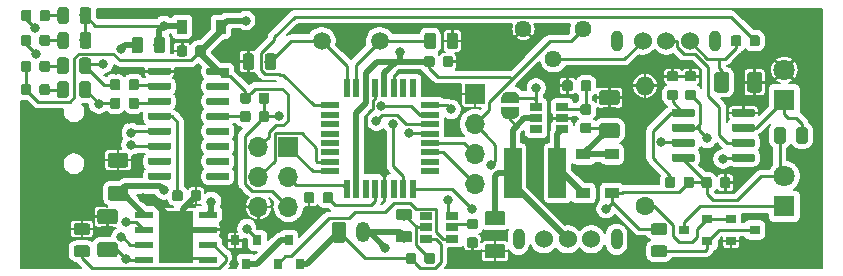
<source format=gbr>
G04 #@! TF.GenerationSoftware,KiCad,Pcbnew,(5.1.4)-1*
G04 #@! TF.CreationDate,2020-09-16T20:01:52+02:00*
G04 #@! TF.ProjectId,RPM,52504d2e-6b69-4636-9164-5f7063625858,rev?*
G04 #@! TF.SameCoordinates,Original*
G04 #@! TF.FileFunction,Copper,L1,Top*
G04 #@! TF.FilePolarity,Positive*
%FSLAX46Y46*%
G04 Gerber Fmt 4.6, Leading zero omitted, Abs format (unit mm)*
G04 Created by KiCad (PCBNEW (5.1.4)-1) date 2020-09-16 20:01:52*
%MOMM*%
%LPD*%
G04 APERTURE LIST*
%ADD10C,0.100000*%
%ADD11C,1.250000*%
%ADD12C,0.975000*%
%ADD13R,0.900000X1.200000*%
%ADD14R,1.200000X0.900000*%
%ADD15R,1.800000X1.800000*%
%ADD16C,1.800000*%
%ADD17C,1.200000*%
%ADD18O,1.200000X1.750000*%
%ADD19R,1.700000X1.700000*%
%ADD20O,1.700000X1.700000*%
%ADD21C,0.500000*%
%ADD22R,1.500000X4.200000*%
%ADD23R,0.800000X0.900000*%
%ADD24R,0.900000X0.800000*%
%ADD25C,1.440000*%
%ADD26C,1.524000*%
%ADD27O,1.000000X1.800000*%
%ADD28R,1.060000X0.650000*%
%ADD29C,0.600000*%
%ADD30C,0.650000*%
%ADD31R,0.550000X1.600000*%
%ADD32R,1.600000X0.550000*%
%ADD33R,2.600000X3.100000*%
%ADD34R,2.950000X4.500000*%
%ADD35R,1.550000X0.600000*%
%ADD36C,1.500000*%
%ADD37C,0.875000*%
%ADD38C,1.600000*%
%ADD39O,1.600000X1.600000*%
%ADD40C,0.800000*%
%ADD41C,0.500000*%
%ADD42C,0.250000*%
%ADD43C,0.200000*%
G04 APERTURE END LIST*
D10*
G36*
X221149504Y-110376204D02*
G01*
X221173773Y-110379804D01*
X221197571Y-110385765D01*
X221220671Y-110394030D01*
X221242849Y-110404520D01*
X221263893Y-110417133D01*
X221283598Y-110431747D01*
X221301777Y-110448223D01*
X221318253Y-110466402D01*
X221332867Y-110486107D01*
X221345480Y-110507151D01*
X221355970Y-110529329D01*
X221364235Y-110552429D01*
X221370196Y-110576227D01*
X221373796Y-110600496D01*
X221375000Y-110625000D01*
X221375000Y-111375000D01*
X221373796Y-111399504D01*
X221370196Y-111423773D01*
X221364235Y-111447571D01*
X221355970Y-111470671D01*
X221345480Y-111492849D01*
X221332867Y-111513893D01*
X221318253Y-111533598D01*
X221301777Y-111551777D01*
X221283598Y-111568253D01*
X221263893Y-111582867D01*
X221242849Y-111595480D01*
X221220671Y-111605970D01*
X221197571Y-111614235D01*
X221173773Y-111620196D01*
X221149504Y-111623796D01*
X221125000Y-111625000D01*
X219875000Y-111625000D01*
X219850496Y-111623796D01*
X219826227Y-111620196D01*
X219802429Y-111614235D01*
X219779329Y-111605970D01*
X219757151Y-111595480D01*
X219736107Y-111582867D01*
X219716402Y-111568253D01*
X219698223Y-111551777D01*
X219681747Y-111533598D01*
X219667133Y-111513893D01*
X219654520Y-111492849D01*
X219644030Y-111470671D01*
X219635765Y-111447571D01*
X219629804Y-111423773D01*
X219626204Y-111399504D01*
X219625000Y-111375000D01*
X219625000Y-110625000D01*
X219626204Y-110600496D01*
X219629804Y-110576227D01*
X219635765Y-110552429D01*
X219644030Y-110529329D01*
X219654520Y-110507151D01*
X219667133Y-110486107D01*
X219681747Y-110466402D01*
X219698223Y-110448223D01*
X219716402Y-110431747D01*
X219736107Y-110417133D01*
X219757151Y-110404520D01*
X219779329Y-110394030D01*
X219802429Y-110385765D01*
X219826227Y-110379804D01*
X219850496Y-110376204D01*
X219875000Y-110375000D01*
X221125000Y-110375000D01*
X221149504Y-110376204D01*
X221149504Y-110376204D01*
G37*
D11*
X220500000Y-111000000D03*
D10*
G36*
X221149504Y-113176204D02*
G01*
X221173773Y-113179804D01*
X221197571Y-113185765D01*
X221220671Y-113194030D01*
X221242849Y-113204520D01*
X221263893Y-113217133D01*
X221283598Y-113231747D01*
X221301777Y-113248223D01*
X221318253Y-113266402D01*
X221332867Y-113286107D01*
X221345480Y-113307151D01*
X221355970Y-113329329D01*
X221364235Y-113352429D01*
X221370196Y-113376227D01*
X221373796Y-113400496D01*
X221375000Y-113425000D01*
X221375000Y-114175000D01*
X221373796Y-114199504D01*
X221370196Y-114223773D01*
X221364235Y-114247571D01*
X221355970Y-114270671D01*
X221345480Y-114292849D01*
X221332867Y-114313893D01*
X221318253Y-114333598D01*
X221301777Y-114351777D01*
X221283598Y-114368253D01*
X221263893Y-114382867D01*
X221242849Y-114395480D01*
X221220671Y-114405970D01*
X221197571Y-114414235D01*
X221173773Y-114420196D01*
X221149504Y-114423796D01*
X221125000Y-114425000D01*
X219875000Y-114425000D01*
X219850496Y-114423796D01*
X219826227Y-114420196D01*
X219802429Y-114414235D01*
X219779329Y-114405970D01*
X219757151Y-114395480D01*
X219736107Y-114382867D01*
X219716402Y-114368253D01*
X219698223Y-114351777D01*
X219681747Y-114333598D01*
X219667133Y-114313893D01*
X219654520Y-114292849D01*
X219644030Y-114270671D01*
X219635765Y-114247571D01*
X219629804Y-114223773D01*
X219626204Y-114199504D01*
X219625000Y-114175000D01*
X219625000Y-113425000D01*
X219626204Y-113400496D01*
X219629804Y-113376227D01*
X219635765Y-113352429D01*
X219644030Y-113329329D01*
X219654520Y-113307151D01*
X219667133Y-113286107D01*
X219681747Y-113266402D01*
X219698223Y-113248223D01*
X219716402Y-113231747D01*
X219736107Y-113217133D01*
X219757151Y-113204520D01*
X219779329Y-113194030D01*
X219802429Y-113185765D01*
X219826227Y-113179804D01*
X219850496Y-113176204D01*
X219875000Y-113175000D01*
X221125000Y-113175000D01*
X221149504Y-113176204D01*
X221149504Y-113176204D01*
G37*
D11*
X220500000Y-113800000D03*
D10*
G36*
X230849504Y-100176204D02*
G01*
X230873773Y-100179804D01*
X230897571Y-100185765D01*
X230920671Y-100194030D01*
X230942849Y-100204520D01*
X230963893Y-100217133D01*
X230983598Y-100231747D01*
X231001777Y-100248223D01*
X231018253Y-100266402D01*
X231032867Y-100286107D01*
X231045480Y-100307151D01*
X231055970Y-100329329D01*
X231064235Y-100352429D01*
X231070196Y-100376227D01*
X231073796Y-100400496D01*
X231075000Y-100425000D01*
X231075000Y-101175000D01*
X231073796Y-101199504D01*
X231070196Y-101223773D01*
X231064235Y-101247571D01*
X231055970Y-101270671D01*
X231045480Y-101292849D01*
X231032867Y-101313893D01*
X231018253Y-101333598D01*
X231001777Y-101351777D01*
X230983598Y-101368253D01*
X230963893Y-101382867D01*
X230942849Y-101395480D01*
X230920671Y-101405970D01*
X230897571Y-101414235D01*
X230873773Y-101420196D01*
X230849504Y-101423796D01*
X230825000Y-101425000D01*
X229575000Y-101425000D01*
X229550496Y-101423796D01*
X229526227Y-101420196D01*
X229502429Y-101414235D01*
X229479329Y-101405970D01*
X229457151Y-101395480D01*
X229436107Y-101382867D01*
X229416402Y-101368253D01*
X229398223Y-101351777D01*
X229381747Y-101333598D01*
X229367133Y-101313893D01*
X229354520Y-101292849D01*
X229344030Y-101270671D01*
X229335765Y-101247571D01*
X229329804Y-101223773D01*
X229326204Y-101199504D01*
X229325000Y-101175000D01*
X229325000Y-100425000D01*
X229326204Y-100400496D01*
X229329804Y-100376227D01*
X229335765Y-100352429D01*
X229344030Y-100329329D01*
X229354520Y-100307151D01*
X229367133Y-100286107D01*
X229381747Y-100266402D01*
X229398223Y-100248223D01*
X229416402Y-100231747D01*
X229436107Y-100217133D01*
X229457151Y-100204520D01*
X229479329Y-100194030D01*
X229502429Y-100185765D01*
X229526227Y-100179804D01*
X229550496Y-100176204D01*
X229575000Y-100175000D01*
X230825000Y-100175000D01*
X230849504Y-100176204D01*
X230849504Y-100176204D01*
G37*
D11*
X230200000Y-100800000D03*
D10*
G36*
X230849504Y-102976204D02*
G01*
X230873773Y-102979804D01*
X230897571Y-102985765D01*
X230920671Y-102994030D01*
X230942849Y-103004520D01*
X230963893Y-103017133D01*
X230983598Y-103031747D01*
X231001777Y-103048223D01*
X231018253Y-103066402D01*
X231032867Y-103086107D01*
X231045480Y-103107151D01*
X231055970Y-103129329D01*
X231064235Y-103152429D01*
X231070196Y-103176227D01*
X231073796Y-103200496D01*
X231075000Y-103225000D01*
X231075000Y-103975000D01*
X231073796Y-103999504D01*
X231070196Y-104023773D01*
X231064235Y-104047571D01*
X231055970Y-104070671D01*
X231045480Y-104092849D01*
X231032867Y-104113893D01*
X231018253Y-104133598D01*
X231001777Y-104151777D01*
X230983598Y-104168253D01*
X230963893Y-104182867D01*
X230942849Y-104195480D01*
X230920671Y-104205970D01*
X230897571Y-104214235D01*
X230873773Y-104220196D01*
X230849504Y-104223796D01*
X230825000Y-104225000D01*
X229575000Y-104225000D01*
X229550496Y-104223796D01*
X229526227Y-104220196D01*
X229502429Y-104214235D01*
X229479329Y-104205970D01*
X229457151Y-104195480D01*
X229436107Y-104182867D01*
X229416402Y-104168253D01*
X229398223Y-104151777D01*
X229381747Y-104133598D01*
X229367133Y-104113893D01*
X229354520Y-104092849D01*
X229344030Y-104070671D01*
X229335765Y-104047571D01*
X229329804Y-104023773D01*
X229326204Y-103999504D01*
X229325000Y-103975000D01*
X229325000Y-103225000D01*
X229326204Y-103200496D01*
X229329804Y-103176227D01*
X229335765Y-103152429D01*
X229344030Y-103129329D01*
X229354520Y-103107151D01*
X229367133Y-103086107D01*
X229381747Y-103066402D01*
X229398223Y-103048223D01*
X229416402Y-103031747D01*
X229436107Y-103017133D01*
X229457151Y-103004520D01*
X229479329Y-102994030D01*
X229502429Y-102985765D01*
X229526227Y-102979804D01*
X229550496Y-102976204D01*
X229575000Y-102975000D01*
X230825000Y-102975000D01*
X230849504Y-102976204D01*
X230849504Y-102976204D01*
G37*
D11*
X230200000Y-103600000D03*
D10*
G36*
X188349504Y-113051204D02*
G01*
X188373773Y-113054804D01*
X188397571Y-113060765D01*
X188420671Y-113069030D01*
X188442849Y-113079520D01*
X188463893Y-113092133D01*
X188483598Y-113106747D01*
X188501777Y-113123223D01*
X188518253Y-113141402D01*
X188532867Y-113161107D01*
X188545480Y-113182151D01*
X188555970Y-113204329D01*
X188564235Y-113227429D01*
X188570196Y-113251227D01*
X188573796Y-113275496D01*
X188575000Y-113300000D01*
X188575000Y-114050000D01*
X188573796Y-114074504D01*
X188570196Y-114098773D01*
X188564235Y-114122571D01*
X188555970Y-114145671D01*
X188545480Y-114167849D01*
X188532867Y-114188893D01*
X188518253Y-114208598D01*
X188501777Y-114226777D01*
X188483598Y-114243253D01*
X188463893Y-114257867D01*
X188442849Y-114270480D01*
X188420671Y-114280970D01*
X188397571Y-114289235D01*
X188373773Y-114295196D01*
X188349504Y-114298796D01*
X188325000Y-114300000D01*
X187075000Y-114300000D01*
X187050496Y-114298796D01*
X187026227Y-114295196D01*
X187002429Y-114289235D01*
X186979329Y-114280970D01*
X186957151Y-114270480D01*
X186936107Y-114257867D01*
X186916402Y-114243253D01*
X186898223Y-114226777D01*
X186881747Y-114208598D01*
X186867133Y-114188893D01*
X186854520Y-114167849D01*
X186844030Y-114145671D01*
X186835765Y-114122571D01*
X186829804Y-114098773D01*
X186826204Y-114074504D01*
X186825000Y-114050000D01*
X186825000Y-113300000D01*
X186826204Y-113275496D01*
X186829804Y-113251227D01*
X186835765Y-113227429D01*
X186844030Y-113204329D01*
X186854520Y-113182151D01*
X186867133Y-113161107D01*
X186881747Y-113141402D01*
X186898223Y-113123223D01*
X186916402Y-113106747D01*
X186936107Y-113092133D01*
X186957151Y-113079520D01*
X186979329Y-113069030D01*
X187002429Y-113060765D01*
X187026227Y-113054804D01*
X187050496Y-113051204D01*
X187075000Y-113050000D01*
X188325000Y-113050000D01*
X188349504Y-113051204D01*
X188349504Y-113051204D01*
G37*
D11*
X187700000Y-113675000D03*
D10*
G36*
X188349504Y-110251204D02*
G01*
X188373773Y-110254804D01*
X188397571Y-110260765D01*
X188420671Y-110269030D01*
X188442849Y-110279520D01*
X188463893Y-110292133D01*
X188483598Y-110306747D01*
X188501777Y-110323223D01*
X188518253Y-110341402D01*
X188532867Y-110361107D01*
X188545480Y-110382151D01*
X188555970Y-110404329D01*
X188564235Y-110427429D01*
X188570196Y-110451227D01*
X188573796Y-110475496D01*
X188575000Y-110500000D01*
X188575000Y-111250000D01*
X188573796Y-111274504D01*
X188570196Y-111298773D01*
X188564235Y-111322571D01*
X188555970Y-111345671D01*
X188545480Y-111367849D01*
X188532867Y-111388893D01*
X188518253Y-111408598D01*
X188501777Y-111426777D01*
X188483598Y-111443253D01*
X188463893Y-111457867D01*
X188442849Y-111470480D01*
X188420671Y-111480970D01*
X188397571Y-111489235D01*
X188373773Y-111495196D01*
X188349504Y-111498796D01*
X188325000Y-111500000D01*
X187075000Y-111500000D01*
X187050496Y-111498796D01*
X187026227Y-111495196D01*
X187002429Y-111489235D01*
X186979329Y-111480970D01*
X186957151Y-111470480D01*
X186936107Y-111457867D01*
X186916402Y-111443253D01*
X186898223Y-111426777D01*
X186881747Y-111408598D01*
X186867133Y-111388893D01*
X186854520Y-111367849D01*
X186844030Y-111345671D01*
X186835765Y-111322571D01*
X186829804Y-111298773D01*
X186826204Y-111274504D01*
X186825000Y-111250000D01*
X186825000Y-110500000D01*
X186826204Y-110475496D01*
X186829804Y-110451227D01*
X186835765Y-110427429D01*
X186844030Y-110404329D01*
X186854520Y-110382151D01*
X186867133Y-110361107D01*
X186881747Y-110341402D01*
X186898223Y-110323223D01*
X186916402Y-110306747D01*
X186936107Y-110292133D01*
X186957151Y-110279520D01*
X186979329Y-110269030D01*
X187002429Y-110260765D01*
X187026227Y-110254804D01*
X187050496Y-110251204D01*
X187075000Y-110250000D01*
X188325000Y-110250000D01*
X188349504Y-110251204D01*
X188349504Y-110251204D01*
G37*
D11*
X187700000Y-110875000D03*
D10*
G36*
X189249504Y-105476204D02*
G01*
X189273773Y-105479804D01*
X189297571Y-105485765D01*
X189320671Y-105494030D01*
X189342849Y-105504520D01*
X189363893Y-105517133D01*
X189383598Y-105531747D01*
X189401777Y-105548223D01*
X189418253Y-105566402D01*
X189432867Y-105586107D01*
X189445480Y-105607151D01*
X189455970Y-105629329D01*
X189464235Y-105652429D01*
X189470196Y-105676227D01*
X189473796Y-105700496D01*
X189475000Y-105725000D01*
X189475000Y-106475000D01*
X189473796Y-106499504D01*
X189470196Y-106523773D01*
X189464235Y-106547571D01*
X189455970Y-106570671D01*
X189445480Y-106592849D01*
X189432867Y-106613893D01*
X189418253Y-106633598D01*
X189401777Y-106651777D01*
X189383598Y-106668253D01*
X189363893Y-106682867D01*
X189342849Y-106695480D01*
X189320671Y-106705970D01*
X189297571Y-106714235D01*
X189273773Y-106720196D01*
X189249504Y-106723796D01*
X189225000Y-106725000D01*
X187975000Y-106725000D01*
X187950496Y-106723796D01*
X187926227Y-106720196D01*
X187902429Y-106714235D01*
X187879329Y-106705970D01*
X187857151Y-106695480D01*
X187836107Y-106682867D01*
X187816402Y-106668253D01*
X187798223Y-106651777D01*
X187781747Y-106633598D01*
X187767133Y-106613893D01*
X187754520Y-106592849D01*
X187744030Y-106570671D01*
X187735765Y-106547571D01*
X187729804Y-106523773D01*
X187726204Y-106499504D01*
X187725000Y-106475000D01*
X187725000Y-105725000D01*
X187726204Y-105700496D01*
X187729804Y-105676227D01*
X187735765Y-105652429D01*
X187744030Y-105629329D01*
X187754520Y-105607151D01*
X187767133Y-105586107D01*
X187781747Y-105566402D01*
X187798223Y-105548223D01*
X187816402Y-105531747D01*
X187836107Y-105517133D01*
X187857151Y-105504520D01*
X187879329Y-105494030D01*
X187902429Y-105485765D01*
X187926227Y-105479804D01*
X187950496Y-105476204D01*
X187975000Y-105475000D01*
X189225000Y-105475000D01*
X189249504Y-105476204D01*
X189249504Y-105476204D01*
G37*
D11*
X188600000Y-106100000D03*
D10*
G36*
X189249504Y-108276204D02*
G01*
X189273773Y-108279804D01*
X189297571Y-108285765D01*
X189320671Y-108294030D01*
X189342849Y-108304520D01*
X189363893Y-108317133D01*
X189383598Y-108331747D01*
X189401777Y-108348223D01*
X189418253Y-108366402D01*
X189432867Y-108386107D01*
X189445480Y-108407151D01*
X189455970Y-108429329D01*
X189464235Y-108452429D01*
X189470196Y-108476227D01*
X189473796Y-108500496D01*
X189475000Y-108525000D01*
X189475000Y-109275000D01*
X189473796Y-109299504D01*
X189470196Y-109323773D01*
X189464235Y-109347571D01*
X189455970Y-109370671D01*
X189445480Y-109392849D01*
X189432867Y-109413893D01*
X189418253Y-109433598D01*
X189401777Y-109451777D01*
X189383598Y-109468253D01*
X189363893Y-109482867D01*
X189342849Y-109495480D01*
X189320671Y-109505970D01*
X189297571Y-109514235D01*
X189273773Y-109520196D01*
X189249504Y-109523796D01*
X189225000Y-109525000D01*
X187975000Y-109525000D01*
X187950496Y-109523796D01*
X187926227Y-109520196D01*
X187902429Y-109514235D01*
X187879329Y-109505970D01*
X187857151Y-109495480D01*
X187836107Y-109482867D01*
X187816402Y-109468253D01*
X187798223Y-109451777D01*
X187781747Y-109433598D01*
X187767133Y-109413893D01*
X187754520Y-109392849D01*
X187744030Y-109370671D01*
X187735765Y-109347571D01*
X187729804Y-109323773D01*
X187726204Y-109299504D01*
X187725000Y-109275000D01*
X187725000Y-108525000D01*
X187726204Y-108500496D01*
X187729804Y-108476227D01*
X187735765Y-108452429D01*
X187744030Y-108429329D01*
X187754520Y-108407151D01*
X187767133Y-108386107D01*
X187781747Y-108366402D01*
X187798223Y-108348223D01*
X187816402Y-108331747D01*
X187836107Y-108317133D01*
X187857151Y-108304520D01*
X187879329Y-108294030D01*
X187902429Y-108285765D01*
X187926227Y-108279804D01*
X187950496Y-108276204D01*
X187975000Y-108275000D01*
X189225000Y-108275000D01*
X189249504Y-108276204D01*
X189249504Y-108276204D01*
G37*
D11*
X188600000Y-108900000D03*
D10*
G36*
X186067642Y-97401174D02*
G01*
X186091303Y-97404684D01*
X186114507Y-97410496D01*
X186137029Y-97418554D01*
X186158653Y-97428782D01*
X186179170Y-97441079D01*
X186198383Y-97455329D01*
X186216107Y-97471393D01*
X186232171Y-97489117D01*
X186246421Y-97508330D01*
X186258718Y-97528847D01*
X186268946Y-97550471D01*
X186277004Y-97572993D01*
X186282816Y-97596197D01*
X186286326Y-97619858D01*
X186287500Y-97643750D01*
X186287500Y-98556250D01*
X186286326Y-98580142D01*
X186282816Y-98603803D01*
X186277004Y-98627007D01*
X186268946Y-98649529D01*
X186258718Y-98671153D01*
X186246421Y-98691670D01*
X186232171Y-98710883D01*
X186216107Y-98728607D01*
X186198383Y-98744671D01*
X186179170Y-98758921D01*
X186158653Y-98771218D01*
X186137029Y-98781446D01*
X186114507Y-98789504D01*
X186091303Y-98795316D01*
X186067642Y-98798826D01*
X186043750Y-98800000D01*
X185556250Y-98800000D01*
X185532358Y-98798826D01*
X185508697Y-98795316D01*
X185485493Y-98789504D01*
X185462971Y-98781446D01*
X185441347Y-98771218D01*
X185420830Y-98758921D01*
X185401617Y-98744671D01*
X185383893Y-98728607D01*
X185367829Y-98710883D01*
X185353579Y-98691670D01*
X185341282Y-98671153D01*
X185331054Y-98649529D01*
X185322996Y-98627007D01*
X185317184Y-98603803D01*
X185313674Y-98580142D01*
X185312500Y-98556250D01*
X185312500Y-97643750D01*
X185313674Y-97619858D01*
X185317184Y-97596197D01*
X185322996Y-97572993D01*
X185331054Y-97550471D01*
X185341282Y-97528847D01*
X185353579Y-97508330D01*
X185367829Y-97489117D01*
X185383893Y-97471393D01*
X185401617Y-97455329D01*
X185420830Y-97441079D01*
X185441347Y-97428782D01*
X185462971Y-97418554D01*
X185485493Y-97410496D01*
X185508697Y-97404684D01*
X185532358Y-97401174D01*
X185556250Y-97400000D01*
X186043750Y-97400000D01*
X186067642Y-97401174D01*
X186067642Y-97401174D01*
G37*
D12*
X185800000Y-98100000D03*
D10*
G36*
X184192642Y-97401174D02*
G01*
X184216303Y-97404684D01*
X184239507Y-97410496D01*
X184262029Y-97418554D01*
X184283653Y-97428782D01*
X184304170Y-97441079D01*
X184323383Y-97455329D01*
X184341107Y-97471393D01*
X184357171Y-97489117D01*
X184371421Y-97508330D01*
X184383718Y-97528847D01*
X184393946Y-97550471D01*
X184402004Y-97572993D01*
X184407816Y-97596197D01*
X184411326Y-97619858D01*
X184412500Y-97643750D01*
X184412500Y-98556250D01*
X184411326Y-98580142D01*
X184407816Y-98603803D01*
X184402004Y-98627007D01*
X184393946Y-98649529D01*
X184383718Y-98671153D01*
X184371421Y-98691670D01*
X184357171Y-98710883D01*
X184341107Y-98728607D01*
X184323383Y-98744671D01*
X184304170Y-98758921D01*
X184283653Y-98771218D01*
X184262029Y-98781446D01*
X184239507Y-98789504D01*
X184216303Y-98795316D01*
X184192642Y-98798826D01*
X184168750Y-98800000D01*
X183681250Y-98800000D01*
X183657358Y-98798826D01*
X183633697Y-98795316D01*
X183610493Y-98789504D01*
X183587971Y-98781446D01*
X183566347Y-98771218D01*
X183545830Y-98758921D01*
X183526617Y-98744671D01*
X183508893Y-98728607D01*
X183492829Y-98710883D01*
X183478579Y-98691670D01*
X183466282Y-98671153D01*
X183456054Y-98649529D01*
X183447996Y-98627007D01*
X183442184Y-98603803D01*
X183438674Y-98580142D01*
X183437500Y-98556250D01*
X183437500Y-97643750D01*
X183438674Y-97619858D01*
X183442184Y-97596197D01*
X183447996Y-97572993D01*
X183456054Y-97550471D01*
X183466282Y-97528847D01*
X183478579Y-97508330D01*
X183492829Y-97489117D01*
X183508893Y-97471393D01*
X183526617Y-97455329D01*
X183545830Y-97441079D01*
X183566347Y-97428782D01*
X183587971Y-97418554D01*
X183610493Y-97410496D01*
X183633697Y-97404684D01*
X183657358Y-97401174D01*
X183681250Y-97400000D01*
X184168750Y-97400000D01*
X184192642Y-97401174D01*
X184192642Y-97401174D01*
G37*
D12*
X183925000Y-98100000D03*
D10*
G36*
X184192642Y-99426174D02*
G01*
X184216303Y-99429684D01*
X184239507Y-99435496D01*
X184262029Y-99443554D01*
X184283653Y-99453782D01*
X184304170Y-99466079D01*
X184323383Y-99480329D01*
X184341107Y-99496393D01*
X184357171Y-99514117D01*
X184371421Y-99533330D01*
X184383718Y-99553847D01*
X184393946Y-99575471D01*
X184402004Y-99597993D01*
X184407816Y-99621197D01*
X184411326Y-99644858D01*
X184412500Y-99668750D01*
X184412500Y-100581250D01*
X184411326Y-100605142D01*
X184407816Y-100628803D01*
X184402004Y-100652007D01*
X184393946Y-100674529D01*
X184383718Y-100696153D01*
X184371421Y-100716670D01*
X184357171Y-100735883D01*
X184341107Y-100753607D01*
X184323383Y-100769671D01*
X184304170Y-100783921D01*
X184283653Y-100796218D01*
X184262029Y-100806446D01*
X184239507Y-100814504D01*
X184216303Y-100820316D01*
X184192642Y-100823826D01*
X184168750Y-100825000D01*
X183681250Y-100825000D01*
X183657358Y-100823826D01*
X183633697Y-100820316D01*
X183610493Y-100814504D01*
X183587971Y-100806446D01*
X183566347Y-100796218D01*
X183545830Y-100783921D01*
X183526617Y-100769671D01*
X183508893Y-100753607D01*
X183492829Y-100735883D01*
X183478579Y-100716670D01*
X183466282Y-100696153D01*
X183456054Y-100674529D01*
X183447996Y-100652007D01*
X183442184Y-100628803D01*
X183438674Y-100605142D01*
X183437500Y-100581250D01*
X183437500Y-99668750D01*
X183438674Y-99644858D01*
X183442184Y-99621197D01*
X183447996Y-99597993D01*
X183456054Y-99575471D01*
X183466282Y-99553847D01*
X183478579Y-99533330D01*
X183492829Y-99514117D01*
X183508893Y-99496393D01*
X183526617Y-99480329D01*
X183545830Y-99466079D01*
X183566347Y-99453782D01*
X183587971Y-99443554D01*
X183610493Y-99435496D01*
X183633697Y-99429684D01*
X183657358Y-99426174D01*
X183681250Y-99425000D01*
X184168750Y-99425000D01*
X184192642Y-99426174D01*
X184192642Y-99426174D01*
G37*
D12*
X183925000Y-100125000D03*
D10*
G36*
X186067642Y-99426174D02*
G01*
X186091303Y-99429684D01*
X186114507Y-99435496D01*
X186137029Y-99443554D01*
X186158653Y-99453782D01*
X186179170Y-99466079D01*
X186198383Y-99480329D01*
X186216107Y-99496393D01*
X186232171Y-99514117D01*
X186246421Y-99533330D01*
X186258718Y-99553847D01*
X186268946Y-99575471D01*
X186277004Y-99597993D01*
X186282816Y-99621197D01*
X186286326Y-99644858D01*
X186287500Y-99668750D01*
X186287500Y-100581250D01*
X186286326Y-100605142D01*
X186282816Y-100628803D01*
X186277004Y-100652007D01*
X186268946Y-100674529D01*
X186258718Y-100696153D01*
X186246421Y-100716670D01*
X186232171Y-100735883D01*
X186216107Y-100753607D01*
X186198383Y-100769671D01*
X186179170Y-100783921D01*
X186158653Y-100796218D01*
X186137029Y-100806446D01*
X186114507Y-100814504D01*
X186091303Y-100820316D01*
X186067642Y-100823826D01*
X186043750Y-100825000D01*
X185556250Y-100825000D01*
X185532358Y-100823826D01*
X185508697Y-100820316D01*
X185485493Y-100814504D01*
X185462971Y-100806446D01*
X185441347Y-100796218D01*
X185420830Y-100783921D01*
X185401617Y-100769671D01*
X185383893Y-100753607D01*
X185367829Y-100735883D01*
X185353579Y-100716670D01*
X185341282Y-100696153D01*
X185331054Y-100674529D01*
X185322996Y-100652007D01*
X185317184Y-100628803D01*
X185313674Y-100605142D01*
X185312500Y-100581250D01*
X185312500Y-99668750D01*
X185313674Y-99644858D01*
X185317184Y-99621197D01*
X185322996Y-99597993D01*
X185331054Y-99575471D01*
X185341282Y-99553847D01*
X185353579Y-99533330D01*
X185367829Y-99514117D01*
X185383893Y-99496393D01*
X185401617Y-99480329D01*
X185420830Y-99466079D01*
X185441347Y-99453782D01*
X185462971Y-99443554D01*
X185485493Y-99435496D01*
X185508697Y-99429684D01*
X185532358Y-99426174D01*
X185556250Y-99425000D01*
X186043750Y-99425000D01*
X186067642Y-99426174D01*
X186067642Y-99426174D01*
G37*
D12*
X185800000Y-100125000D03*
D13*
X197300000Y-94800000D03*
X194000000Y-94800000D03*
D14*
X228000000Y-105600000D03*
X228000000Y-108900000D03*
X230400000Y-105600000D03*
X230400000Y-108900000D03*
D10*
G36*
X184217642Y-95251174D02*
G01*
X184241303Y-95254684D01*
X184264507Y-95260496D01*
X184287029Y-95268554D01*
X184308653Y-95278782D01*
X184329170Y-95291079D01*
X184348383Y-95305329D01*
X184366107Y-95321393D01*
X184382171Y-95339117D01*
X184396421Y-95358330D01*
X184408718Y-95378847D01*
X184418946Y-95400471D01*
X184427004Y-95422993D01*
X184432816Y-95446197D01*
X184436326Y-95469858D01*
X184437500Y-95493750D01*
X184437500Y-96406250D01*
X184436326Y-96430142D01*
X184432816Y-96453803D01*
X184427004Y-96477007D01*
X184418946Y-96499529D01*
X184408718Y-96521153D01*
X184396421Y-96541670D01*
X184382171Y-96560883D01*
X184366107Y-96578607D01*
X184348383Y-96594671D01*
X184329170Y-96608921D01*
X184308653Y-96621218D01*
X184287029Y-96631446D01*
X184264507Y-96639504D01*
X184241303Y-96645316D01*
X184217642Y-96648826D01*
X184193750Y-96650000D01*
X183706250Y-96650000D01*
X183682358Y-96648826D01*
X183658697Y-96645316D01*
X183635493Y-96639504D01*
X183612971Y-96631446D01*
X183591347Y-96621218D01*
X183570830Y-96608921D01*
X183551617Y-96594671D01*
X183533893Y-96578607D01*
X183517829Y-96560883D01*
X183503579Y-96541670D01*
X183491282Y-96521153D01*
X183481054Y-96499529D01*
X183472996Y-96477007D01*
X183467184Y-96453803D01*
X183463674Y-96430142D01*
X183462500Y-96406250D01*
X183462500Y-95493750D01*
X183463674Y-95469858D01*
X183467184Y-95446197D01*
X183472996Y-95422993D01*
X183481054Y-95400471D01*
X183491282Y-95378847D01*
X183503579Y-95358330D01*
X183517829Y-95339117D01*
X183533893Y-95321393D01*
X183551617Y-95305329D01*
X183570830Y-95291079D01*
X183591347Y-95278782D01*
X183612971Y-95268554D01*
X183635493Y-95260496D01*
X183658697Y-95254684D01*
X183682358Y-95251174D01*
X183706250Y-95250000D01*
X184193750Y-95250000D01*
X184217642Y-95251174D01*
X184217642Y-95251174D01*
G37*
D12*
X183950000Y-95950000D03*
D10*
G36*
X186092642Y-95251174D02*
G01*
X186116303Y-95254684D01*
X186139507Y-95260496D01*
X186162029Y-95268554D01*
X186183653Y-95278782D01*
X186204170Y-95291079D01*
X186223383Y-95305329D01*
X186241107Y-95321393D01*
X186257171Y-95339117D01*
X186271421Y-95358330D01*
X186283718Y-95378847D01*
X186293946Y-95400471D01*
X186302004Y-95422993D01*
X186307816Y-95446197D01*
X186311326Y-95469858D01*
X186312500Y-95493750D01*
X186312500Y-96406250D01*
X186311326Y-96430142D01*
X186307816Y-96453803D01*
X186302004Y-96477007D01*
X186293946Y-96499529D01*
X186283718Y-96521153D01*
X186271421Y-96541670D01*
X186257171Y-96560883D01*
X186241107Y-96578607D01*
X186223383Y-96594671D01*
X186204170Y-96608921D01*
X186183653Y-96621218D01*
X186162029Y-96631446D01*
X186139507Y-96639504D01*
X186116303Y-96645316D01*
X186092642Y-96648826D01*
X186068750Y-96650000D01*
X185581250Y-96650000D01*
X185557358Y-96648826D01*
X185533697Y-96645316D01*
X185510493Y-96639504D01*
X185487971Y-96631446D01*
X185466347Y-96621218D01*
X185445830Y-96608921D01*
X185426617Y-96594671D01*
X185408893Y-96578607D01*
X185392829Y-96560883D01*
X185378579Y-96541670D01*
X185366282Y-96521153D01*
X185356054Y-96499529D01*
X185347996Y-96477007D01*
X185342184Y-96453803D01*
X185338674Y-96430142D01*
X185337500Y-96406250D01*
X185337500Y-95493750D01*
X185338674Y-95469858D01*
X185342184Y-95446197D01*
X185347996Y-95422993D01*
X185356054Y-95400471D01*
X185366282Y-95378847D01*
X185378579Y-95358330D01*
X185392829Y-95339117D01*
X185408893Y-95321393D01*
X185426617Y-95305329D01*
X185445830Y-95291079D01*
X185466347Y-95278782D01*
X185487971Y-95268554D01*
X185510493Y-95260496D01*
X185533697Y-95254684D01*
X185557358Y-95251174D01*
X185581250Y-95250000D01*
X186068750Y-95250000D01*
X186092642Y-95251174D01*
X186092642Y-95251174D01*
G37*
D12*
X185825000Y-95950000D03*
D15*
X245000000Y-110000000D03*
D16*
X245000000Y-107460000D03*
D10*
G36*
X186092642Y-93151174D02*
G01*
X186116303Y-93154684D01*
X186139507Y-93160496D01*
X186162029Y-93168554D01*
X186183653Y-93178782D01*
X186204170Y-93191079D01*
X186223383Y-93205329D01*
X186241107Y-93221393D01*
X186257171Y-93239117D01*
X186271421Y-93258330D01*
X186283718Y-93278847D01*
X186293946Y-93300471D01*
X186302004Y-93322993D01*
X186307816Y-93346197D01*
X186311326Y-93369858D01*
X186312500Y-93393750D01*
X186312500Y-94306250D01*
X186311326Y-94330142D01*
X186307816Y-94353803D01*
X186302004Y-94377007D01*
X186293946Y-94399529D01*
X186283718Y-94421153D01*
X186271421Y-94441670D01*
X186257171Y-94460883D01*
X186241107Y-94478607D01*
X186223383Y-94494671D01*
X186204170Y-94508921D01*
X186183653Y-94521218D01*
X186162029Y-94531446D01*
X186139507Y-94539504D01*
X186116303Y-94545316D01*
X186092642Y-94548826D01*
X186068750Y-94550000D01*
X185581250Y-94550000D01*
X185557358Y-94548826D01*
X185533697Y-94545316D01*
X185510493Y-94539504D01*
X185487971Y-94531446D01*
X185466347Y-94521218D01*
X185445830Y-94508921D01*
X185426617Y-94494671D01*
X185408893Y-94478607D01*
X185392829Y-94460883D01*
X185378579Y-94441670D01*
X185366282Y-94421153D01*
X185356054Y-94399529D01*
X185347996Y-94377007D01*
X185342184Y-94353803D01*
X185338674Y-94330142D01*
X185337500Y-94306250D01*
X185337500Y-93393750D01*
X185338674Y-93369858D01*
X185342184Y-93346197D01*
X185347996Y-93322993D01*
X185356054Y-93300471D01*
X185366282Y-93278847D01*
X185378579Y-93258330D01*
X185392829Y-93239117D01*
X185408893Y-93221393D01*
X185426617Y-93205329D01*
X185445830Y-93191079D01*
X185466347Y-93178782D01*
X185487971Y-93168554D01*
X185510493Y-93160496D01*
X185533697Y-93154684D01*
X185557358Y-93151174D01*
X185581250Y-93150000D01*
X186068750Y-93150000D01*
X186092642Y-93151174D01*
X186092642Y-93151174D01*
G37*
D12*
X185825000Y-93850000D03*
D10*
G36*
X184217642Y-93151174D02*
G01*
X184241303Y-93154684D01*
X184264507Y-93160496D01*
X184287029Y-93168554D01*
X184308653Y-93178782D01*
X184329170Y-93191079D01*
X184348383Y-93205329D01*
X184366107Y-93221393D01*
X184382171Y-93239117D01*
X184396421Y-93258330D01*
X184408718Y-93278847D01*
X184418946Y-93300471D01*
X184427004Y-93322993D01*
X184432816Y-93346197D01*
X184436326Y-93369858D01*
X184437500Y-93393750D01*
X184437500Y-94306250D01*
X184436326Y-94330142D01*
X184432816Y-94353803D01*
X184427004Y-94377007D01*
X184418946Y-94399529D01*
X184408718Y-94421153D01*
X184396421Y-94441670D01*
X184382171Y-94460883D01*
X184366107Y-94478607D01*
X184348383Y-94494671D01*
X184329170Y-94508921D01*
X184308653Y-94521218D01*
X184287029Y-94531446D01*
X184264507Y-94539504D01*
X184241303Y-94545316D01*
X184217642Y-94548826D01*
X184193750Y-94550000D01*
X183706250Y-94550000D01*
X183682358Y-94548826D01*
X183658697Y-94545316D01*
X183635493Y-94539504D01*
X183612971Y-94531446D01*
X183591347Y-94521218D01*
X183570830Y-94508921D01*
X183551617Y-94494671D01*
X183533893Y-94478607D01*
X183517829Y-94460883D01*
X183503579Y-94441670D01*
X183491282Y-94421153D01*
X183481054Y-94399529D01*
X183472996Y-94377007D01*
X183467184Y-94353803D01*
X183463674Y-94330142D01*
X183462500Y-94306250D01*
X183462500Y-93393750D01*
X183463674Y-93369858D01*
X183467184Y-93346197D01*
X183472996Y-93322993D01*
X183481054Y-93300471D01*
X183491282Y-93278847D01*
X183503579Y-93258330D01*
X183517829Y-93239117D01*
X183533893Y-93221393D01*
X183551617Y-93205329D01*
X183570830Y-93191079D01*
X183591347Y-93178782D01*
X183612971Y-93168554D01*
X183635493Y-93160496D01*
X183658697Y-93154684D01*
X183682358Y-93151174D01*
X183706250Y-93150000D01*
X184193750Y-93150000D01*
X184217642Y-93151174D01*
X184217642Y-93151174D01*
G37*
D12*
X183950000Y-93850000D03*
D10*
G36*
X192367642Y-95651174D02*
G01*
X192391303Y-95654684D01*
X192414507Y-95660496D01*
X192437029Y-95668554D01*
X192458653Y-95678782D01*
X192479170Y-95691079D01*
X192498383Y-95705329D01*
X192516107Y-95721393D01*
X192532171Y-95739117D01*
X192546421Y-95758330D01*
X192558718Y-95778847D01*
X192568946Y-95800471D01*
X192577004Y-95822993D01*
X192582816Y-95846197D01*
X192586326Y-95869858D01*
X192587500Y-95893750D01*
X192587500Y-96806250D01*
X192586326Y-96830142D01*
X192582816Y-96853803D01*
X192577004Y-96877007D01*
X192568946Y-96899529D01*
X192558718Y-96921153D01*
X192546421Y-96941670D01*
X192532171Y-96960883D01*
X192516107Y-96978607D01*
X192498383Y-96994671D01*
X192479170Y-97008921D01*
X192458653Y-97021218D01*
X192437029Y-97031446D01*
X192414507Y-97039504D01*
X192391303Y-97045316D01*
X192367642Y-97048826D01*
X192343750Y-97050000D01*
X191856250Y-97050000D01*
X191832358Y-97048826D01*
X191808697Y-97045316D01*
X191785493Y-97039504D01*
X191762971Y-97031446D01*
X191741347Y-97021218D01*
X191720830Y-97008921D01*
X191701617Y-96994671D01*
X191683893Y-96978607D01*
X191667829Y-96960883D01*
X191653579Y-96941670D01*
X191641282Y-96921153D01*
X191631054Y-96899529D01*
X191622996Y-96877007D01*
X191617184Y-96853803D01*
X191613674Y-96830142D01*
X191612500Y-96806250D01*
X191612500Y-95893750D01*
X191613674Y-95869858D01*
X191617184Y-95846197D01*
X191622996Y-95822993D01*
X191631054Y-95800471D01*
X191641282Y-95778847D01*
X191653579Y-95758330D01*
X191667829Y-95739117D01*
X191683893Y-95721393D01*
X191701617Y-95705329D01*
X191720830Y-95691079D01*
X191741347Y-95678782D01*
X191762971Y-95668554D01*
X191785493Y-95660496D01*
X191808697Y-95654684D01*
X191832358Y-95651174D01*
X191856250Y-95650000D01*
X192343750Y-95650000D01*
X192367642Y-95651174D01*
X192367642Y-95651174D01*
G37*
D12*
X192100000Y-96350000D03*
D10*
G36*
X190492642Y-95651174D02*
G01*
X190516303Y-95654684D01*
X190539507Y-95660496D01*
X190562029Y-95668554D01*
X190583653Y-95678782D01*
X190604170Y-95691079D01*
X190623383Y-95705329D01*
X190641107Y-95721393D01*
X190657171Y-95739117D01*
X190671421Y-95758330D01*
X190683718Y-95778847D01*
X190693946Y-95800471D01*
X190702004Y-95822993D01*
X190707816Y-95846197D01*
X190711326Y-95869858D01*
X190712500Y-95893750D01*
X190712500Y-96806250D01*
X190711326Y-96830142D01*
X190707816Y-96853803D01*
X190702004Y-96877007D01*
X190693946Y-96899529D01*
X190683718Y-96921153D01*
X190671421Y-96941670D01*
X190657171Y-96960883D01*
X190641107Y-96978607D01*
X190623383Y-96994671D01*
X190604170Y-97008921D01*
X190583653Y-97021218D01*
X190562029Y-97031446D01*
X190539507Y-97039504D01*
X190516303Y-97045316D01*
X190492642Y-97048826D01*
X190468750Y-97050000D01*
X189981250Y-97050000D01*
X189957358Y-97048826D01*
X189933697Y-97045316D01*
X189910493Y-97039504D01*
X189887971Y-97031446D01*
X189866347Y-97021218D01*
X189845830Y-97008921D01*
X189826617Y-96994671D01*
X189808893Y-96978607D01*
X189792829Y-96960883D01*
X189778579Y-96941670D01*
X189766282Y-96921153D01*
X189756054Y-96899529D01*
X189747996Y-96877007D01*
X189742184Y-96853803D01*
X189738674Y-96830142D01*
X189737500Y-96806250D01*
X189737500Y-95893750D01*
X189738674Y-95869858D01*
X189742184Y-95846197D01*
X189747996Y-95822993D01*
X189756054Y-95800471D01*
X189766282Y-95778847D01*
X189778579Y-95758330D01*
X189792829Y-95739117D01*
X189808893Y-95721393D01*
X189826617Y-95705329D01*
X189845830Y-95691079D01*
X189866347Y-95678782D01*
X189887971Y-95668554D01*
X189910493Y-95660496D01*
X189933697Y-95654684D01*
X189957358Y-95651174D01*
X189981250Y-95650000D01*
X190468750Y-95650000D01*
X190492642Y-95651174D01*
X190492642Y-95651174D01*
G37*
D12*
X190225000Y-96350000D03*
D10*
G36*
X207674505Y-111326204D02*
G01*
X207698773Y-111329804D01*
X207722572Y-111335765D01*
X207745671Y-111344030D01*
X207767850Y-111354520D01*
X207788893Y-111367132D01*
X207808599Y-111381747D01*
X207826777Y-111398223D01*
X207843253Y-111416401D01*
X207857868Y-111436107D01*
X207870480Y-111457150D01*
X207880970Y-111479329D01*
X207889235Y-111502428D01*
X207895196Y-111526227D01*
X207898796Y-111550495D01*
X207900000Y-111574999D01*
X207900000Y-112825001D01*
X207898796Y-112849505D01*
X207895196Y-112873773D01*
X207889235Y-112897572D01*
X207880970Y-112920671D01*
X207870480Y-112942850D01*
X207857868Y-112963893D01*
X207843253Y-112983599D01*
X207826777Y-113001777D01*
X207808599Y-113018253D01*
X207788893Y-113032868D01*
X207767850Y-113045480D01*
X207745671Y-113055970D01*
X207722572Y-113064235D01*
X207698773Y-113070196D01*
X207674505Y-113073796D01*
X207650001Y-113075000D01*
X206949999Y-113075000D01*
X206925495Y-113073796D01*
X206901227Y-113070196D01*
X206877428Y-113064235D01*
X206854329Y-113055970D01*
X206832150Y-113045480D01*
X206811107Y-113032868D01*
X206791401Y-113018253D01*
X206773223Y-113001777D01*
X206756747Y-112983599D01*
X206742132Y-112963893D01*
X206729520Y-112942850D01*
X206719030Y-112920671D01*
X206710765Y-112897572D01*
X206704804Y-112873773D01*
X206701204Y-112849505D01*
X206700000Y-112825001D01*
X206700000Y-111574999D01*
X206701204Y-111550495D01*
X206704804Y-111526227D01*
X206710765Y-111502428D01*
X206719030Y-111479329D01*
X206729520Y-111457150D01*
X206742132Y-111436107D01*
X206756747Y-111416401D01*
X206773223Y-111398223D01*
X206791401Y-111381747D01*
X206811107Y-111367132D01*
X206832150Y-111354520D01*
X206854329Y-111344030D01*
X206877428Y-111335765D01*
X206901227Y-111329804D01*
X206925495Y-111326204D01*
X206949999Y-111325000D01*
X207650001Y-111325000D01*
X207674505Y-111326204D01*
X207674505Y-111326204D01*
G37*
D17*
X207300000Y-112200000D03*
D18*
X209300000Y-112200000D03*
D19*
X203025000Y-104975000D03*
D20*
X200485000Y-104975000D03*
X203025000Y-107515000D03*
X200485000Y-107515000D03*
X203025000Y-110055000D03*
X200485000Y-110055000D03*
D19*
X218800000Y-100500000D03*
D20*
X218800000Y-103040000D03*
X218800000Y-105580000D03*
X218800000Y-108120000D03*
D21*
X221800000Y-102100000D03*
D10*
G36*
X222550000Y-101600000D02*
G01*
X222550000Y-102100000D01*
X222549398Y-102100000D01*
X222549398Y-102124534D01*
X222544588Y-102173365D01*
X222535016Y-102221490D01*
X222520772Y-102268445D01*
X222501995Y-102313778D01*
X222478864Y-102357051D01*
X222451604Y-102397850D01*
X222420476Y-102435779D01*
X222385779Y-102470476D01*
X222347850Y-102501604D01*
X222307051Y-102528864D01*
X222263778Y-102551995D01*
X222218445Y-102570772D01*
X222171490Y-102585016D01*
X222123365Y-102594588D01*
X222074534Y-102599398D01*
X222050000Y-102599398D01*
X222050000Y-102600000D01*
X221550000Y-102600000D01*
X221550000Y-102599398D01*
X221525466Y-102599398D01*
X221476635Y-102594588D01*
X221428510Y-102585016D01*
X221381555Y-102570772D01*
X221336222Y-102551995D01*
X221292949Y-102528864D01*
X221252150Y-102501604D01*
X221214221Y-102470476D01*
X221179524Y-102435779D01*
X221148396Y-102397850D01*
X221121136Y-102357051D01*
X221098005Y-102313778D01*
X221079228Y-102268445D01*
X221064984Y-102221490D01*
X221055412Y-102173365D01*
X221050602Y-102124534D01*
X221050602Y-102100000D01*
X221050000Y-102100000D01*
X221050000Y-101600000D01*
X222550000Y-101600000D01*
X222550000Y-101600000D01*
G37*
D21*
X221800000Y-100800000D03*
D10*
G36*
X221050602Y-100800000D02*
G01*
X221050602Y-100775466D01*
X221055412Y-100726635D01*
X221064984Y-100678510D01*
X221079228Y-100631555D01*
X221098005Y-100586222D01*
X221121136Y-100542949D01*
X221148396Y-100502150D01*
X221179524Y-100464221D01*
X221214221Y-100429524D01*
X221252150Y-100398396D01*
X221292949Y-100371136D01*
X221336222Y-100348005D01*
X221381555Y-100329228D01*
X221428510Y-100314984D01*
X221476635Y-100305412D01*
X221525466Y-100300602D01*
X221550000Y-100300602D01*
X221550000Y-100300000D01*
X222050000Y-100300000D01*
X222050000Y-100300602D01*
X222074534Y-100300602D01*
X222123365Y-100305412D01*
X222171490Y-100314984D01*
X222218445Y-100329228D01*
X222263778Y-100348005D01*
X222307051Y-100371136D01*
X222347850Y-100398396D01*
X222385779Y-100429524D01*
X222420476Y-100464221D01*
X222451604Y-100502150D01*
X222478864Y-100542949D01*
X222501995Y-100586222D01*
X222520772Y-100631555D01*
X222535016Y-100678510D01*
X222544588Y-100726635D01*
X222549398Y-100775466D01*
X222549398Y-100800000D01*
X222550000Y-100800000D01*
X222550000Y-101300000D01*
X221050000Y-101300000D01*
X221050000Y-100800000D01*
X221050602Y-100800000D01*
X221050602Y-100800000D01*
G37*
D22*
X222000000Y-107200000D03*
X225800000Y-107200000D03*
D23*
X202100000Y-114900000D03*
X204000000Y-114900000D03*
X203050000Y-112900000D03*
X199450000Y-114900000D03*
X198500000Y-112900000D03*
X200400000Y-112900000D03*
D24*
X240500000Y-111050000D03*
X240500000Y-112950000D03*
X242500000Y-112000000D03*
X236500000Y-112000000D03*
X238500000Y-111050000D03*
X238500000Y-112950000D03*
D15*
X245000000Y-101000000D03*
D16*
X245000000Y-98460000D03*
D25*
X222920000Y-95000000D03*
X225460000Y-97540000D03*
X228000000Y-95000000D03*
D26*
X224650000Y-112800000D03*
X226650000Y-112800000D03*
X228650000Y-112800000D03*
D27*
X222500000Y-112800000D03*
X230800000Y-112800000D03*
X230850000Y-96000000D03*
X239150000Y-96000000D03*
D26*
X233000000Y-96000000D03*
X235000000Y-96000000D03*
X237000000Y-96000000D03*
D28*
X216900000Y-112750000D03*
X216900000Y-111800000D03*
X216900000Y-110850000D03*
X214700000Y-110850000D03*
X214700000Y-112750000D03*
X214700000Y-111800000D03*
D10*
G36*
X192939703Y-98280722D02*
G01*
X192954264Y-98282882D01*
X192968543Y-98286459D01*
X192982403Y-98291418D01*
X192995710Y-98297712D01*
X193008336Y-98305280D01*
X193020159Y-98314048D01*
X193031066Y-98323934D01*
X193040952Y-98334841D01*
X193049720Y-98346664D01*
X193057288Y-98359290D01*
X193063582Y-98372597D01*
X193068541Y-98386457D01*
X193072118Y-98400736D01*
X193074278Y-98415297D01*
X193075000Y-98430000D01*
X193075000Y-98730000D01*
X193074278Y-98744703D01*
X193072118Y-98759264D01*
X193068541Y-98773543D01*
X193063582Y-98787403D01*
X193057288Y-98800710D01*
X193049720Y-98813336D01*
X193040952Y-98825159D01*
X193031066Y-98836066D01*
X193020159Y-98845952D01*
X193008336Y-98854720D01*
X192995710Y-98862288D01*
X192982403Y-98868582D01*
X192968543Y-98873541D01*
X192954264Y-98877118D01*
X192939703Y-98879278D01*
X192925000Y-98880000D01*
X191275000Y-98880000D01*
X191260297Y-98879278D01*
X191245736Y-98877118D01*
X191231457Y-98873541D01*
X191217597Y-98868582D01*
X191204290Y-98862288D01*
X191191664Y-98854720D01*
X191179841Y-98845952D01*
X191168934Y-98836066D01*
X191159048Y-98825159D01*
X191150280Y-98813336D01*
X191142712Y-98800710D01*
X191136418Y-98787403D01*
X191131459Y-98773543D01*
X191127882Y-98759264D01*
X191125722Y-98744703D01*
X191125000Y-98730000D01*
X191125000Y-98430000D01*
X191125722Y-98415297D01*
X191127882Y-98400736D01*
X191131459Y-98386457D01*
X191136418Y-98372597D01*
X191142712Y-98359290D01*
X191150280Y-98346664D01*
X191159048Y-98334841D01*
X191168934Y-98323934D01*
X191179841Y-98314048D01*
X191191664Y-98305280D01*
X191204290Y-98297712D01*
X191217597Y-98291418D01*
X191231457Y-98286459D01*
X191245736Y-98282882D01*
X191260297Y-98280722D01*
X191275000Y-98280000D01*
X192925000Y-98280000D01*
X192939703Y-98280722D01*
X192939703Y-98280722D01*
G37*
D29*
X192100000Y-98580000D03*
D10*
G36*
X192939703Y-99550722D02*
G01*
X192954264Y-99552882D01*
X192968543Y-99556459D01*
X192982403Y-99561418D01*
X192995710Y-99567712D01*
X193008336Y-99575280D01*
X193020159Y-99584048D01*
X193031066Y-99593934D01*
X193040952Y-99604841D01*
X193049720Y-99616664D01*
X193057288Y-99629290D01*
X193063582Y-99642597D01*
X193068541Y-99656457D01*
X193072118Y-99670736D01*
X193074278Y-99685297D01*
X193075000Y-99700000D01*
X193075000Y-100000000D01*
X193074278Y-100014703D01*
X193072118Y-100029264D01*
X193068541Y-100043543D01*
X193063582Y-100057403D01*
X193057288Y-100070710D01*
X193049720Y-100083336D01*
X193040952Y-100095159D01*
X193031066Y-100106066D01*
X193020159Y-100115952D01*
X193008336Y-100124720D01*
X192995710Y-100132288D01*
X192982403Y-100138582D01*
X192968543Y-100143541D01*
X192954264Y-100147118D01*
X192939703Y-100149278D01*
X192925000Y-100150000D01*
X191275000Y-100150000D01*
X191260297Y-100149278D01*
X191245736Y-100147118D01*
X191231457Y-100143541D01*
X191217597Y-100138582D01*
X191204290Y-100132288D01*
X191191664Y-100124720D01*
X191179841Y-100115952D01*
X191168934Y-100106066D01*
X191159048Y-100095159D01*
X191150280Y-100083336D01*
X191142712Y-100070710D01*
X191136418Y-100057403D01*
X191131459Y-100043543D01*
X191127882Y-100029264D01*
X191125722Y-100014703D01*
X191125000Y-100000000D01*
X191125000Y-99700000D01*
X191125722Y-99685297D01*
X191127882Y-99670736D01*
X191131459Y-99656457D01*
X191136418Y-99642597D01*
X191142712Y-99629290D01*
X191150280Y-99616664D01*
X191159048Y-99604841D01*
X191168934Y-99593934D01*
X191179841Y-99584048D01*
X191191664Y-99575280D01*
X191204290Y-99567712D01*
X191217597Y-99561418D01*
X191231457Y-99556459D01*
X191245736Y-99552882D01*
X191260297Y-99550722D01*
X191275000Y-99550000D01*
X192925000Y-99550000D01*
X192939703Y-99550722D01*
X192939703Y-99550722D01*
G37*
D29*
X192100000Y-99850000D03*
D10*
G36*
X192939703Y-100820722D02*
G01*
X192954264Y-100822882D01*
X192968543Y-100826459D01*
X192982403Y-100831418D01*
X192995710Y-100837712D01*
X193008336Y-100845280D01*
X193020159Y-100854048D01*
X193031066Y-100863934D01*
X193040952Y-100874841D01*
X193049720Y-100886664D01*
X193057288Y-100899290D01*
X193063582Y-100912597D01*
X193068541Y-100926457D01*
X193072118Y-100940736D01*
X193074278Y-100955297D01*
X193075000Y-100970000D01*
X193075000Y-101270000D01*
X193074278Y-101284703D01*
X193072118Y-101299264D01*
X193068541Y-101313543D01*
X193063582Y-101327403D01*
X193057288Y-101340710D01*
X193049720Y-101353336D01*
X193040952Y-101365159D01*
X193031066Y-101376066D01*
X193020159Y-101385952D01*
X193008336Y-101394720D01*
X192995710Y-101402288D01*
X192982403Y-101408582D01*
X192968543Y-101413541D01*
X192954264Y-101417118D01*
X192939703Y-101419278D01*
X192925000Y-101420000D01*
X191275000Y-101420000D01*
X191260297Y-101419278D01*
X191245736Y-101417118D01*
X191231457Y-101413541D01*
X191217597Y-101408582D01*
X191204290Y-101402288D01*
X191191664Y-101394720D01*
X191179841Y-101385952D01*
X191168934Y-101376066D01*
X191159048Y-101365159D01*
X191150280Y-101353336D01*
X191142712Y-101340710D01*
X191136418Y-101327403D01*
X191131459Y-101313543D01*
X191127882Y-101299264D01*
X191125722Y-101284703D01*
X191125000Y-101270000D01*
X191125000Y-100970000D01*
X191125722Y-100955297D01*
X191127882Y-100940736D01*
X191131459Y-100926457D01*
X191136418Y-100912597D01*
X191142712Y-100899290D01*
X191150280Y-100886664D01*
X191159048Y-100874841D01*
X191168934Y-100863934D01*
X191179841Y-100854048D01*
X191191664Y-100845280D01*
X191204290Y-100837712D01*
X191217597Y-100831418D01*
X191231457Y-100826459D01*
X191245736Y-100822882D01*
X191260297Y-100820722D01*
X191275000Y-100820000D01*
X192925000Y-100820000D01*
X192939703Y-100820722D01*
X192939703Y-100820722D01*
G37*
D29*
X192100000Y-101120000D03*
D10*
G36*
X192939703Y-102090722D02*
G01*
X192954264Y-102092882D01*
X192968543Y-102096459D01*
X192982403Y-102101418D01*
X192995710Y-102107712D01*
X193008336Y-102115280D01*
X193020159Y-102124048D01*
X193031066Y-102133934D01*
X193040952Y-102144841D01*
X193049720Y-102156664D01*
X193057288Y-102169290D01*
X193063582Y-102182597D01*
X193068541Y-102196457D01*
X193072118Y-102210736D01*
X193074278Y-102225297D01*
X193075000Y-102240000D01*
X193075000Y-102540000D01*
X193074278Y-102554703D01*
X193072118Y-102569264D01*
X193068541Y-102583543D01*
X193063582Y-102597403D01*
X193057288Y-102610710D01*
X193049720Y-102623336D01*
X193040952Y-102635159D01*
X193031066Y-102646066D01*
X193020159Y-102655952D01*
X193008336Y-102664720D01*
X192995710Y-102672288D01*
X192982403Y-102678582D01*
X192968543Y-102683541D01*
X192954264Y-102687118D01*
X192939703Y-102689278D01*
X192925000Y-102690000D01*
X191275000Y-102690000D01*
X191260297Y-102689278D01*
X191245736Y-102687118D01*
X191231457Y-102683541D01*
X191217597Y-102678582D01*
X191204290Y-102672288D01*
X191191664Y-102664720D01*
X191179841Y-102655952D01*
X191168934Y-102646066D01*
X191159048Y-102635159D01*
X191150280Y-102623336D01*
X191142712Y-102610710D01*
X191136418Y-102597403D01*
X191131459Y-102583543D01*
X191127882Y-102569264D01*
X191125722Y-102554703D01*
X191125000Y-102540000D01*
X191125000Y-102240000D01*
X191125722Y-102225297D01*
X191127882Y-102210736D01*
X191131459Y-102196457D01*
X191136418Y-102182597D01*
X191142712Y-102169290D01*
X191150280Y-102156664D01*
X191159048Y-102144841D01*
X191168934Y-102133934D01*
X191179841Y-102124048D01*
X191191664Y-102115280D01*
X191204290Y-102107712D01*
X191217597Y-102101418D01*
X191231457Y-102096459D01*
X191245736Y-102092882D01*
X191260297Y-102090722D01*
X191275000Y-102090000D01*
X192925000Y-102090000D01*
X192939703Y-102090722D01*
X192939703Y-102090722D01*
G37*
D29*
X192100000Y-102390000D03*
D10*
G36*
X192939703Y-103360722D02*
G01*
X192954264Y-103362882D01*
X192968543Y-103366459D01*
X192982403Y-103371418D01*
X192995710Y-103377712D01*
X193008336Y-103385280D01*
X193020159Y-103394048D01*
X193031066Y-103403934D01*
X193040952Y-103414841D01*
X193049720Y-103426664D01*
X193057288Y-103439290D01*
X193063582Y-103452597D01*
X193068541Y-103466457D01*
X193072118Y-103480736D01*
X193074278Y-103495297D01*
X193075000Y-103510000D01*
X193075000Y-103810000D01*
X193074278Y-103824703D01*
X193072118Y-103839264D01*
X193068541Y-103853543D01*
X193063582Y-103867403D01*
X193057288Y-103880710D01*
X193049720Y-103893336D01*
X193040952Y-103905159D01*
X193031066Y-103916066D01*
X193020159Y-103925952D01*
X193008336Y-103934720D01*
X192995710Y-103942288D01*
X192982403Y-103948582D01*
X192968543Y-103953541D01*
X192954264Y-103957118D01*
X192939703Y-103959278D01*
X192925000Y-103960000D01*
X191275000Y-103960000D01*
X191260297Y-103959278D01*
X191245736Y-103957118D01*
X191231457Y-103953541D01*
X191217597Y-103948582D01*
X191204290Y-103942288D01*
X191191664Y-103934720D01*
X191179841Y-103925952D01*
X191168934Y-103916066D01*
X191159048Y-103905159D01*
X191150280Y-103893336D01*
X191142712Y-103880710D01*
X191136418Y-103867403D01*
X191131459Y-103853543D01*
X191127882Y-103839264D01*
X191125722Y-103824703D01*
X191125000Y-103810000D01*
X191125000Y-103510000D01*
X191125722Y-103495297D01*
X191127882Y-103480736D01*
X191131459Y-103466457D01*
X191136418Y-103452597D01*
X191142712Y-103439290D01*
X191150280Y-103426664D01*
X191159048Y-103414841D01*
X191168934Y-103403934D01*
X191179841Y-103394048D01*
X191191664Y-103385280D01*
X191204290Y-103377712D01*
X191217597Y-103371418D01*
X191231457Y-103366459D01*
X191245736Y-103362882D01*
X191260297Y-103360722D01*
X191275000Y-103360000D01*
X192925000Y-103360000D01*
X192939703Y-103360722D01*
X192939703Y-103360722D01*
G37*
D29*
X192100000Y-103660000D03*
D10*
G36*
X192939703Y-104630722D02*
G01*
X192954264Y-104632882D01*
X192968543Y-104636459D01*
X192982403Y-104641418D01*
X192995710Y-104647712D01*
X193008336Y-104655280D01*
X193020159Y-104664048D01*
X193031066Y-104673934D01*
X193040952Y-104684841D01*
X193049720Y-104696664D01*
X193057288Y-104709290D01*
X193063582Y-104722597D01*
X193068541Y-104736457D01*
X193072118Y-104750736D01*
X193074278Y-104765297D01*
X193075000Y-104780000D01*
X193075000Y-105080000D01*
X193074278Y-105094703D01*
X193072118Y-105109264D01*
X193068541Y-105123543D01*
X193063582Y-105137403D01*
X193057288Y-105150710D01*
X193049720Y-105163336D01*
X193040952Y-105175159D01*
X193031066Y-105186066D01*
X193020159Y-105195952D01*
X193008336Y-105204720D01*
X192995710Y-105212288D01*
X192982403Y-105218582D01*
X192968543Y-105223541D01*
X192954264Y-105227118D01*
X192939703Y-105229278D01*
X192925000Y-105230000D01*
X191275000Y-105230000D01*
X191260297Y-105229278D01*
X191245736Y-105227118D01*
X191231457Y-105223541D01*
X191217597Y-105218582D01*
X191204290Y-105212288D01*
X191191664Y-105204720D01*
X191179841Y-105195952D01*
X191168934Y-105186066D01*
X191159048Y-105175159D01*
X191150280Y-105163336D01*
X191142712Y-105150710D01*
X191136418Y-105137403D01*
X191131459Y-105123543D01*
X191127882Y-105109264D01*
X191125722Y-105094703D01*
X191125000Y-105080000D01*
X191125000Y-104780000D01*
X191125722Y-104765297D01*
X191127882Y-104750736D01*
X191131459Y-104736457D01*
X191136418Y-104722597D01*
X191142712Y-104709290D01*
X191150280Y-104696664D01*
X191159048Y-104684841D01*
X191168934Y-104673934D01*
X191179841Y-104664048D01*
X191191664Y-104655280D01*
X191204290Y-104647712D01*
X191217597Y-104641418D01*
X191231457Y-104636459D01*
X191245736Y-104632882D01*
X191260297Y-104630722D01*
X191275000Y-104630000D01*
X192925000Y-104630000D01*
X192939703Y-104630722D01*
X192939703Y-104630722D01*
G37*
D29*
X192100000Y-104930000D03*
D10*
G36*
X192939703Y-105900722D02*
G01*
X192954264Y-105902882D01*
X192968543Y-105906459D01*
X192982403Y-105911418D01*
X192995710Y-105917712D01*
X193008336Y-105925280D01*
X193020159Y-105934048D01*
X193031066Y-105943934D01*
X193040952Y-105954841D01*
X193049720Y-105966664D01*
X193057288Y-105979290D01*
X193063582Y-105992597D01*
X193068541Y-106006457D01*
X193072118Y-106020736D01*
X193074278Y-106035297D01*
X193075000Y-106050000D01*
X193075000Y-106350000D01*
X193074278Y-106364703D01*
X193072118Y-106379264D01*
X193068541Y-106393543D01*
X193063582Y-106407403D01*
X193057288Y-106420710D01*
X193049720Y-106433336D01*
X193040952Y-106445159D01*
X193031066Y-106456066D01*
X193020159Y-106465952D01*
X193008336Y-106474720D01*
X192995710Y-106482288D01*
X192982403Y-106488582D01*
X192968543Y-106493541D01*
X192954264Y-106497118D01*
X192939703Y-106499278D01*
X192925000Y-106500000D01*
X191275000Y-106500000D01*
X191260297Y-106499278D01*
X191245736Y-106497118D01*
X191231457Y-106493541D01*
X191217597Y-106488582D01*
X191204290Y-106482288D01*
X191191664Y-106474720D01*
X191179841Y-106465952D01*
X191168934Y-106456066D01*
X191159048Y-106445159D01*
X191150280Y-106433336D01*
X191142712Y-106420710D01*
X191136418Y-106407403D01*
X191131459Y-106393543D01*
X191127882Y-106379264D01*
X191125722Y-106364703D01*
X191125000Y-106350000D01*
X191125000Y-106050000D01*
X191125722Y-106035297D01*
X191127882Y-106020736D01*
X191131459Y-106006457D01*
X191136418Y-105992597D01*
X191142712Y-105979290D01*
X191150280Y-105966664D01*
X191159048Y-105954841D01*
X191168934Y-105943934D01*
X191179841Y-105934048D01*
X191191664Y-105925280D01*
X191204290Y-105917712D01*
X191217597Y-105911418D01*
X191231457Y-105906459D01*
X191245736Y-105902882D01*
X191260297Y-105900722D01*
X191275000Y-105900000D01*
X192925000Y-105900000D01*
X192939703Y-105900722D01*
X192939703Y-105900722D01*
G37*
D29*
X192100000Y-106200000D03*
D10*
G36*
X192939703Y-107170722D02*
G01*
X192954264Y-107172882D01*
X192968543Y-107176459D01*
X192982403Y-107181418D01*
X192995710Y-107187712D01*
X193008336Y-107195280D01*
X193020159Y-107204048D01*
X193031066Y-107213934D01*
X193040952Y-107224841D01*
X193049720Y-107236664D01*
X193057288Y-107249290D01*
X193063582Y-107262597D01*
X193068541Y-107276457D01*
X193072118Y-107290736D01*
X193074278Y-107305297D01*
X193075000Y-107320000D01*
X193075000Y-107620000D01*
X193074278Y-107634703D01*
X193072118Y-107649264D01*
X193068541Y-107663543D01*
X193063582Y-107677403D01*
X193057288Y-107690710D01*
X193049720Y-107703336D01*
X193040952Y-107715159D01*
X193031066Y-107726066D01*
X193020159Y-107735952D01*
X193008336Y-107744720D01*
X192995710Y-107752288D01*
X192982403Y-107758582D01*
X192968543Y-107763541D01*
X192954264Y-107767118D01*
X192939703Y-107769278D01*
X192925000Y-107770000D01*
X191275000Y-107770000D01*
X191260297Y-107769278D01*
X191245736Y-107767118D01*
X191231457Y-107763541D01*
X191217597Y-107758582D01*
X191204290Y-107752288D01*
X191191664Y-107744720D01*
X191179841Y-107735952D01*
X191168934Y-107726066D01*
X191159048Y-107715159D01*
X191150280Y-107703336D01*
X191142712Y-107690710D01*
X191136418Y-107677403D01*
X191131459Y-107663543D01*
X191127882Y-107649264D01*
X191125722Y-107634703D01*
X191125000Y-107620000D01*
X191125000Y-107320000D01*
X191125722Y-107305297D01*
X191127882Y-107290736D01*
X191131459Y-107276457D01*
X191136418Y-107262597D01*
X191142712Y-107249290D01*
X191150280Y-107236664D01*
X191159048Y-107224841D01*
X191168934Y-107213934D01*
X191179841Y-107204048D01*
X191191664Y-107195280D01*
X191204290Y-107187712D01*
X191217597Y-107181418D01*
X191231457Y-107176459D01*
X191245736Y-107172882D01*
X191260297Y-107170722D01*
X191275000Y-107170000D01*
X192925000Y-107170000D01*
X192939703Y-107170722D01*
X192939703Y-107170722D01*
G37*
D29*
X192100000Y-107470000D03*
D10*
G36*
X197889703Y-107170722D02*
G01*
X197904264Y-107172882D01*
X197918543Y-107176459D01*
X197932403Y-107181418D01*
X197945710Y-107187712D01*
X197958336Y-107195280D01*
X197970159Y-107204048D01*
X197981066Y-107213934D01*
X197990952Y-107224841D01*
X197999720Y-107236664D01*
X198007288Y-107249290D01*
X198013582Y-107262597D01*
X198018541Y-107276457D01*
X198022118Y-107290736D01*
X198024278Y-107305297D01*
X198025000Y-107320000D01*
X198025000Y-107620000D01*
X198024278Y-107634703D01*
X198022118Y-107649264D01*
X198018541Y-107663543D01*
X198013582Y-107677403D01*
X198007288Y-107690710D01*
X197999720Y-107703336D01*
X197990952Y-107715159D01*
X197981066Y-107726066D01*
X197970159Y-107735952D01*
X197958336Y-107744720D01*
X197945710Y-107752288D01*
X197932403Y-107758582D01*
X197918543Y-107763541D01*
X197904264Y-107767118D01*
X197889703Y-107769278D01*
X197875000Y-107770000D01*
X196225000Y-107770000D01*
X196210297Y-107769278D01*
X196195736Y-107767118D01*
X196181457Y-107763541D01*
X196167597Y-107758582D01*
X196154290Y-107752288D01*
X196141664Y-107744720D01*
X196129841Y-107735952D01*
X196118934Y-107726066D01*
X196109048Y-107715159D01*
X196100280Y-107703336D01*
X196092712Y-107690710D01*
X196086418Y-107677403D01*
X196081459Y-107663543D01*
X196077882Y-107649264D01*
X196075722Y-107634703D01*
X196075000Y-107620000D01*
X196075000Y-107320000D01*
X196075722Y-107305297D01*
X196077882Y-107290736D01*
X196081459Y-107276457D01*
X196086418Y-107262597D01*
X196092712Y-107249290D01*
X196100280Y-107236664D01*
X196109048Y-107224841D01*
X196118934Y-107213934D01*
X196129841Y-107204048D01*
X196141664Y-107195280D01*
X196154290Y-107187712D01*
X196167597Y-107181418D01*
X196181457Y-107176459D01*
X196195736Y-107172882D01*
X196210297Y-107170722D01*
X196225000Y-107170000D01*
X197875000Y-107170000D01*
X197889703Y-107170722D01*
X197889703Y-107170722D01*
G37*
D29*
X197050000Y-107470000D03*
D10*
G36*
X197889703Y-105900722D02*
G01*
X197904264Y-105902882D01*
X197918543Y-105906459D01*
X197932403Y-105911418D01*
X197945710Y-105917712D01*
X197958336Y-105925280D01*
X197970159Y-105934048D01*
X197981066Y-105943934D01*
X197990952Y-105954841D01*
X197999720Y-105966664D01*
X198007288Y-105979290D01*
X198013582Y-105992597D01*
X198018541Y-106006457D01*
X198022118Y-106020736D01*
X198024278Y-106035297D01*
X198025000Y-106050000D01*
X198025000Y-106350000D01*
X198024278Y-106364703D01*
X198022118Y-106379264D01*
X198018541Y-106393543D01*
X198013582Y-106407403D01*
X198007288Y-106420710D01*
X197999720Y-106433336D01*
X197990952Y-106445159D01*
X197981066Y-106456066D01*
X197970159Y-106465952D01*
X197958336Y-106474720D01*
X197945710Y-106482288D01*
X197932403Y-106488582D01*
X197918543Y-106493541D01*
X197904264Y-106497118D01*
X197889703Y-106499278D01*
X197875000Y-106500000D01*
X196225000Y-106500000D01*
X196210297Y-106499278D01*
X196195736Y-106497118D01*
X196181457Y-106493541D01*
X196167597Y-106488582D01*
X196154290Y-106482288D01*
X196141664Y-106474720D01*
X196129841Y-106465952D01*
X196118934Y-106456066D01*
X196109048Y-106445159D01*
X196100280Y-106433336D01*
X196092712Y-106420710D01*
X196086418Y-106407403D01*
X196081459Y-106393543D01*
X196077882Y-106379264D01*
X196075722Y-106364703D01*
X196075000Y-106350000D01*
X196075000Y-106050000D01*
X196075722Y-106035297D01*
X196077882Y-106020736D01*
X196081459Y-106006457D01*
X196086418Y-105992597D01*
X196092712Y-105979290D01*
X196100280Y-105966664D01*
X196109048Y-105954841D01*
X196118934Y-105943934D01*
X196129841Y-105934048D01*
X196141664Y-105925280D01*
X196154290Y-105917712D01*
X196167597Y-105911418D01*
X196181457Y-105906459D01*
X196195736Y-105902882D01*
X196210297Y-105900722D01*
X196225000Y-105900000D01*
X197875000Y-105900000D01*
X197889703Y-105900722D01*
X197889703Y-105900722D01*
G37*
D29*
X197050000Y-106200000D03*
D10*
G36*
X197889703Y-104630722D02*
G01*
X197904264Y-104632882D01*
X197918543Y-104636459D01*
X197932403Y-104641418D01*
X197945710Y-104647712D01*
X197958336Y-104655280D01*
X197970159Y-104664048D01*
X197981066Y-104673934D01*
X197990952Y-104684841D01*
X197999720Y-104696664D01*
X198007288Y-104709290D01*
X198013582Y-104722597D01*
X198018541Y-104736457D01*
X198022118Y-104750736D01*
X198024278Y-104765297D01*
X198025000Y-104780000D01*
X198025000Y-105080000D01*
X198024278Y-105094703D01*
X198022118Y-105109264D01*
X198018541Y-105123543D01*
X198013582Y-105137403D01*
X198007288Y-105150710D01*
X197999720Y-105163336D01*
X197990952Y-105175159D01*
X197981066Y-105186066D01*
X197970159Y-105195952D01*
X197958336Y-105204720D01*
X197945710Y-105212288D01*
X197932403Y-105218582D01*
X197918543Y-105223541D01*
X197904264Y-105227118D01*
X197889703Y-105229278D01*
X197875000Y-105230000D01*
X196225000Y-105230000D01*
X196210297Y-105229278D01*
X196195736Y-105227118D01*
X196181457Y-105223541D01*
X196167597Y-105218582D01*
X196154290Y-105212288D01*
X196141664Y-105204720D01*
X196129841Y-105195952D01*
X196118934Y-105186066D01*
X196109048Y-105175159D01*
X196100280Y-105163336D01*
X196092712Y-105150710D01*
X196086418Y-105137403D01*
X196081459Y-105123543D01*
X196077882Y-105109264D01*
X196075722Y-105094703D01*
X196075000Y-105080000D01*
X196075000Y-104780000D01*
X196075722Y-104765297D01*
X196077882Y-104750736D01*
X196081459Y-104736457D01*
X196086418Y-104722597D01*
X196092712Y-104709290D01*
X196100280Y-104696664D01*
X196109048Y-104684841D01*
X196118934Y-104673934D01*
X196129841Y-104664048D01*
X196141664Y-104655280D01*
X196154290Y-104647712D01*
X196167597Y-104641418D01*
X196181457Y-104636459D01*
X196195736Y-104632882D01*
X196210297Y-104630722D01*
X196225000Y-104630000D01*
X197875000Y-104630000D01*
X197889703Y-104630722D01*
X197889703Y-104630722D01*
G37*
D29*
X197050000Y-104930000D03*
D10*
G36*
X197889703Y-103360722D02*
G01*
X197904264Y-103362882D01*
X197918543Y-103366459D01*
X197932403Y-103371418D01*
X197945710Y-103377712D01*
X197958336Y-103385280D01*
X197970159Y-103394048D01*
X197981066Y-103403934D01*
X197990952Y-103414841D01*
X197999720Y-103426664D01*
X198007288Y-103439290D01*
X198013582Y-103452597D01*
X198018541Y-103466457D01*
X198022118Y-103480736D01*
X198024278Y-103495297D01*
X198025000Y-103510000D01*
X198025000Y-103810000D01*
X198024278Y-103824703D01*
X198022118Y-103839264D01*
X198018541Y-103853543D01*
X198013582Y-103867403D01*
X198007288Y-103880710D01*
X197999720Y-103893336D01*
X197990952Y-103905159D01*
X197981066Y-103916066D01*
X197970159Y-103925952D01*
X197958336Y-103934720D01*
X197945710Y-103942288D01*
X197932403Y-103948582D01*
X197918543Y-103953541D01*
X197904264Y-103957118D01*
X197889703Y-103959278D01*
X197875000Y-103960000D01*
X196225000Y-103960000D01*
X196210297Y-103959278D01*
X196195736Y-103957118D01*
X196181457Y-103953541D01*
X196167597Y-103948582D01*
X196154290Y-103942288D01*
X196141664Y-103934720D01*
X196129841Y-103925952D01*
X196118934Y-103916066D01*
X196109048Y-103905159D01*
X196100280Y-103893336D01*
X196092712Y-103880710D01*
X196086418Y-103867403D01*
X196081459Y-103853543D01*
X196077882Y-103839264D01*
X196075722Y-103824703D01*
X196075000Y-103810000D01*
X196075000Y-103510000D01*
X196075722Y-103495297D01*
X196077882Y-103480736D01*
X196081459Y-103466457D01*
X196086418Y-103452597D01*
X196092712Y-103439290D01*
X196100280Y-103426664D01*
X196109048Y-103414841D01*
X196118934Y-103403934D01*
X196129841Y-103394048D01*
X196141664Y-103385280D01*
X196154290Y-103377712D01*
X196167597Y-103371418D01*
X196181457Y-103366459D01*
X196195736Y-103362882D01*
X196210297Y-103360722D01*
X196225000Y-103360000D01*
X197875000Y-103360000D01*
X197889703Y-103360722D01*
X197889703Y-103360722D01*
G37*
D29*
X197050000Y-103660000D03*
D10*
G36*
X197889703Y-102090722D02*
G01*
X197904264Y-102092882D01*
X197918543Y-102096459D01*
X197932403Y-102101418D01*
X197945710Y-102107712D01*
X197958336Y-102115280D01*
X197970159Y-102124048D01*
X197981066Y-102133934D01*
X197990952Y-102144841D01*
X197999720Y-102156664D01*
X198007288Y-102169290D01*
X198013582Y-102182597D01*
X198018541Y-102196457D01*
X198022118Y-102210736D01*
X198024278Y-102225297D01*
X198025000Y-102240000D01*
X198025000Y-102540000D01*
X198024278Y-102554703D01*
X198022118Y-102569264D01*
X198018541Y-102583543D01*
X198013582Y-102597403D01*
X198007288Y-102610710D01*
X197999720Y-102623336D01*
X197990952Y-102635159D01*
X197981066Y-102646066D01*
X197970159Y-102655952D01*
X197958336Y-102664720D01*
X197945710Y-102672288D01*
X197932403Y-102678582D01*
X197918543Y-102683541D01*
X197904264Y-102687118D01*
X197889703Y-102689278D01*
X197875000Y-102690000D01*
X196225000Y-102690000D01*
X196210297Y-102689278D01*
X196195736Y-102687118D01*
X196181457Y-102683541D01*
X196167597Y-102678582D01*
X196154290Y-102672288D01*
X196141664Y-102664720D01*
X196129841Y-102655952D01*
X196118934Y-102646066D01*
X196109048Y-102635159D01*
X196100280Y-102623336D01*
X196092712Y-102610710D01*
X196086418Y-102597403D01*
X196081459Y-102583543D01*
X196077882Y-102569264D01*
X196075722Y-102554703D01*
X196075000Y-102540000D01*
X196075000Y-102240000D01*
X196075722Y-102225297D01*
X196077882Y-102210736D01*
X196081459Y-102196457D01*
X196086418Y-102182597D01*
X196092712Y-102169290D01*
X196100280Y-102156664D01*
X196109048Y-102144841D01*
X196118934Y-102133934D01*
X196129841Y-102124048D01*
X196141664Y-102115280D01*
X196154290Y-102107712D01*
X196167597Y-102101418D01*
X196181457Y-102096459D01*
X196195736Y-102092882D01*
X196210297Y-102090722D01*
X196225000Y-102090000D01*
X197875000Y-102090000D01*
X197889703Y-102090722D01*
X197889703Y-102090722D01*
G37*
D29*
X197050000Y-102390000D03*
D10*
G36*
X197889703Y-100820722D02*
G01*
X197904264Y-100822882D01*
X197918543Y-100826459D01*
X197932403Y-100831418D01*
X197945710Y-100837712D01*
X197958336Y-100845280D01*
X197970159Y-100854048D01*
X197981066Y-100863934D01*
X197990952Y-100874841D01*
X197999720Y-100886664D01*
X198007288Y-100899290D01*
X198013582Y-100912597D01*
X198018541Y-100926457D01*
X198022118Y-100940736D01*
X198024278Y-100955297D01*
X198025000Y-100970000D01*
X198025000Y-101270000D01*
X198024278Y-101284703D01*
X198022118Y-101299264D01*
X198018541Y-101313543D01*
X198013582Y-101327403D01*
X198007288Y-101340710D01*
X197999720Y-101353336D01*
X197990952Y-101365159D01*
X197981066Y-101376066D01*
X197970159Y-101385952D01*
X197958336Y-101394720D01*
X197945710Y-101402288D01*
X197932403Y-101408582D01*
X197918543Y-101413541D01*
X197904264Y-101417118D01*
X197889703Y-101419278D01*
X197875000Y-101420000D01*
X196225000Y-101420000D01*
X196210297Y-101419278D01*
X196195736Y-101417118D01*
X196181457Y-101413541D01*
X196167597Y-101408582D01*
X196154290Y-101402288D01*
X196141664Y-101394720D01*
X196129841Y-101385952D01*
X196118934Y-101376066D01*
X196109048Y-101365159D01*
X196100280Y-101353336D01*
X196092712Y-101340710D01*
X196086418Y-101327403D01*
X196081459Y-101313543D01*
X196077882Y-101299264D01*
X196075722Y-101284703D01*
X196075000Y-101270000D01*
X196075000Y-100970000D01*
X196075722Y-100955297D01*
X196077882Y-100940736D01*
X196081459Y-100926457D01*
X196086418Y-100912597D01*
X196092712Y-100899290D01*
X196100280Y-100886664D01*
X196109048Y-100874841D01*
X196118934Y-100863934D01*
X196129841Y-100854048D01*
X196141664Y-100845280D01*
X196154290Y-100837712D01*
X196167597Y-100831418D01*
X196181457Y-100826459D01*
X196195736Y-100822882D01*
X196210297Y-100820722D01*
X196225000Y-100820000D01*
X197875000Y-100820000D01*
X197889703Y-100820722D01*
X197889703Y-100820722D01*
G37*
D29*
X197050000Y-101120000D03*
D10*
G36*
X197889703Y-99550722D02*
G01*
X197904264Y-99552882D01*
X197918543Y-99556459D01*
X197932403Y-99561418D01*
X197945710Y-99567712D01*
X197958336Y-99575280D01*
X197970159Y-99584048D01*
X197981066Y-99593934D01*
X197990952Y-99604841D01*
X197999720Y-99616664D01*
X198007288Y-99629290D01*
X198013582Y-99642597D01*
X198018541Y-99656457D01*
X198022118Y-99670736D01*
X198024278Y-99685297D01*
X198025000Y-99700000D01*
X198025000Y-100000000D01*
X198024278Y-100014703D01*
X198022118Y-100029264D01*
X198018541Y-100043543D01*
X198013582Y-100057403D01*
X198007288Y-100070710D01*
X197999720Y-100083336D01*
X197990952Y-100095159D01*
X197981066Y-100106066D01*
X197970159Y-100115952D01*
X197958336Y-100124720D01*
X197945710Y-100132288D01*
X197932403Y-100138582D01*
X197918543Y-100143541D01*
X197904264Y-100147118D01*
X197889703Y-100149278D01*
X197875000Y-100150000D01*
X196225000Y-100150000D01*
X196210297Y-100149278D01*
X196195736Y-100147118D01*
X196181457Y-100143541D01*
X196167597Y-100138582D01*
X196154290Y-100132288D01*
X196141664Y-100124720D01*
X196129841Y-100115952D01*
X196118934Y-100106066D01*
X196109048Y-100095159D01*
X196100280Y-100083336D01*
X196092712Y-100070710D01*
X196086418Y-100057403D01*
X196081459Y-100043543D01*
X196077882Y-100029264D01*
X196075722Y-100014703D01*
X196075000Y-100000000D01*
X196075000Y-99700000D01*
X196075722Y-99685297D01*
X196077882Y-99670736D01*
X196081459Y-99656457D01*
X196086418Y-99642597D01*
X196092712Y-99629290D01*
X196100280Y-99616664D01*
X196109048Y-99604841D01*
X196118934Y-99593934D01*
X196129841Y-99584048D01*
X196141664Y-99575280D01*
X196154290Y-99567712D01*
X196167597Y-99561418D01*
X196181457Y-99556459D01*
X196195736Y-99552882D01*
X196210297Y-99550722D01*
X196225000Y-99550000D01*
X197875000Y-99550000D01*
X197889703Y-99550722D01*
X197889703Y-99550722D01*
G37*
D29*
X197050000Y-99850000D03*
D10*
G36*
X197889703Y-98280722D02*
G01*
X197904264Y-98282882D01*
X197918543Y-98286459D01*
X197932403Y-98291418D01*
X197945710Y-98297712D01*
X197958336Y-98305280D01*
X197970159Y-98314048D01*
X197981066Y-98323934D01*
X197990952Y-98334841D01*
X197999720Y-98346664D01*
X198007288Y-98359290D01*
X198013582Y-98372597D01*
X198018541Y-98386457D01*
X198022118Y-98400736D01*
X198024278Y-98415297D01*
X198025000Y-98430000D01*
X198025000Y-98730000D01*
X198024278Y-98744703D01*
X198022118Y-98759264D01*
X198018541Y-98773543D01*
X198013582Y-98787403D01*
X198007288Y-98800710D01*
X197999720Y-98813336D01*
X197990952Y-98825159D01*
X197981066Y-98836066D01*
X197970159Y-98845952D01*
X197958336Y-98854720D01*
X197945710Y-98862288D01*
X197932403Y-98868582D01*
X197918543Y-98873541D01*
X197904264Y-98877118D01*
X197889703Y-98879278D01*
X197875000Y-98880000D01*
X196225000Y-98880000D01*
X196210297Y-98879278D01*
X196195736Y-98877118D01*
X196181457Y-98873541D01*
X196167597Y-98868582D01*
X196154290Y-98862288D01*
X196141664Y-98854720D01*
X196129841Y-98845952D01*
X196118934Y-98836066D01*
X196109048Y-98825159D01*
X196100280Y-98813336D01*
X196092712Y-98800710D01*
X196086418Y-98787403D01*
X196081459Y-98773543D01*
X196077882Y-98759264D01*
X196075722Y-98744703D01*
X196075000Y-98730000D01*
X196075000Y-98430000D01*
X196075722Y-98415297D01*
X196077882Y-98400736D01*
X196081459Y-98386457D01*
X196086418Y-98372597D01*
X196092712Y-98359290D01*
X196100280Y-98346664D01*
X196109048Y-98334841D01*
X196118934Y-98323934D01*
X196129841Y-98314048D01*
X196141664Y-98305280D01*
X196154290Y-98297712D01*
X196167597Y-98291418D01*
X196181457Y-98286459D01*
X196195736Y-98282882D01*
X196210297Y-98280722D01*
X196225000Y-98280000D01*
X197875000Y-98280000D01*
X197889703Y-98280722D01*
X197889703Y-98280722D01*
G37*
D29*
X197050000Y-98580000D03*
D10*
G36*
X242378428Y-105580782D02*
G01*
X242394202Y-105583122D01*
X242409671Y-105586997D01*
X242424686Y-105592370D01*
X242439102Y-105599188D01*
X242452780Y-105607386D01*
X242465589Y-105616886D01*
X242477405Y-105627595D01*
X242488114Y-105639411D01*
X242497614Y-105652220D01*
X242505812Y-105665898D01*
X242512630Y-105680314D01*
X242518003Y-105695329D01*
X242521878Y-105710798D01*
X242524218Y-105726572D01*
X242525000Y-105742500D01*
X242525000Y-106067500D01*
X242524218Y-106083428D01*
X242521878Y-106099202D01*
X242518003Y-106114671D01*
X242512630Y-106129686D01*
X242505812Y-106144102D01*
X242497614Y-106157780D01*
X242488114Y-106170589D01*
X242477405Y-106182405D01*
X242465589Y-106193114D01*
X242452780Y-106202614D01*
X242439102Y-106210812D01*
X242424686Y-106217630D01*
X242409671Y-106223003D01*
X242394202Y-106226878D01*
X242378428Y-106229218D01*
X242362500Y-106230000D01*
X240712500Y-106230000D01*
X240696572Y-106229218D01*
X240680798Y-106226878D01*
X240665329Y-106223003D01*
X240650314Y-106217630D01*
X240635898Y-106210812D01*
X240622220Y-106202614D01*
X240609411Y-106193114D01*
X240597595Y-106182405D01*
X240586886Y-106170589D01*
X240577386Y-106157780D01*
X240569188Y-106144102D01*
X240562370Y-106129686D01*
X240556997Y-106114671D01*
X240553122Y-106099202D01*
X240550782Y-106083428D01*
X240550000Y-106067500D01*
X240550000Y-105742500D01*
X240550782Y-105726572D01*
X240553122Y-105710798D01*
X240556997Y-105695329D01*
X240562370Y-105680314D01*
X240569188Y-105665898D01*
X240577386Y-105652220D01*
X240586886Y-105639411D01*
X240597595Y-105627595D01*
X240609411Y-105616886D01*
X240622220Y-105607386D01*
X240635898Y-105599188D01*
X240650314Y-105592370D01*
X240665329Y-105586997D01*
X240680798Y-105583122D01*
X240696572Y-105580782D01*
X240712500Y-105580000D01*
X242362500Y-105580000D01*
X242378428Y-105580782D01*
X242378428Y-105580782D01*
G37*
D30*
X241537500Y-105905000D03*
D10*
G36*
X242378428Y-104310782D02*
G01*
X242394202Y-104313122D01*
X242409671Y-104316997D01*
X242424686Y-104322370D01*
X242439102Y-104329188D01*
X242452780Y-104337386D01*
X242465589Y-104346886D01*
X242477405Y-104357595D01*
X242488114Y-104369411D01*
X242497614Y-104382220D01*
X242505812Y-104395898D01*
X242512630Y-104410314D01*
X242518003Y-104425329D01*
X242521878Y-104440798D01*
X242524218Y-104456572D01*
X242525000Y-104472500D01*
X242525000Y-104797500D01*
X242524218Y-104813428D01*
X242521878Y-104829202D01*
X242518003Y-104844671D01*
X242512630Y-104859686D01*
X242505812Y-104874102D01*
X242497614Y-104887780D01*
X242488114Y-104900589D01*
X242477405Y-104912405D01*
X242465589Y-104923114D01*
X242452780Y-104932614D01*
X242439102Y-104940812D01*
X242424686Y-104947630D01*
X242409671Y-104953003D01*
X242394202Y-104956878D01*
X242378428Y-104959218D01*
X242362500Y-104960000D01*
X240712500Y-104960000D01*
X240696572Y-104959218D01*
X240680798Y-104956878D01*
X240665329Y-104953003D01*
X240650314Y-104947630D01*
X240635898Y-104940812D01*
X240622220Y-104932614D01*
X240609411Y-104923114D01*
X240597595Y-104912405D01*
X240586886Y-104900589D01*
X240577386Y-104887780D01*
X240569188Y-104874102D01*
X240562370Y-104859686D01*
X240556997Y-104844671D01*
X240553122Y-104829202D01*
X240550782Y-104813428D01*
X240550000Y-104797500D01*
X240550000Y-104472500D01*
X240550782Y-104456572D01*
X240553122Y-104440798D01*
X240556997Y-104425329D01*
X240562370Y-104410314D01*
X240569188Y-104395898D01*
X240577386Y-104382220D01*
X240586886Y-104369411D01*
X240597595Y-104357595D01*
X240609411Y-104346886D01*
X240622220Y-104337386D01*
X240635898Y-104329188D01*
X240650314Y-104322370D01*
X240665329Y-104316997D01*
X240680798Y-104313122D01*
X240696572Y-104310782D01*
X240712500Y-104310000D01*
X242362500Y-104310000D01*
X242378428Y-104310782D01*
X242378428Y-104310782D01*
G37*
D30*
X241537500Y-104635000D03*
D10*
G36*
X242378428Y-103040782D02*
G01*
X242394202Y-103043122D01*
X242409671Y-103046997D01*
X242424686Y-103052370D01*
X242439102Y-103059188D01*
X242452780Y-103067386D01*
X242465589Y-103076886D01*
X242477405Y-103087595D01*
X242488114Y-103099411D01*
X242497614Y-103112220D01*
X242505812Y-103125898D01*
X242512630Y-103140314D01*
X242518003Y-103155329D01*
X242521878Y-103170798D01*
X242524218Y-103186572D01*
X242525000Y-103202500D01*
X242525000Y-103527500D01*
X242524218Y-103543428D01*
X242521878Y-103559202D01*
X242518003Y-103574671D01*
X242512630Y-103589686D01*
X242505812Y-103604102D01*
X242497614Y-103617780D01*
X242488114Y-103630589D01*
X242477405Y-103642405D01*
X242465589Y-103653114D01*
X242452780Y-103662614D01*
X242439102Y-103670812D01*
X242424686Y-103677630D01*
X242409671Y-103683003D01*
X242394202Y-103686878D01*
X242378428Y-103689218D01*
X242362500Y-103690000D01*
X240712500Y-103690000D01*
X240696572Y-103689218D01*
X240680798Y-103686878D01*
X240665329Y-103683003D01*
X240650314Y-103677630D01*
X240635898Y-103670812D01*
X240622220Y-103662614D01*
X240609411Y-103653114D01*
X240597595Y-103642405D01*
X240586886Y-103630589D01*
X240577386Y-103617780D01*
X240569188Y-103604102D01*
X240562370Y-103589686D01*
X240556997Y-103574671D01*
X240553122Y-103559202D01*
X240550782Y-103543428D01*
X240550000Y-103527500D01*
X240550000Y-103202500D01*
X240550782Y-103186572D01*
X240553122Y-103170798D01*
X240556997Y-103155329D01*
X240562370Y-103140314D01*
X240569188Y-103125898D01*
X240577386Y-103112220D01*
X240586886Y-103099411D01*
X240597595Y-103087595D01*
X240609411Y-103076886D01*
X240622220Y-103067386D01*
X240635898Y-103059188D01*
X240650314Y-103052370D01*
X240665329Y-103046997D01*
X240680798Y-103043122D01*
X240696572Y-103040782D01*
X240712500Y-103040000D01*
X242362500Y-103040000D01*
X242378428Y-103040782D01*
X242378428Y-103040782D01*
G37*
D30*
X241537500Y-103365000D03*
D10*
G36*
X242378428Y-101770782D02*
G01*
X242394202Y-101773122D01*
X242409671Y-101776997D01*
X242424686Y-101782370D01*
X242439102Y-101789188D01*
X242452780Y-101797386D01*
X242465589Y-101806886D01*
X242477405Y-101817595D01*
X242488114Y-101829411D01*
X242497614Y-101842220D01*
X242505812Y-101855898D01*
X242512630Y-101870314D01*
X242518003Y-101885329D01*
X242521878Y-101900798D01*
X242524218Y-101916572D01*
X242525000Y-101932500D01*
X242525000Y-102257500D01*
X242524218Y-102273428D01*
X242521878Y-102289202D01*
X242518003Y-102304671D01*
X242512630Y-102319686D01*
X242505812Y-102334102D01*
X242497614Y-102347780D01*
X242488114Y-102360589D01*
X242477405Y-102372405D01*
X242465589Y-102383114D01*
X242452780Y-102392614D01*
X242439102Y-102400812D01*
X242424686Y-102407630D01*
X242409671Y-102413003D01*
X242394202Y-102416878D01*
X242378428Y-102419218D01*
X242362500Y-102420000D01*
X240712500Y-102420000D01*
X240696572Y-102419218D01*
X240680798Y-102416878D01*
X240665329Y-102413003D01*
X240650314Y-102407630D01*
X240635898Y-102400812D01*
X240622220Y-102392614D01*
X240609411Y-102383114D01*
X240597595Y-102372405D01*
X240586886Y-102360589D01*
X240577386Y-102347780D01*
X240569188Y-102334102D01*
X240562370Y-102319686D01*
X240556997Y-102304671D01*
X240553122Y-102289202D01*
X240550782Y-102273428D01*
X240550000Y-102257500D01*
X240550000Y-101932500D01*
X240550782Y-101916572D01*
X240553122Y-101900798D01*
X240556997Y-101885329D01*
X240562370Y-101870314D01*
X240569188Y-101855898D01*
X240577386Y-101842220D01*
X240586886Y-101829411D01*
X240597595Y-101817595D01*
X240609411Y-101806886D01*
X240622220Y-101797386D01*
X240635898Y-101789188D01*
X240650314Y-101782370D01*
X240665329Y-101776997D01*
X240680798Y-101773122D01*
X240696572Y-101770782D01*
X240712500Y-101770000D01*
X242362500Y-101770000D01*
X242378428Y-101770782D01*
X242378428Y-101770782D01*
G37*
D30*
X241537500Y-102095000D03*
D10*
G36*
X237303428Y-101770782D02*
G01*
X237319202Y-101773122D01*
X237334671Y-101776997D01*
X237349686Y-101782370D01*
X237364102Y-101789188D01*
X237377780Y-101797386D01*
X237390589Y-101806886D01*
X237402405Y-101817595D01*
X237413114Y-101829411D01*
X237422614Y-101842220D01*
X237430812Y-101855898D01*
X237437630Y-101870314D01*
X237443003Y-101885329D01*
X237446878Y-101900798D01*
X237449218Y-101916572D01*
X237450000Y-101932500D01*
X237450000Y-102257500D01*
X237449218Y-102273428D01*
X237446878Y-102289202D01*
X237443003Y-102304671D01*
X237437630Y-102319686D01*
X237430812Y-102334102D01*
X237422614Y-102347780D01*
X237413114Y-102360589D01*
X237402405Y-102372405D01*
X237390589Y-102383114D01*
X237377780Y-102392614D01*
X237364102Y-102400812D01*
X237349686Y-102407630D01*
X237334671Y-102413003D01*
X237319202Y-102416878D01*
X237303428Y-102419218D01*
X237287500Y-102420000D01*
X235637500Y-102420000D01*
X235621572Y-102419218D01*
X235605798Y-102416878D01*
X235590329Y-102413003D01*
X235575314Y-102407630D01*
X235560898Y-102400812D01*
X235547220Y-102392614D01*
X235534411Y-102383114D01*
X235522595Y-102372405D01*
X235511886Y-102360589D01*
X235502386Y-102347780D01*
X235494188Y-102334102D01*
X235487370Y-102319686D01*
X235481997Y-102304671D01*
X235478122Y-102289202D01*
X235475782Y-102273428D01*
X235475000Y-102257500D01*
X235475000Y-101932500D01*
X235475782Y-101916572D01*
X235478122Y-101900798D01*
X235481997Y-101885329D01*
X235487370Y-101870314D01*
X235494188Y-101855898D01*
X235502386Y-101842220D01*
X235511886Y-101829411D01*
X235522595Y-101817595D01*
X235534411Y-101806886D01*
X235547220Y-101797386D01*
X235560898Y-101789188D01*
X235575314Y-101782370D01*
X235590329Y-101776997D01*
X235605798Y-101773122D01*
X235621572Y-101770782D01*
X235637500Y-101770000D01*
X237287500Y-101770000D01*
X237303428Y-101770782D01*
X237303428Y-101770782D01*
G37*
D30*
X236462500Y-102095000D03*
D10*
G36*
X237303428Y-103040782D02*
G01*
X237319202Y-103043122D01*
X237334671Y-103046997D01*
X237349686Y-103052370D01*
X237364102Y-103059188D01*
X237377780Y-103067386D01*
X237390589Y-103076886D01*
X237402405Y-103087595D01*
X237413114Y-103099411D01*
X237422614Y-103112220D01*
X237430812Y-103125898D01*
X237437630Y-103140314D01*
X237443003Y-103155329D01*
X237446878Y-103170798D01*
X237449218Y-103186572D01*
X237450000Y-103202500D01*
X237450000Y-103527500D01*
X237449218Y-103543428D01*
X237446878Y-103559202D01*
X237443003Y-103574671D01*
X237437630Y-103589686D01*
X237430812Y-103604102D01*
X237422614Y-103617780D01*
X237413114Y-103630589D01*
X237402405Y-103642405D01*
X237390589Y-103653114D01*
X237377780Y-103662614D01*
X237364102Y-103670812D01*
X237349686Y-103677630D01*
X237334671Y-103683003D01*
X237319202Y-103686878D01*
X237303428Y-103689218D01*
X237287500Y-103690000D01*
X235637500Y-103690000D01*
X235621572Y-103689218D01*
X235605798Y-103686878D01*
X235590329Y-103683003D01*
X235575314Y-103677630D01*
X235560898Y-103670812D01*
X235547220Y-103662614D01*
X235534411Y-103653114D01*
X235522595Y-103642405D01*
X235511886Y-103630589D01*
X235502386Y-103617780D01*
X235494188Y-103604102D01*
X235487370Y-103589686D01*
X235481997Y-103574671D01*
X235478122Y-103559202D01*
X235475782Y-103543428D01*
X235475000Y-103527500D01*
X235475000Y-103202500D01*
X235475782Y-103186572D01*
X235478122Y-103170798D01*
X235481997Y-103155329D01*
X235487370Y-103140314D01*
X235494188Y-103125898D01*
X235502386Y-103112220D01*
X235511886Y-103099411D01*
X235522595Y-103087595D01*
X235534411Y-103076886D01*
X235547220Y-103067386D01*
X235560898Y-103059188D01*
X235575314Y-103052370D01*
X235590329Y-103046997D01*
X235605798Y-103043122D01*
X235621572Y-103040782D01*
X235637500Y-103040000D01*
X237287500Y-103040000D01*
X237303428Y-103040782D01*
X237303428Y-103040782D01*
G37*
D30*
X236462500Y-103365000D03*
D10*
G36*
X237303428Y-104310782D02*
G01*
X237319202Y-104313122D01*
X237334671Y-104316997D01*
X237349686Y-104322370D01*
X237364102Y-104329188D01*
X237377780Y-104337386D01*
X237390589Y-104346886D01*
X237402405Y-104357595D01*
X237413114Y-104369411D01*
X237422614Y-104382220D01*
X237430812Y-104395898D01*
X237437630Y-104410314D01*
X237443003Y-104425329D01*
X237446878Y-104440798D01*
X237449218Y-104456572D01*
X237450000Y-104472500D01*
X237450000Y-104797500D01*
X237449218Y-104813428D01*
X237446878Y-104829202D01*
X237443003Y-104844671D01*
X237437630Y-104859686D01*
X237430812Y-104874102D01*
X237422614Y-104887780D01*
X237413114Y-104900589D01*
X237402405Y-104912405D01*
X237390589Y-104923114D01*
X237377780Y-104932614D01*
X237364102Y-104940812D01*
X237349686Y-104947630D01*
X237334671Y-104953003D01*
X237319202Y-104956878D01*
X237303428Y-104959218D01*
X237287500Y-104960000D01*
X235637500Y-104960000D01*
X235621572Y-104959218D01*
X235605798Y-104956878D01*
X235590329Y-104953003D01*
X235575314Y-104947630D01*
X235560898Y-104940812D01*
X235547220Y-104932614D01*
X235534411Y-104923114D01*
X235522595Y-104912405D01*
X235511886Y-104900589D01*
X235502386Y-104887780D01*
X235494188Y-104874102D01*
X235487370Y-104859686D01*
X235481997Y-104844671D01*
X235478122Y-104829202D01*
X235475782Y-104813428D01*
X235475000Y-104797500D01*
X235475000Y-104472500D01*
X235475782Y-104456572D01*
X235478122Y-104440798D01*
X235481997Y-104425329D01*
X235487370Y-104410314D01*
X235494188Y-104395898D01*
X235502386Y-104382220D01*
X235511886Y-104369411D01*
X235522595Y-104357595D01*
X235534411Y-104346886D01*
X235547220Y-104337386D01*
X235560898Y-104329188D01*
X235575314Y-104322370D01*
X235590329Y-104316997D01*
X235605798Y-104313122D01*
X235621572Y-104310782D01*
X235637500Y-104310000D01*
X237287500Y-104310000D01*
X237303428Y-104310782D01*
X237303428Y-104310782D01*
G37*
D30*
X236462500Y-104635000D03*
D10*
G36*
X237303428Y-105580782D02*
G01*
X237319202Y-105583122D01*
X237334671Y-105586997D01*
X237349686Y-105592370D01*
X237364102Y-105599188D01*
X237377780Y-105607386D01*
X237390589Y-105616886D01*
X237402405Y-105627595D01*
X237413114Y-105639411D01*
X237422614Y-105652220D01*
X237430812Y-105665898D01*
X237437630Y-105680314D01*
X237443003Y-105695329D01*
X237446878Y-105710798D01*
X237449218Y-105726572D01*
X237450000Y-105742500D01*
X237450000Y-106067500D01*
X237449218Y-106083428D01*
X237446878Y-106099202D01*
X237443003Y-106114671D01*
X237437630Y-106129686D01*
X237430812Y-106144102D01*
X237422614Y-106157780D01*
X237413114Y-106170589D01*
X237402405Y-106182405D01*
X237390589Y-106193114D01*
X237377780Y-106202614D01*
X237364102Y-106210812D01*
X237349686Y-106217630D01*
X237334671Y-106223003D01*
X237319202Y-106226878D01*
X237303428Y-106229218D01*
X237287500Y-106230000D01*
X235637500Y-106230000D01*
X235621572Y-106229218D01*
X235605798Y-106226878D01*
X235590329Y-106223003D01*
X235575314Y-106217630D01*
X235560898Y-106210812D01*
X235547220Y-106202614D01*
X235534411Y-106193114D01*
X235522595Y-106182405D01*
X235511886Y-106170589D01*
X235502386Y-106157780D01*
X235494188Y-106144102D01*
X235487370Y-106129686D01*
X235481997Y-106114671D01*
X235478122Y-106099202D01*
X235475782Y-106083428D01*
X235475000Y-106067500D01*
X235475000Y-105742500D01*
X235475782Y-105726572D01*
X235478122Y-105710798D01*
X235481997Y-105695329D01*
X235487370Y-105680314D01*
X235494188Y-105665898D01*
X235502386Y-105652220D01*
X235511886Y-105639411D01*
X235522595Y-105627595D01*
X235534411Y-105616886D01*
X235547220Y-105607386D01*
X235560898Y-105599188D01*
X235575314Y-105592370D01*
X235590329Y-105586997D01*
X235605798Y-105583122D01*
X235621572Y-105580782D01*
X235637500Y-105580000D01*
X237287500Y-105580000D01*
X237303428Y-105580782D01*
X237303428Y-105580782D01*
G37*
D30*
X236462500Y-105905000D03*
D28*
X224000000Y-102550000D03*
X224000000Y-103500000D03*
X224000000Y-101600000D03*
X226200000Y-101600000D03*
X226200000Y-102550000D03*
X226200000Y-103500000D03*
D31*
X213550000Y-100000000D03*
X212750000Y-100000000D03*
X211950000Y-100000000D03*
X211150000Y-100000000D03*
X210350000Y-100000000D03*
X209550000Y-100000000D03*
X208750000Y-100000000D03*
X207950000Y-100000000D03*
D32*
X206500000Y-101450000D03*
X206500000Y-102250000D03*
X206500000Y-103050000D03*
X206500000Y-103850000D03*
X206500000Y-104650000D03*
X206500000Y-105450000D03*
X206500000Y-106250000D03*
X206500000Y-107050000D03*
D31*
X207950000Y-108500000D03*
X208750000Y-108500000D03*
X209550000Y-108500000D03*
X210350000Y-108500000D03*
X211150000Y-108500000D03*
X211950000Y-108500000D03*
X212750000Y-108500000D03*
X213550000Y-108500000D03*
D32*
X215000000Y-107050000D03*
X215000000Y-106250000D03*
X215000000Y-105450000D03*
X215000000Y-104650000D03*
X215000000Y-103850000D03*
X215000000Y-103050000D03*
X215000000Y-102250000D03*
X215000000Y-101450000D03*
D33*
X193500000Y-112605000D03*
D34*
X193500000Y-112605000D03*
D35*
X196200000Y-114510000D03*
X196200000Y-113240000D03*
X196200000Y-111970000D03*
X196200000Y-110700000D03*
X190800000Y-110700000D03*
X190800000Y-111970000D03*
X190800000Y-113240000D03*
X190800000Y-114510000D03*
D29*
X194100000Y-114405000D03*
X194100000Y-113205000D03*
X192900000Y-113205000D03*
X192900000Y-114405000D03*
X194100000Y-110805000D03*
X194100000Y-111905000D03*
X192900000Y-111905000D03*
X192900000Y-110805000D03*
D36*
X210750000Y-96000000D03*
X205850000Y-96000000D03*
D10*
G36*
X215215191Y-113926053D02*
G01*
X215236426Y-113929203D01*
X215257250Y-113934419D01*
X215277462Y-113941651D01*
X215296868Y-113950830D01*
X215315281Y-113961866D01*
X215332524Y-113974654D01*
X215348430Y-113989070D01*
X215362846Y-114004976D01*
X215375634Y-114022219D01*
X215386670Y-114040632D01*
X215395849Y-114060038D01*
X215403081Y-114080250D01*
X215408297Y-114101074D01*
X215411447Y-114122309D01*
X215412500Y-114143750D01*
X215412500Y-114656250D01*
X215411447Y-114677691D01*
X215408297Y-114698926D01*
X215403081Y-114719750D01*
X215395849Y-114739962D01*
X215386670Y-114759368D01*
X215375634Y-114777781D01*
X215362846Y-114795024D01*
X215348430Y-114810930D01*
X215332524Y-114825346D01*
X215315281Y-114838134D01*
X215296868Y-114849170D01*
X215277462Y-114858349D01*
X215257250Y-114865581D01*
X215236426Y-114870797D01*
X215215191Y-114873947D01*
X215193750Y-114875000D01*
X214756250Y-114875000D01*
X214734809Y-114873947D01*
X214713574Y-114870797D01*
X214692750Y-114865581D01*
X214672538Y-114858349D01*
X214653132Y-114849170D01*
X214634719Y-114838134D01*
X214617476Y-114825346D01*
X214601570Y-114810930D01*
X214587154Y-114795024D01*
X214574366Y-114777781D01*
X214563330Y-114759368D01*
X214554151Y-114739962D01*
X214546919Y-114719750D01*
X214541703Y-114698926D01*
X214538553Y-114677691D01*
X214537500Y-114656250D01*
X214537500Y-114143750D01*
X214538553Y-114122309D01*
X214541703Y-114101074D01*
X214546919Y-114080250D01*
X214554151Y-114060038D01*
X214563330Y-114040632D01*
X214574366Y-114022219D01*
X214587154Y-114004976D01*
X214601570Y-113989070D01*
X214617476Y-113974654D01*
X214634719Y-113961866D01*
X214653132Y-113950830D01*
X214672538Y-113941651D01*
X214692750Y-113934419D01*
X214713574Y-113929203D01*
X214734809Y-113926053D01*
X214756250Y-113925000D01*
X215193750Y-113925000D01*
X215215191Y-113926053D01*
X215215191Y-113926053D01*
G37*
D37*
X214975000Y-114400000D03*
D10*
G36*
X213640191Y-113926053D02*
G01*
X213661426Y-113929203D01*
X213682250Y-113934419D01*
X213702462Y-113941651D01*
X213721868Y-113950830D01*
X213740281Y-113961866D01*
X213757524Y-113974654D01*
X213773430Y-113989070D01*
X213787846Y-114004976D01*
X213800634Y-114022219D01*
X213811670Y-114040632D01*
X213820849Y-114060038D01*
X213828081Y-114080250D01*
X213833297Y-114101074D01*
X213836447Y-114122309D01*
X213837500Y-114143750D01*
X213837500Y-114656250D01*
X213836447Y-114677691D01*
X213833297Y-114698926D01*
X213828081Y-114719750D01*
X213820849Y-114739962D01*
X213811670Y-114759368D01*
X213800634Y-114777781D01*
X213787846Y-114795024D01*
X213773430Y-114810930D01*
X213757524Y-114825346D01*
X213740281Y-114838134D01*
X213721868Y-114849170D01*
X213702462Y-114858349D01*
X213682250Y-114865581D01*
X213661426Y-114870797D01*
X213640191Y-114873947D01*
X213618750Y-114875000D01*
X213181250Y-114875000D01*
X213159809Y-114873947D01*
X213138574Y-114870797D01*
X213117750Y-114865581D01*
X213097538Y-114858349D01*
X213078132Y-114849170D01*
X213059719Y-114838134D01*
X213042476Y-114825346D01*
X213026570Y-114810930D01*
X213012154Y-114795024D01*
X212999366Y-114777781D01*
X212988330Y-114759368D01*
X212979151Y-114739962D01*
X212971919Y-114719750D01*
X212966703Y-114698926D01*
X212963553Y-114677691D01*
X212962500Y-114656250D01*
X212962500Y-114143750D01*
X212963553Y-114122309D01*
X212966703Y-114101074D01*
X212971919Y-114080250D01*
X212979151Y-114060038D01*
X212988330Y-114040632D01*
X212999366Y-114022219D01*
X213012154Y-114004976D01*
X213026570Y-113989070D01*
X213042476Y-113974654D01*
X213059719Y-113961866D01*
X213078132Y-113950830D01*
X213097538Y-113941651D01*
X213117750Y-113934419D01*
X213138574Y-113929203D01*
X213159809Y-113926053D01*
X213181250Y-113925000D01*
X213618750Y-113925000D01*
X213640191Y-113926053D01*
X213640191Y-113926053D01*
G37*
D37*
X213400000Y-114400000D03*
D10*
G36*
X193865191Y-108626053D02*
G01*
X193886426Y-108629203D01*
X193907250Y-108634419D01*
X193927462Y-108641651D01*
X193946868Y-108650830D01*
X193965281Y-108661866D01*
X193982524Y-108674654D01*
X193998430Y-108689070D01*
X194012846Y-108704976D01*
X194025634Y-108722219D01*
X194036670Y-108740632D01*
X194045849Y-108760038D01*
X194053081Y-108780250D01*
X194058297Y-108801074D01*
X194061447Y-108822309D01*
X194062500Y-108843750D01*
X194062500Y-109356250D01*
X194061447Y-109377691D01*
X194058297Y-109398926D01*
X194053081Y-109419750D01*
X194045849Y-109439962D01*
X194036670Y-109459368D01*
X194025634Y-109477781D01*
X194012846Y-109495024D01*
X193998430Y-109510930D01*
X193982524Y-109525346D01*
X193965281Y-109538134D01*
X193946868Y-109549170D01*
X193927462Y-109558349D01*
X193907250Y-109565581D01*
X193886426Y-109570797D01*
X193865191Y-109573947D01*
X193843750Y-109575000D01*
X193406250Y-109575000D01*
X193384809Y-109573947D01*
X193363574Y-109570797D01*
X193342750Y-109565581D01*
X193322538Y-109558349D01*
X193303132Y-109549170D01*
X193284719Y-109538134D01*
X193267476Y-109525346D01*
X193251570Y-109510930D01*
X193237154Y-109495024D01*
X193224366Y-109477781D01*
X193213330Y-109459368D01*
X193204151Y-109439962D01*
X193196919Y-109419750D01*
X193191703Y-109398926D01*
X193188553Y-109377691D01*
X193187500Y-109356250D01*
X193187500Y-108843750D01*
X193188553Y-108822309D01*
X193191703Y-108801074D01*
X193196919Y-108780250D01*
X193204151Y-108760038D01*
X193213330Y-108740632D01*
X193224366Y-108722219D01*
X193237154Y-108704976D01*
X193251570Y-108689070D01*
X193267476Y-108674654D01*
X193284719Y-108661866D01*
X193303132Y-108650830D01*
X193322538Y-108641651D01*
X193342750Y-108634419D01*
X193363574Y-108629203D01*
X193384809Y-108626053D01*
X193406250Y-108625000D01*
X193843750Y-108625000D01*
X193865191Y-108626053D01*
X193865191Y-108626053D01*
G37*
D37*
X193625000Y-109100000D03*
D10*
G36*
X195440191Y-108626053D02*
G01*
X195461426Y-108629203D01*
X195482250Y-108634419D01*
X195502462Y-108641651D01*
X195521868Y-108650830D01*
X195540281Y-108661866D01*
X195557524Y-108674654D01*
X195573430Y-108689070D01*
X195587846Y-108704976D01*
X195600634Y-108722219D01*
X195611670Y-108740632D01*
X195620849Y-108760038D01*
X195628081Y-108780250D01*
X195633297Y-108801074D01*
X195636447Y-108822309D01*
X195637500Y-108843750D01*
X195637500Y-109356250D01*
X195636447Y-109377691D01*
X195633297Y-109398926D01*
X195628081Y-109419750D01*
X195620849Y-109439962D01*
X195611670Y-109459368D01*
X195600634Y-109477781D01*
X195587846Y-109495024D01*
X195573430Y-109510930D01*
X195557524Y-109525346D01*
X195540281Y-109538134D01*
X195521868Y-109549170D01*
X195502462Y-109558349D01*
X195482250Y-109565581D01*
X195461426Y-109570797D01*
X195440191Y-109573947D01*
X195418750Y-109575000D01*
X194981250Y-109575000D01*
X194959809Y-109573947D01*
X194938574Y-109570797D01*
X194917750Y-109565581D01*
X194897538Y-109558349D01*
X194878132Y-109549170D01*
X194859719Y-109538134D01*
X194842476Y-109525346D01*
X194826570Y-109510930D01*
X194812154Y-109495024D01*
X194799366Y-109477781D01*
X194788330Y-109459368D01*
X194779151Y-109439962D01*
X194771919Y-109419750D01*
X194766703Y-109398926D01*
X194763553Y-109377691D01*
X194762500Y-109356250D01*
X194762500Y-108843750D01*
X194763553Y-108822309D01*
X194766703Y-108801074D01*
X194771919Y-108780250D01*
X194779151Y-108760038D01*
X194788330Y-108740632D01*
X194799366Y-108722219D01*
X194812154Y-108704976D01*
X194826570Y-108689070D01*
X194842476Y-108674654D01*
X194859719Y-108661866D01*
X194878132Y-108650830D01*
X194897538Y-108641651D01*
X194917750Y-108634419D01*
X194938574Y-108629203D01*
X194959809Y-108626053D01*
X194981250Y-108625000D01*
X195418750Y-108625000D01*
X195440191Y-108626053D01*
X195440191Y-108626053D01*
G37*
D37*
X195200000Y-109100000D03*
D10*
G36*
X194240191Y-96376053D02*
G01*
X194261426Y-96379203D01*
X194282250Y-96384419D01*
X194302462Y-96391651D01*
X194321868Y-96400830D01*
X194340281Y-96411866D01*
X194357524Y-96424654D01*
X194373430Y-96439070D01*
X194387846Y-96454976D01*
X194400634Y-96472219D01*
X194411670Y-96490632D01*
X194420849Y-96510038D01*
X194428081Y-96530250D01*
X194433297Y-96551074D01*
X194436447Y-96572309D01*
X194437500Y-96593750D01*
X194437500Y-97106250D01*
X194436447Y-97127691D01*
X194433297Y-97148926D01*
X194428081Y-97169750D01*
X194420849Y-97189962D01*
X194411670Y-97209368D01*
X194400634Y-97227781D01*
X194387846Y-97245024D01*
X194373430Y-97260930D01*
X194357524Y-97275346D01*
X194340281Y-97288134D01*
X194321868Y-97299170D01*
X194302462Y-97308349D01*
X194282250Y-97315581D01*
X194261426Y-97320797D01*
X194240191Y-97323947D01*
X194218750Y-97325000D01*
X193781250Y-97325000D01*
X193759809Y-97323947D01*
X193738574Y-97320797D01*
X193717750Y-97315581D01*
X193697538Y-97308349D01*
X193678132Y-97299170D01*
X193659719Y-97288134D01*
X193642476Y-97275346D01*
X193626570Y-97260930D01*
X193612154Y-97245024D01*
X193599366Y-97227781D01*
X193588330Y-97209368D01*
X193579151Y-97189962D01*
X193571919Y-97169750D01*
X193566703Y-97148926D01*
X193563553Y-97127691D01*
X193562500Y-97106250D01*
X193562500Y-96593750D01*
X193563553Y-96572309D01*
X193566703Y-96551074D01*
X193571919Y-96530250D01*
X193579151Y-96510038D01*
X193588330Y-96490632D01*
X193599366Y-96472219D01*
X193612154Y-96454976D01*
X193626570Y-96439070D01*
X193642476Y-96424654D01*
X193659719Y-96411866D01*
X193678132Y-96400830D01*
X193697538Y-96391651D01*
X193717750Y-96384419D01*
X193738574Y-96379203D01*
X193759809Y-96376053D01*
X193781250Y-96375000D01*
X194218750Y-96375000D01*
X194240191Y-96376053D01*
X194240191Y-96376053D01*
G37*
D37*
X194000000Y-96850000D03*
D10*
G36*
X195815191Y-96376053D02*
G01*
X195836426Y-96379203D01*
X195857250Y-96384419D01*
X195877462Y-96391651D01*
X195896868Y-96400830D01*
X195915281Y-96411866D01*
X195932524Y-96424654D01*
X195948430Y-96439070D01*
X195962846Y-96454976D01*
X195975634Y-96472219D01*
X195986670Y-96490632D01*
X195995849Y-96510038D01*
X196003081Y-96530250D01*
X196008297Y-96551074D01*
X196011447Y-96572309D01*
X196012500Y-96593750D01*
X196012500Y-97106250D01*
X196011447Y-97127691D01*
X196008297Y-97148926D01*
X196003081Y-97169750D01*
X195995849Y-97189962D01*
X195986670Y-97209368D01*
X195975634Y-97227781D01*
X195962846Y-97245024D01*
X195948430Y-97260930D01*
X195932524Y-97275346D01*
X195915281Y-97288134D01*
X195896868Y-97299170D01*
X195877462Y-97308349D01*
X195857250Y-97315581D01*
X195836426Y-97320797D01*
X195815191Y-97323947D01*
X195793750Y-97325000D01*
X195356250Y-97325000D01*
X195334809Y-97323947D01*
X195313574Y-97320797D01*
X195292750Y-97315581D01*
X195272538Y-97308349D01*
X195253132Y-97299170D01*
X195234719Y-97288134D01*
X195217476Y-97275346D01*
X195201570Y-97260930D01*
X195187154Y-97245024D01*
X195174366Y-97227781D01*
X195163330Y-97209368D01*
X195154151Y-97189962D01*
X195146919Y-97169750D01*
X195141703Y-97148926D01*
X195138553Y-97127691D01*
X195137500Y-97106250D01*
X195137500Y-96593750D01*
X195138553Y-96572309D01*
X195141703Y-96551074D01*
X195146919Y-96530250D01*
X195154151Y-96510038D01*
X195163330Y-96490632D01*
X195174366Y-96472219D01*
X195187154Y-96454976D01*
X195201570Y-96439070D01*
X195217476Y-96424654D01*
X195234719Y-96411866D01*
X195253132Y-96400830D01*
X195272538Y-96391651D01*
X195292750Y-96384419D01*
X195313574Y-96379203D01*
X195334809Y-96376053D01*
X195356250Y-96375000D01*
X195793750Y-96375000D01*
X195815191Y-96376053D01*
X195815191Y-96376053D01*
G37*
D37*
X195575000Y-96850000D03*
D10*
G36*
X201190191Y-101926053D02*
G01*
X201211426Y-101929203D01*
X201232250Y-101934419D01*
X201252462Y-101941651D01*
X201271868Y-101950830D01*
X201290281Y-101961866D01*
X201307524Y-101974654D01*
X201323430Y-101989070D01*
X201337846Y-102004976D01*
X201350634Y-102022219D01*
X201361670Y-102040632D01*
X201370849Y-102060038D01*
X201378081Y-102080250D01*
X201383297Y-102101074D01*
X201386447Y-102122309D01*
X201387500Y-102143750D01*
X201387500Y-102656250D01*
X201386447Y-102677691D01*
X201383297Y-102698926D01*
X201378081Y-102719750D01*
X201370849Y-102739962D01*
X201361670Y-102759368D01*
X201350634Y-102777781D01*
X201337846Y-102795024D01*
X201323430Y-102810930D01*
X201307524Y-102825346D01*
X201290281Y-102838134D01*
X201271868Y-102849170D01*
X201252462Y-102858349D01*
X201232250Y-102865581D01*
X201211426Y-102870797D01*
X201190191Y-102873947D01*
X201168750Y-102875000D01*
X200731250Y-102875000D01*
X200709809Y-102873947D01*
X200688574Y-102870797D01*
X200667750Y-102865581D01*
X200647538Y-102858349D01*
X200628132Y-102849170D01*
X200609719Y-102838134D01*
X200592476Y-102825346D01*
X200576570Y-102810930D01*
X200562154Y-102795024D01*
X200549366Y-102777781D01*
X200538330Y-102759368D01*
X200529151Y-102739962D01*
X200521919Y-102719750D01*
X200516703Y-102698926D01*
X200513553Y-102677691D01*
X200512500Y-102656250D01*
X200512500Y-102143750D01*
X200513553Y-102122309D01*
X200516703Y-102101074D01*
X200521919Y-102080250D01*
X200529151Y-102060038D01*
X200538330Y-102040632D01*
X200549366Y-102022219D01*
X200562154Y-102004976D01*
X200576570Y-101989070D01*
X200592476Y-101974654D01*
X200609719Y-101961866D01*
X200628132Y-101950830D01*
X200647538Y-101941651D01*
X200667750Y-101934419D01*
X200688574Y-101929203D01*
X200709809Y-101926053D01*
X200731250Y-101925000D01*
X201168750Y-101925000D01*
X201190191Y-101926053D01*
X201190191Y-101926053D01*
G37*
D37*
X200950000Y-102400000D03*
D10*
G36*
X199615191Y-101926053D02*
G01*
X199636426Y-101929203D01*
X199657250Y-101934419D01*
X199677462Y-101941651D01*
X199696868Y-101950830D01*
X199715281Y-101961866D01*
X199732524Y-101974654D01*
X199748430Y-101989070D01*
X199762846Y-102004976D01*
X199775634Y-102022219D01*
X199786670Y-102040632D01*
X199795849Y-102060038D01*
X199803081Y-102080250D01*
X199808297Y-102101074D01*
X199811447Y-102122309D01*
X199812500Y-102143750D01*
X199812500Y-102656250D01*
X199811447Y-102677691D01*
X199808297Y-102698926D01*
X199803081Y-102719750D01*
X199795849Y-102739962D01*
X199786670Y-102759368D01*
X199775634Y-102777781D01*
X199762846Y-102795024D01*
X199748430Y-102810930D01*
X199732524Y-102825346D01*
X199715281Y-102838134D01*
X199696868Y-102849170D01*
X199677462Y-102858349D01*
X199657250Y-102865581D01*
X199636426Y-102870797D01*
X199615191Y-102873947D01*
X199593750Y-102875000D01*
X199156250Y-102875000D01*
X199134809Y-102873947D01*
X199113574Y-102870797D01*
X199092750Y-102865581D01*
X199072538Y-102858349D01*
X199053132Y-102849170D01*
X199034719Y-102838134D01*
X199017476Y-102825346D01*
X199001570Y-102810930D01*
X198987154Y-102795024D01*
X198974366Y-102777781D01*
X198963330Y-102759368D01*
X198954151Y-102739962D01*
X198946919Y-102719750D01*
X198941703Y-102698926D01*
X198938553Y-102677691D01*
X198937500Y-102656250D01*
X198937500Y-102143750D01*
X198938553Y-102122309D01*
X198941703Y-102101074D01*
X198946919Y-102080250D01*
X198954151Y-102060038D01*
X198963330Y-102040632D01*
X198974366Y-102022219D01*
X198987154Y-102004976D01*
X199001570Y-101989070D01*
X199017476Y-101974654D01*
X199034719Y-101961866D01*
X199053132Y-101950830D01*
X199072538Y-101941651D01*
X199092750Y-101934419D01*
X199113574Y-101929203D01*
X199134809Y-101926053D01*
X199156250Y-101925000D01*
X199593750Y-101925000D01*
X199615191Y-101926053D01*
X199615191Y-101926053D01*
G37*
D37*
X199375000Y-102400000D03*
D10*
G36*
X205015191Y-108801053D02*
G01*
X205036426Y-108804203D01*
X205057250Y-108809419D01*
X205077462Y-108816651D01*
X205096868Y-108825830D01*
X205115281Y-108836866D01*
X205132524Y-108849654D01*
X205148430Y-108864070D01*
X205162846Y-108879976D01*
X205175634Y-108897219D01*
X205186670Y-108915632D01*
X205195849Y-108935038D01*
X205203081Y-108955250D01*
X205208297Y-108976074D01*
X205211447Y-108997309D01*
X205212500Y-109018750D01*
X205212500Y-109531250D01*
X205211447Y-109552691D01*
X205208297Y-109573926D01*
X205203081Y-109594750D01*
X205195849Y-109614962D01*
X205186670Y-109634368D01*
X205175634Y-109652781D01*
X205162846Y-109670024D01*
X205148430Y-109685930D01*
X205132524Y-109700346D01*
X205115281Y-109713134D01*
X205096868Y-109724170D01*
X205077462Y-109733349D01*
X205057250Y-109740581D01*
X205036426Y-109745797D01*
X205015191Y-109748947D01*
X204993750Y-109750000D01*
X204556250Y-109750000D01*
X204534809Y-109748947D01*
X204513574Y-109745797D01*
X204492750Y-109740581D01*
X204472538Y-109733349D01*
X204453132Y-109724170D01*
X204434719Y-109713134D01*
X204417476Y-109700346D01*
X204401570Y-109685930D01*
X204387154Y-109670024D01*
X204374366Y-109652781D01*
X204363330Y-109634368D01*
X204354151Y-109614962D01*
X204346919Y-109594750D01*
X204341703Y-109573926D01*
X204338553Y-109552691D01*
X204337500Y-109531250D01*
X204337500Y-109018750D01*
X204338553Y-108997309D01*
X204341703Y-108976074D01*
X204346919Y-108955250D01*
X204354151Y-108935038D01*
X204363330Y-108915632D01*
X204374366Y-108897219D01*
X204387154Y-108879976D01*
X204401570Y-108864070D01*
X204417476Y-108849654D01*
X204434719Y-108836866D01*
X204453132Y-108825830D01*
X204472538Y-108816651D01*
X204492750Y-108809419D01*
X204513574Y-108804203D01*
X204534809Y-108801053D01*
X204556250Y-108800000D01*
X204993750Y-108800000D01*
X205015191Y-108801053D01*
X205015191Y-108801053D01*
G37*
D37*
X204775000Y-109275000D03*
D10*
G36*
X206590191Y-108801053D02*
G01*
X206611426Y-108804203D01*
X206632250Y-108809419D01*
X206652462Y-108816651D01*
X206671868Y-108825830D01*
X206690281Y-108836866D01*
X206707524Y-108849654D01*
X206723430Y-108864070D01*
X206737846Y-108879976D01*
X206750634Y-108897219D01*
X206761670Y-108915632D01*
X206770849Y-108935038D01*
X206778081Y-108955250D01*
X206783297Y-108976074D01*
X206786447Y-108997309D01*
X206787500Y-109018750D01*
X206787500Y-109531250D01*
X206786447Y-109552691D01*
X206783297Y-109573926D01*
X206778081Y-109594750D01*
X206770849Y-109614962D01*
X206761670Y-109634368D01*
X206750634Y-109652781D01*
X206737846Y-109670024D01*
X206723430Y-109685930D01*
X206707524Y-109700346D01*
X206690281Y-109713134D01*
X206671868Y-109724170D01*
X206652462Y-109733349D01*
X206632250Y-109740581D01*
X206611426Y-109745797D01*
X206590191Y-109748947D01*
X206568750Y-109750000D01*
X206131250Y-109750000D01*
X206109809Y-109748947D01*
X206088574Y-109745797D01*
X206067750Y-109740581D01*
X206047538Y-109733349D01*
X206028132Y-109724170D01*
X206009719Y-109713134D01*
X205992476Y-109700346D01*
X205976570Y-109685930D01*
X205962154Y-109670024D01*
X205949366Y-109652781D01*
X205938330Y-109634368D01*
X205929151Y-109614962D01*
X205921919Y-109594750D01*
X205916703Y-109573926D01*
X205913553Y-109552691D01*
X205912500Y-109531250D01*
X205912500Y-109018750D01*
X205913553Y-108997309D01*
X205916703Y-108976074D01*
X205921919Y-108955250D01*
X205929151Y-108935038D01*
X205938330Y-108915632D01*
X205949366Y-108897219D01*
X205962154Y-108879976D01*
X205976570Y-108864070D01*
X205992476Y-108849654D01*
X206009719Y-108836866D01*
X206028132Y-108825830D01*
X206047538Y-108816651D01*
X206067750Y-108809419D01*
X206088574Y-108804203D01*
X206109809Y-108801053D01*
X206131250Y-108800000D01*
X206568750Y-108800000D01*
X206590191Y-108801053D01*
X206590191Y-108801053D01*
G37*
D37*
X206350000Y-109275000D03*
D10*
G36*
X215190191Y-97276053D02*
G01*
X215211426Y-97279203D01*
X215232250Y-97284419D01*
X215252462Y-97291651D01*
X215271868Y-97300830D01*
X215290281Y-97311866D01*
X215307524Y-97324654D01*
X215323430Y-97339070D01*
X215337846Y-97354976D01*
X215350634Y-97372219D01*
X215361670Y-97390632D01*
X215370849Y-97410038D01*
X215378081Y-97430250D01*
X215383297Y-97451074D01*
X215386447Y-97472309D01*
X215387500Y-97493750D01*
X215387500Y-98006250D01*
X215386447Y-98027691D01*
X215383297Y-98048926D01*
X215378081Y-98069750D01*
X215370849Y-98089962D01*
X215361670Y-98109368D01*
X215350634Y-98127781D01*
X215337846Y-98145024D01*
X215323430Y-98160930D01*
X215307524Y-98175346D01*
X215290281Y-98188134D01*
X215271868Y-98199170D01*
X215252462Y-98208349D01*
X215232250Y-98215581D01*
X215211426Y-98220797D01*
X215190191Y-98223947D01*
X215168750Y-98225000D01*
X214731250Y-98225000D01*
X214709809Y-98223947D01*
X214688574Y-98220797D01*
X214667750Y-98215581D01*
X214647538Y-98208349D01*
X214628132Y-98199170D01*
X214609719Y-98188134D01*
X214592476Y-98175346D01*
X214576570Y-98160930D01*
X214562154Y-98145024D01*
X214549366Y-98127781D01*
X214538330Y-98109368D01*
X214529151Y-98089962D01*
X214521919Y-98069750D01*
X214516703Y-98048926D01*
X214513553Y-98027691D01*
X214512500Y-98006250D01*
X214512500Y-97493750D01*
X214513553Y-97472309D01*
X214516703Y-97451074D01*
X214521919Y-97430250D01*
X214529151Y-97410038D01*
X214538330Y-97390632D01*
X214549366Y-97372219D01*
X214562154Y-97354976D01*
X214576570Y-97339070D01*
X214592476Y-97324654D01*
X214609719Y-97311866D01*
X214628132Y-97300830D01*
X214647538Y-97291651D01*
X214667750Y-97284419D01*
X214688574Y-97279203D01*
X214709809Y-97276053D01*
X214731250Y-97275000D01*
X215168750Y-97275000D01*
X215190191Y-97276053D01*
X215190191Y-97276053D01*
G37*
D37*
X214950000Y-97750000D03*
D10*
G36*
X216765191Y-97276053D02*
G01*
X216786426Y-97279203D01*
X216807250Y-97284419D01*
X216827462Y-97291651D01*
X216846868Y-97300830D01*
X216865281Y-97311866D01*
X216882524Y-97324654D01*
X216898430Y-97339070D01*
X216912846Y-97354976D01*
X216925634Y-97372219D01*
X216936670Y-97390632D01*
X216945849Y-97410038D01*
X216953081Y-97430250D01*
X216958297Y-97451074D01*
X216961447Y-97472309D01*
X216962500Y-97493750D01*
X216962500Y-98006250D01*
X216961447Y-98027691D01*
X216958297Y-98048926D01*
X216953081Y-98069750D01*
X216945849Y-98089962D01*
X216936670Y-98109368D01*
X216925634Y-98127781D01*
X216912846Y-98145024D01*
X216898430Y-98160930D01*
X216882524Y-98175346D01*
X216865281Y-98188134D01*
X216846868Y-98199170D01*
X216827462Y-98208349D01*
X216807250Y-98215581D01*
X216786426Y-98220797D01*
X216765191Y-98223947D01*
X216743750Y-98225000D01*
X216306250Y-98225000D01*
X216284809Y-98223947D01*
X216263574Y-98220797D01*
X216242750Y-98215581D01*
X216222538Y-98208349D01*
X216203132Y-98199170D01*
X216184719Y-98188134D01*
X216167476Y-98175346D01*
X216151570Y-98160930D01*
X216137154Y-98145024D01*
X216124366Y-98127781D01*
X216113330Y-98109368D01*
X216104151Y-98089962D01*
X216096919Y-98069750D01*
X216091703Y-98048926D01*
X216088553Y-98027691D01*
X216087500Y-98006250D01*
X216087500Y-97493750D01*
X216088553Y-97472309D01*
X216091703Y-97451074D01*
X216096919Y-97430250D01*
X216104151Y-97410038D01*
X216113330Y-97390632D01*
X216124366Y-97372219D01*
X216137154Y-97354976D01*
X216151570Y-97339070D01*
X216167476Y-97324654D01*
X216184719Y-97311866D01*
X216203132Y-97300830D01*
X216222538Y-97291651D01*
X216242750Y-97284419D01*
X216263574Y-97279203D01*
X216284809Y-97276053D01*
X216306250Y-97275000D01*
X216743750Y-97275000D01*
X216765191Y-97276053D01*
X216765191Y-97276053D01*
G37*
D37*
X216525000Y-97750000D03*
D10*
G36*
X215292642Y-95301174D02*
G01*
X215316303Y-95304684D01*
X215339507Y-95310496D01*
X215362029Y-95318554D01*
X215383653Y-95328782D01*
X215404170Y-95341079D01*
X215423383Y-95355329D01*
X215441107Y-95371393D01*
X215457171Y-95389117D01*
X215471421Y-95408330D01*
X215483718Y-95428847D01*
X215493946Y-95450471D01*
X215502004Y-95472993D01*
X215507816Y-95496197D01*
X215511326Y-95519858D01*
X215512500Y-95543750D01*
X215512500Y-96456250D01*
X215511326Y-96480142D01*
X215507816Y-96503803D01*
X215502004Y-96527007D01*
X215493946Y-96549529D01*
X215483718Y-96571153D01*
X215471421Y-96591670D01*
X215457171Y-96610883D01*
X215441107Y-96628607D01*
X215423383Y-96644671D01*
X215404170Y-96658921D01*
X215383653Y-96671218D01*
X215362029Y-96681446D01*
X215339507Y-96689504D01*
X215316303Y-96695316D01*
X215292642Y-96698826D01*
X215268750Y-96700000D01*
X214781250Y-96700000D01*
X214757358Y-96698826D01*
X214733697Y-96695316D01*
X214710493Y-96689504D01*
X214687971Y-96681446D01*
X214666347Y-96671218D01*
X214645830Y-96658921D01*
X214626617Y-96644671D01*
X214608893Y-96628607D01*
X214592829Y-96610883D01*
X214578579Y-96591670D01*
X214566282Y-96571153D01*
X214556054Y-96549529D01*
X214547996Y-96527007D01*
X214542184Y-96503803D01*
X214538674Y-96480142D01*
X214537500Y-96456250D01*
X214537500Y-95543750D01*
X214538674Y-95519858D01*
X214542184Y-95496197D01*
X214547996Y-95472993D01*
X214556054Y-95450471D01*
X214566282Y-95428847D01*
X214578579Y-95408330D01*
X214592829Y-95389117D01*
X214608893Y-95371393D01*
X214626617Y-95355329D01*
X214645830Y-95341079D01*
X214666347Y-95328782D01*
X214687971Y-95318554D01*
X214710493Y-95310496D01*
X214733697Y-95304684D01*
X214757358Y-95301174D01*
X214781250Y-95300000D01*
X215268750Y-95300000D01*
X215292642Y-95301174D01*
X215292642Y-95301174D01*
G37*
D12*
X215025000Y-96000000D03*
D10*
G36*
X217167642Y-95301174D02*
G01*
X217191303Y-95304684D01*
X217214507Y-95310496D01*
X217237029Y-95318554D01*
X217258653Y-95328782D01*
X217279170Y-95341079D01*
X217298383Y-95355329D01*
X217316107Y-95371393D01*
X217332171Y-95389117D01*
X217346421Y-95408330D01*
X217358718Y-95428847D01*
X217368946Y-95450471D01*
X217377004Y-95472993D01*
X217382816Y-95496197D01*
X217386326Y-95519858D01*
X217387500Y-95543750D01*
X217387500Y-96456250D01*
X217386326Y-96480142D01*
X217382816Y-96503803D01*
X217377004Y-96527007D01*
X217368946Y-96549529D01*
X217358718Y-96571153D01*
X217346421Y-96591670D01*
X217332171Y-96610883D01*
X217316107Y-96628607D01*
X217298383Y-96644671D01*
X217279170Y-96658921D01*
X217258653Y-96671218D01*
X217237029Y-96681446D01*
X217214507Y-96689504D01*
X217191303Y-96695316D01*
X217167642Y-96698826D01*
X217143750Y-96700000D01*
X216656250Y-96700000D01*
X216632358Y-96698826D01*
X216608697Y-96695316D01*
X216585493Y-96689504D01*
X216562971Y-96681446D01*
X216541347Y-96671218D01*
X216520830Y-96658921D01*
X216501617Y-96644671D01*
X216483893Y-96628607D01*
X216467829Y-96610883D01*
X216453579Y-96591670D01*
X216441282Y-96571153D01*
X216431054Y-96549529D01*
X216422996Y-96527007D01*
X216417184Y-96503803D01*
X216413674Y-96480142D01*
X216412500Y-96456250D01*
X216412500Y-95543750D01*
X216413674Y-95519858D01*
X216417184Y-95496197D01*
X216422996Y-95472993D01*
X216431054Y-95450471D01*
X216441282Y-95428847D01*
X216453579Y-95408330D01*
X216467829Y-95389117D01*
X216483893Y-95371393D01*
X216501617Y-95355329D01*
X216520830Y-95341079D01*
X216541347Y-95328782D01*
X216562971Y-95318554D01*
X216585493Y-95310496D01*
X216608697Y-95304684D01*
X216632358Y-95301174D01*
X216656250Y-95300000D01*
X217143750Y-95300000D01*
X217167642Y-95301174D01*
X217167642Y-95301174D01*
G37*
D12*
X216900000Y-96000000D03*
D10*
G36*
X199892642Y-97051174D02*
G01*
X199916303Y-97054684D01*
X199939507Y-97060496D01*
X199962029Y-97068554D01*
X199983653Y-97078782D01*
X200004170Y-97091079D01*
X200023383Y-97105329D01*
X200041107Y-97121393D01*
X200057171Y-97139117D01*
X200071421Y-97158330D01*
X200083718Y-97178847D01*
X200093946Y-97200471D01*
X200102004Y-97222993D01*
X200107816Y-97246197D01*
X200111326Y-97269858D01*
X200112500Y-97293750D01*
X200112500Y-98206250D01*
X200111326Y-98230142D01*
X200107816Y-98253803D01*
X200102004Y-98277007D01*
X200093946Y-98299529D01*
X200083718Y-98321153D01*
X200071421Y-98341670D01*
X200057171Y-98360883D01*
X200041107Y-98378607D01*
X200023383Y-98394671D01*
X200004170Y-98408921D01*
X199983653Y-98421218D01*
X199962029Y-98431446D01*
X199939507Y-98439504D01*
X199916303Y-98445316D01*
X199892642Y-98448826D01*
X199868750Y-98450000D01*
X199381250Y-98450000D01*
X199357358Y-98448826D01*
X199333697Y-98445316D01*
X199310493Y-98439504D01*
X199287971Y-98431446D01*
X199266347Y-98421218D01*
X199245830Y-98408921D01*
X199226617Y-98394671D01*
X199208893Y-98378607D01*
X199192829Y-98360883D01*
X199178579Y-98341670D01*
X199166282Y-98321153D01*
X199156054Y-98299529D01*
X199147996Y-98277007D01*
X199142184Y-98253803D01*
X199138674Y-98230142D01*
X199137500Y-98206250D01*
X199137500Y-97293750D01*
X199138674Y-97269858D01*
X199142184Y-97246197D01*
X199147996Y-97222993D01*
X199156054Y-97200471D01*
X199166282Y-97178847D01*
X199178579Y-97158330D01*
X199192829Y-97139117D01*
X199208893Y-97121393D01*
X199226617Y-97105329D01*
X199245830Y-97091079D01*
X199266347Y-97078782D01*
X199287971Y-97068554D01*
X199310493Y-97060496D01*
X199333697Y-97054684D01*
X199357358Y-97051174D01*
X199381250Y-97050000D01*
X199868750Y-97050000D01*
X199892642Y-97051174D01*
X199892642Y-97051174D01*
G37*
D12*
X199625000Y-97750000D03*
D10*
G36*
X201767642Y-97051174D02*
G01*
X201791303Y-97054684D01*
X201814507Y-97060496D01*
X201837029Y-97068554D01*
X201858653Y-97078782D01*
X201879170Y-97091079D01*
X201898383Y-97105329D01*
X201916107Y-97121393D01*
X201932171Y-97139117D01*
X201946421Y-97158330D01*
X201958718Y-97178847D01*
X201968946Y-97200471D01*
X201977004Y-97222993D01*
X201982816Y-97246197D01*
X201986326Y-97269858D01*
X201987500Y-97293750D01*
X201987500Y-98206250D01*
X201986326Y-98230142D01*
X201982816Y-98253803D01*
X201977004Y-98277007D01*
X201968946Y-98299529D01*
X201958718Y-98321153D01*
X201946421Y-98341670D01*
X201932171Y-98360883D01*
X201916107Y-98378607D01*
X201898383Y-98394671D01*
X201879170Y-98408921D01*
X201858653Y-98421218D01*
X201837029Y-98431446D01*
X201814507Y-98439504D01*
X201791303Y-98445316D01*
X201767642Y-98448826D01*
X201743750Y-98450000D01*
X201256250Y-98450000D01*
X201232358Y-98448826D01*
X201208697Y-98445316D01*
X201185493Y-98439504D01*
X201162971Y-98431446D01*
X201141347Y-98421218D01*
X201120830Y-98408921D01*
X201101617Y-98394671D01*
X201083893Y-98378607D01*
X201067829Y-98360883D01*
X201053579Y-98341670D01*
X201041282Y-98321153D01*
X201031054Y-98299529D01*
X201022996Y-98277007D01*
X201017184Y-98253803D01*
X201013674Y-98230142D01*
X201012500Y-98206250D01*
X201012500Y-97293750D01*
X201013674Y-97269858D01*
X201017184Y-97246197D01*
X201022996Y-97222993D01*
X201031054Y-97200471D01*
X201041282Y-97178847D01*
X201053579Y-97158330D01*
X201067829Y-97139117D01*
X201083893Y-97121393D01*
X201101617Y-97105329D01*
X201120830Y-97091079D01*
X201141347Y-97078782D01*
X201162971Y-97068554D01*
X201185493Y-97060496D01*
X201208697Y-97054684D01*
X201232358Y-97051174D01*
X201256250Y-97050000D01*
X201743750Y-97050000D01*
X201767642Y-97051174D01*
X201767642Y-97051174D01*
G37*
D12*
X201500000Y-97750000D03*
D10*
G36*
X240099504Y-98626204D02*
G01*
X240123773Y-98629804D01*
X240147571Y-98635765D01*
X240170671Y-98644030D01*
X240192849Y-98654520D01*
X240213893Y-98667133D01*
X240233598Y-98681747D01*
X240251777Y-98698223D01*
X240268253Y-98716402D01*
X240282867Y-98736107D01*
X240295480Y-98757151D01*
X240305970Y-98779329D01*
X240314235Y-98802429D01*
X240320196Y-98826227D01*
X240323796Y-98850496D01*
X240325000Y-98875000D01*
X240325000Y-100125000D01*
X240323796Y-100149504D01*
X240320196Y-100173773D01*
X240314235Y-100197571D01*
X240305970Y-100220671D01*
X240295480Y-100242849D01*
X240282867Y-100263893D01*
X240268253Y-100283598D01*
X240251777Y-100301777D01*
X240233598Y-100318253D01*
X240213893Y-100332867D01*
X240192849Y-100345480D01*
X240170671Y-100355970D01*
X240147571Y-100364235D01*
X240123773Y-100370196D01*
X240099504Y-100373796D01*
X240075000Y-100375000D01*
X239325000Y-100375000D01*
X239300496Y-100373796D01*
X239276227Y-100370196D01*
X239252429Y-100364235D01*
X239229329Y-100355970D01*
X239207151Y-100345480D01*
X239186107Y-100332867D01*
X239166402Y-100318253D01*
X239148223Y-100301777D01*
X239131747Y-100283598D01*
X239117133Y-100263893D01*
X239104520Y-100242849D01*
X239094030Y-100220671D01*
X239085765Y-100197571D01*
X239079804Y-100173773D01*
X239076204Y-100149504D01*
X239075000Y-100125000D01*
X239075000Y-98875000D01*
X239076204Y-98850496D01*
X239079804Y-98826227D01*
X239085765Y-98802429D01*
X239094030Y-98779329D01*
X239104520Y-98757151D01*
X239117133Y-98736107D01*
X239131747Y-98716402D01*
X239148223Y-98698223D01*
X239166402Y-98681747D01*
X239186107Y-98667133D01*
X239207151Y-98654520D01*
X239229329Y-98644030D01*
X239252429Y-98635765D01*
X239276227Y-98629804D01*
X239300496Y-98626204D01*
X239325000Y-98625000D01*
X240075000Y-98625000D01*
X240099504Y-98626204D01*
X240099504Y-98626204D01*
G37*
D11*
X239700000Y-99500000D03*
D10*
G36*
X242899504Y-98626204D02*
G01*
X242923773Y-98629804D01*
X242947571Y-98635765D01*
X242970671Y-98644030D01*
X242992849Y-98654520D01*
X243013893Y-98667133D01*
X243033598Y-98681747D01*
X243051777Y-98698223D01*
X243068253Y-98716402D01*
X243082867Y-98736107D01*
X243095480Y-98757151D01*
X243105970Y-98779329D01*
X243114235Y-98802429D01*
X243120196Y-98826227D01*
X243123796Y-98850496D01*
X243125000Y-98875000D01*
X243125000Y-100125000D01*
X243123796Y-100149504D01*
X243120196Y-100173773D01*
X243114235Y-100197571D01*
X243105970Y-100220671D01*
X243095480Y-100242849D01*
X243082867Y-100263893D01*
X243068253Y-100283598D01*
X243051777Y-100301777D01*
X243033598Y-100318253D01*
X243013893Y-100332867D01*
X242992849Y-100345480D01*
X242970671Y-100355970D01*
X242947571Y-100364235D01*
X242923773Y-100370196D01*
X242899504Y-100373796D01*
X242875000Y-100375000D01*
X242125000Y-100375000D01*
X242100496Y-100373796D01*
X242076227Y-100370196D01*
X242052429Y-100364235D01*
X242029329Y-100355970D01*
X242007151Y-100345480D01*
X241986107Y-100332867D01*
X241966402Y-100318253D01*
X241948223Y-100301777D01*
X241931747Y-100283598D01*
X241917133Y-100263893D01*
X241904520Y-100242849D01*
X241894030Y-100220671D01*
X241885765Y-100197571D01*
X241879804Y-100173773D01*
X241876204Y-100149504D01*
X241875000Y-100125000D01*
X241875000Y-98875000D01*
X241876204Y-98850496D01*
X241879804Y-98826227D01*
X241885765Y-98802429D01*
X241894030Y-98779329D01*
X241904520Y-98757151D01*
X241917133Y-98736107D01*
X241931747Y-98716402D01*
X241948223Y-98698223D01*
X241966402Y-98681747D01*
X241986107Y-98667133D01*
X242007151Y-98654520D01*
X242029329Y-98644030D01*
X242052429Y-98635765D01*
X242076227Y-98629804D01*
X242100496Y-98626204D01*
X242125000Y-98625000D01*
X242875000Y-98625000D01*
X242899504Y-98626204D01*
X242899504Y-98626204D01*
G37*
D11*
X242500000Y-99500000D03*
D10*
G36*
X238665191Y-107526053D02*
G01*
X238686426Y-107529203D01*
X238707250Y-107534419D01*
X238727462Y-107541651D01*
X238746868Y-107550830D01*
X238765281Y-107561866D01*
X238782524Y-107574654D01*
X238798430Y-107589070D01*
X238812846Y-107604976D01*
X238825634Y-107622219D01*
X238836670Y-107640632D01*
X238845849Y-107660038D01*
X238853081Y-107680250D01*
X238858297Y-107701074D01*
X238861447Y-107722309D01*
X238862500Y-107743750D01*
X238862500Y-108256250D01*
X238861447Y-108277691D01*
X238858297Y-108298926D01*
X238853081Y-108319750D01*
X238845849Y-108339962D01*
X238836670Y-108359368D01*
X238825634Y-108377781D01*
X238812846Y-108395024D01*
X238798430Y-108410930D01*
X238782524Y-108425346D01*
X238765281Y-108438134D01*
X238746868Y-108449170D01*
X238727462Y-108458349D01*
X238707250Y-108465581D01*
X238686426Y-108470797D01*
X238665191Y-108473947D01*
X238643750Y-108475000D01*
X238206250Y-108475000D01*
X238184809Y-108473947D01*
X238163574Y-108470797D01*
X238142750Y-108465581D01*
X238122538Y-108458349D01*
X238103132Y-108449170D01*
X238084719Y-108438134D01*
X238067476Y-108425346D01*
X238051570Y-108410930D01*
X238037154Y-108395024D01*
X238024366Y-108377781D01*
X238013330Y-108359368D01*
X238004151Y-108339962D01*
X237996919Y-108319750D01*
X237991703Y-108298926D01*
X237988553Y-108277691D01*
X237987500Y-108256250D01*
X237987500Y-107743750D01*
X237988553Y-107722309D01*
X237991703Y-107701074D01*
X237996919Y-107680250D01*
X238004151Y-107660038D01*
X238013330Y-107640632D01*
X238024366Y-107622219D01*
X238037154Y-107604976D01*
X238051570Y-107589070D01*
X238067476Y-107574654D01*
X238084719Y-107561866D01*
X238103132Y-107550830D01*
X238122538Y-107541651D01*
X238142750Y-107534419D01*
X238163574Y-107529203D01*
X238184809Y-107526053D01*
X238206250Y-107525000D01*
X238643750Y-107525000D01*
X238665191Y-107526053D01*
X238665191Y-107526053D01*
G37*
D37*
X238425000Y-108000000D03*
D10*
G36*
X240240191Y-107526053D02*
G01*
X240261426Y-107529203D01*
X240282250Y-107534419D01*
X240302462Y-107541651D01*
X240321868Y-107550830D01*
X240340281Y-107561866D01*
X240357524Y-107574654D01*
X240373430Y-107589070D01*
X240387846Y-107604976D01*
X240400634Y-107622219D01*
X240411670Y-107640632D01*
X240420849Y-107660038D01*
X240428081Y-107680250D01*
X240433297Y-107701074D01*
X240436447Y-107722309D01*
X240437500Y-107743750D01*
X240437500Y-108256250D01*
X240436447Y-108277691D01*
X240433297Y-108298926D01*
X240428081Y-108319750D01*
X240420849Y-108339962D01*
X240411670Y-108359368D01*
X240400634Y-108377781D01*
X240387846Y-108395024D01*
X240373430Y-108410930D01*
X240357524Y-108425346D01*
X240340281Y-108438134D01*
X240321868Y-108449170D01*
X240302462Y-108458349D01*
X240282250Y-108465581D01*
X240261426Y-108470797D01*
X240240191Y-108473947D01*
X240218750Y-108475000D01*
X239781250Y-108475000D01*
X239759809Y-108473947D01*
X239738574Y-108470797D01*
X239717750Y-108465581D01*
X239697538Y-108458349D01*
X239678132Y-108449170D01*
X239659719Y-108438134D01*
X239642476Y-108425346D01*
X239626570Y-108410930D01*
X239612154Y-108395024D01*
X239599366Y-108377781D01*
X239588330Y-108359368D01*
X239579151Y-108339962D01*
X239571919Y-108319750D01*
X239566703Y-108298926D01*
X239563553Y-108277691D01*
X239562500Y-108256250D01*
X239562500Y-107743750D01*
X239563553Y-107722309D01*
X239566703Y-107701074D01*
X239571919Y-107680250D01*
X239579151Y-107660038D01*
X239588330Y-107640632D01*
X239599366Y-107622219D01*
X239612154Y-107604976D01*
X239626570Y-107589070D01*
X239642476Y-107574654D01*
X239659719Y-107561866D01*
X239678132Y-107550830D01*
X239697538Y-107541651D01*
X239717750Y-107534419D01*
X239738574Y-107529203D01*
X239759809Y-107526053D01*
X239781250Y-107525000D01*
X240218750Y-107525000D01*
X240240191Y-107526053D01*
X240240191Y-107526053D01*
G37*
D37*
X240000000Y-108000000D03*
D10*
G36*
X213280142Y-110213674D02*
G01*
X213303803Y-110217184D01*
X213327007Y-110222996D01*
X213349529Y-110231054D01*
X213371153Y-110241282D01*
X213391670Y-110253579D01*
X213410883Y-110267829D01*
X213428607Y-110283893D01*
X213444671Y-110301617D01*
X213458921Y-110320830D01*
X213471218Y-110341347D01*
X213481446Y-110362971D01*
X213489504Y-110385493D01*
X213495316Y-110408697D01*
X213498826Y-110432358D01*
X213500000Y-110456250D01*
X213500000Y-110943750D01*
X213498826Y-110967642D01*
X213495316Y-110991303D01*
X213489504Y-111014507D01*
X213481446Y-111037029D01*
X213471218Y-111058653D01*
X213458921Y-111079170D01*
X213444671Y-111098383D01*
X213428607Y-111116107D01*
X213410883Y-111132171D01*
X213391670Y-111146421D01*
X213371153Y-111158718D01*
X213349529Y-111168946D01*
X213327007Y-111177004D01*
X213303803Y-111182816D01*
X213280142Y-111186326D01*
X213256250Y-111187500D01*
X212343750Y-111187500D01*
X212319858Y-111186326D01*
X212296197Y-111182816D01*
X212272993Y-111177004D01*
X212250471Y-111168946D01*
X212228847Y-111158718D01*
X212208330Y-111146421D01*
X212189117Y-111132171D01*
X212171393Y-111116107D01*
X212155329Y-111098383D01*
X212141079Y-111079170D01*
X212128782Y-111058653D01*
X212118554Y-111037029D01*
X212110496Y-111014507D01*
X212104684Y-110991303D01*
X212101174Y-110967642D01*
X212100000Y-110943750D01*
X212100000Y-110456250D01*
X212101174Y-110432358D01*
X212104684Y-110408697D01*
X212110496Y-110385493D01*
X212118554Y-110362971D01*
X212128782Y-110341347D01*
X212141079Y-110320830D01*
X212155329Y-110301617D01*
X212171393Y-110283893D01*
X212189117Y-110267829D01*
X212208330Y-110253579D01*
X212228847Y-110241282D01*
X212250471Y-110231054D01*
X212272993Y-110222996D01*
X212296197Y-110217184D01*
X212319858Y-110213674D01*
X212343750Y-110212500D01*
X213256250Y-110212500D01*
X213280142Y-110213674D01*
X213280142Y-110213674D01*
G37*
D12*
X212800000Y-110700000D03*
D10*
G36*
X213280142Y-112088674D02*
G01*
X213303803Y-112092184D01*
X213327007Y-112097996D01*
X213349529Y-112106054D01*
X213371153Y-112116282D01*
X213391670Y-112128579D01*
X213410883Y-112142829D01*
X213428607Y-112158893D01*
X213444671Y-112176617D01*
X213458921Y-112195830D01*
X213471218Y-112216347D01*
X213481446Y-112237971D01*
X213489504Y-112260493D01*
X213495316Y-112283697D01*
X213498826Y-112307358D01*
X213500000Y-112331250D01*
X213500000Y-112818750D01*
X213498826Y-112842642D01*
X213495316Y-112866303D01*
X213489504Y-112889507D01*
X213481446Y-112912029D01*
X213471218Y-112933653D01*
X213458921Y-112954170D01*
X213444671Y-112973383D01*
X213428607Y-112991107D01*
X213410883Y-113007171D01*
X213391670Y-113021421D01*
X213371153Y-113033718D01*
X213349529Y-113043946D01*
X213327007Y-113052004D01*
X213303803Y-113057816D01*
X213280142Y-113061326D01*
X213256250Y-113062500D01*
X212343750Y-113062500D01*
X212319858Y-113061326D01*
X212296197Y-113057816D01*
X212272993Y-113052004D01*
X212250471Y-113043946D01*
X212228847Y-113033718D01*
X212208330Y-113021421D01*
X212189117Y-113007171D01*
X212171393Y-112991107D01*
X212155329Y-112973383D01*
X212141079Y-112954170D01*
X212128782Y-112933653D01*
X212118554Y-112912029D01*
X212110496Y-112889507D01*
X212104684Y-112866303D01*
X212101174Y-112842642D01*
X212100000Y-112818750D01*
X212100000Y-112331250D01*
X212101174Y-112307358D01*
X212104684Y-112283697D01*
X212110496Y-112260493D01*
X212118554Y-112237971D01*
X212128782Y-112216347D01*
X212141079Y-112195830D01*
X212155329Y-112176617D01*
X212171393Y-112158893D01*
X212189117Y-112142829D01*
X212208330Y-112128579D01*
X212228847Y-112116282D01*
X212250471Y-112106054D01*
X212272993Y-112097996D01*
X212296197Y-112092184D01*
X212319858Y-112088674D01*
X212343750Y-112087500D01*
X213256250Y-112087500D01*
X213280142Y-112088674D01*
X213280142Y-112088674D01*
G37*
D12*
X212800000Y-112575000D03*
D10*
G36*
X218877691Y-112638553D02*
G01*
X218898926Y-112641703D01*
X218919750Y-112646919D01*
X218939962Y-112654151D01*
X218959368Y-112663330D01*
X218977781Y-112674366D01*
X218995024Y-112687154D01*
X219010930Y-112701570D01*
X219025346Y-112717476D01*
X219038134Y-112734719D01*
X219049170Y-112753132D01*
X219058349Y-112772538D01*
X219065581Y-112792750D01*
X219070797Y-112813574D01*
X219073947Y-112834809D01*
X219075000Y-112856250D01*
X219075000Y-113293750D01*
X219073947Y-113315191D01*
X219070797Y-113336426D01*
X219065581Y-113357250D01*
X219058349Y-113377462D01*
X219049170Y-113396868D01*
X219038134Y-113415281D01*
X219025346Y-113432524D01*
X219010930Y-113448430D01*
X218995024Y-113462846D01*
X218977781Y-113475634D01*
X218959368Y-113486670D01*
X218939962Y-113495849D01*
X218919750Y-113503081D01*
X218898926Y-113508297D01*
X218877691Y-113511447D01*
X218856250Y-113512500D01*
X218343750Y-113512500D01*
X218322309Y-113511447D01*
X218301074Y-113508297D01*
X218280250Y-113503081D01*
X218260038Y-113495849D01*
X218240632Y-113486670D01*
X218222219Y-113475634D01*
X218204976Y-113462846D01*
X218189070Y-113448430D01*
X218174654Y-113432524D01*
X218161866Y-113415281D01*
X218150830Y-113396868D01*
X218141651Y-113377462D01*
X218134419Y-113357250D01*
X218129203Y-113336426D01*
X218126053Y-113315191D01*
X218125000Y-113293750D01*
X218125000Y-112856250D01*
X218126053Y-112834809D01*
X218129203Y-112813574D01*
X218134419Y-112792750D01*
X218141651Y-112772538D01*
X218150830Y-112753132D01*
X218161866Y-112734719D01*
X218174654Y-112717476D01*
X218189070Y-112701570D01*
X218204976Y-112687154D01*
X218222219Y-112674366D01*
X218240632Y-112663330D01*
X218260038Y-112654151D01*
X218280250Y-112646919D01*
X218301074Y-112641703D01*
X218322309Y-112638553D01*
X218343750Y-112637500D01*
X218856250Y-112637500D01*
X218877691Y-112638553D01*
X218877691Y-112638553D01*
G37*
D37*
X218600000Y-113075000D03*
D10*
G36*
X218877691Y-111063553D02*
G01*
X218898926Y-111066703D01*
X218919750Y-111071919D01*
X218939962Y-111079151D01*
X218959368Y-111088330D01*
X218977781Y-111099366D01*
X218995024Y-111112154D01*
X219010930Y-111126570D01*
X219025346Y-111142476D01*
X219038134Y-111159719D01*
X219049170Y-111178132D01*
X219058349Y-111197538D01*
X219065581Y-111217750D01*
X219070797Y-111238574D01*
X219073947Y-111259809D01*
X219075000Y-111281250D01*
X219075000Y-111718750D01*
X219073947Y-111740191D01*
X219070797Y-111761426D01*
X219065581Y-111782250D01*
X219058349Y-111802462D01*
X219049170Y-111821868D01*
X219038134Y-111840281D01*
X219025346Y-111857524D01*
X219010930Y-111873430D01*
X218995024Y-111887846D01*
X218977781Y-111900634D01*
X218959368Y-111911670D01*
X218939962Y-111920849D01*
X218919750Y-111928081D01*
X218898926Y-111933297D01*
X218877691Y-111936447D01*
X218856250Y-111937500D01*
X218343750Y-111937500D01*
X218322309Y-111936447D01*
X218301074Y-111933297D01*
X218280250Y-111928081D01*
X218260038Y-111920849D01*
X218240632Y-111911670D01*
X218222219Y-111900634D01*
X218204976Y-111887846D01*
X218189070Y-111873430D01*
X218174654Y-111857524D01*
X218161866Y-111840281D01*
X218150830Y-111821868D01*
X218141651Y-111802462D01*
X218134419Y-111782250D01*
X218129203Y-111761426D01*
X218126053Y-111740191D01*
X218125000Y-111718750D01*
X218125000Y-111281250D01*
X218126053Y-111259809D01*
X218129203Y-111238574D01*
X218134419Y-111217750D01*
X218141651Y-111197538D01*
X218150830Y-111178132D01*
X218161866Y-111159719D01*
X218174654Y-111142476D01*
X218189070Y-111126570D01*
X218204976Y-111112154D01*
X218222219Y-111099366D01*
X218240632Y-111088330D01*
X218260038Y-111079151D01*
X218280250Y-111071919D01*
X218301074Y-111066703D01*
X218322309Y-111063553D01*
X218343750Y-111062500D01*
X218856250Y-111062500D01*
X218877691Y-111063553D01*
X218877691Y-111063553D01*
G37*
D37*
X218600000Y-111500000D03*
D10*
G36*
X188590191Y-99226053D02*
G01*
X188611426Y-99229203D01*
X188632250Y-99234419D01*
X188652462Y-99241651D01*
X188671868Y-99250830D01*
X188690281Y-99261866D01*
X188707524Y-99274654D01*
X188723430Y-99289070D01*
X188737846Y-99304976D01*
X188750634Y-99322219D01*
X188761670Y-99340632D01*
X188770849Y-99360038D01*
X188778081Y-99380250D01*
X188783297Y-99401074D01*
X188786447Y-99422309D01*
X188787500Y-99443750D01*
X188787500Y-99956250D01*
X188786447Y-99977691D01*
X188783297Y-99998926D01*
X188778081Y-100019750D01*
X188770849Y-100039962D01*
X188761670Y-100059368D01*
X188750634Y-100077781D01*
X188737846Y-100095024D01*
X188723430Y-100110930D01*
X188707524Y-100125346D01*
X188690281Y-100138134D01*
X188671868Y-100149170D01*
X188652462Y-100158349D01*
X188632250Y-100165581D01*
X188611426Y-100170797D01*
X188590191Y-100173947D01*
X188568750Y-100175000D01*
X188131250Y-100175000D01*
X188109809Y-100173947D01*
X188088574Y-100170797D01*
X188067750Y-100165581D01*
X188047538Y-100158349D01*
X188028132Y-100149170D01*
X188009719Y-100138134D01*
X187992476Y-100125346D01*
X187976570Y-100110930D01*
X187962154Y-100095024D01*
X187949366Y-100077781D01*
X187938330Y-100059368D01*
X187929151Y-100039962D01*
X187921919Y-100019750D01*
X187916703Y-99998926D01*
X187913553Y-99977691D01*
X187912500Y-99956250D01*
X187912500Y-99443750D01*
X187913553Y-99422309D01*
X187916703Y-99401074D01*
X187921919Y-99380250D01*
X187929151Y-99360038D01*
X187938330Y-99340632D01*
X187949366Y-99322219D01*
X187962154Y-99304976D01*
X187976570Y-99289070D01*
X187992476Y-99274654D01*
X188009719Y-99261866D01*
X188028132Y-99250830D01*
X188047538Y-99241651D01*
X188067750Y-99234419D01*
X188088574Y-99229203D01*
X188109809Y-99226053D01*
X188131250Y-99225000D01*
X188568750Y-99225000D01*
X188590191Y-99226053D01*
X188590191Y-99226053D01*
G37*
D37*
X188350000Y-99700000D03*
D10*
G36*
X190165191Y-99226053D02*
G01*
X190186426Y-99229203D01*
X190207250Y-99234419D01*
X190227462Y-99241651D01*
X190246868Y-99250830D01*
X190265281Y-99261866D01*
X190282524Y-99274654D01*
X190298430Y-99289070D01*
X190312846Y-99304976D01*
X190325634Y-99322219D01*
X190336670Y-99340632D01*
X190345849Y-99360038D01*
X190353081Y-99380250D01*
X190358297Y-99401074D01*
X190361447Y-99422309D01*
X190362500Y-99443750D01*
X190362500Y-99956250D01*
X190361447Y-99977691D01*
X190358297Y-99998926D01*
X190353081Y-100019750D01*
X190345849Y-100039962D01*
X190336670Y-100059368D01*
X190325634Y-100077781D01*
X190312846Y-100095024D01*
X190298430Y-100110930D01*
X190282524Y-100125346D01*
X190265281Y-100138134D01*
X190246868Y-100149170D01*
X190227462Y-100158349D01*
X190207250Y-100165581D01*
X190186426Y-100170797D01*
X190165191Y-100173947D01*
X190143750Y-100175000D01*
X189706250Y-100175000D01*
X189684809Y-100173947D01*
X189663574Y-100170797D01*
X189642750Y-100165581D01*
X189622538Y-100158349D01*
X189603132Y-100149170D01*
X189584719Y-100138134D01*
X189567476Y-100125346D01*
X189551570Y-100110930D01*
X189537154Y-100095024D01*
X189524366Y-100077781D01*
X189513330Y-100059368D01*
X189504151Y-100039962D01*
X189496919Y-100019750D01*
X189491703Y-99998926D01*
X189488553Y-99977691D01*
X189487500Y-99956250D01*
X189487500Y-99443750D01*
X189488553Y-99422309D01*
X189491703Y-99401074D01*
X189496919Y-99380250D01*
X189504151Y-99360038D01*
X189513330Y-99340632D01*
X189524366Y-99322219D01*
X189537154Y-99304976D01*
X189551570Y-99289070D01*
X189567476Y-99274654D01*
X189584719Y-99261866D01*
X189603132Y-99250830D01*
X189622538Y-99241651D01*
X189642750Y-99234419D01*
X189663574Y-99229203D01*
X189684809Y-99226053D01*
X189706250Y-99225000D01*
X190143750Y-99225000D01*
X190165191Y-99226053D01*
X190165191Y-99226053D01*
G37*
D37*
X189925000Y-99700000D03*
D10*
G36*
X190165191Y-100801053D02*
G01*
X190186426Y-100804203D01*
X190207250Y-100809419D01*
X190227462Y-100816651D01*
X190246868Y-100825830D01*
X190265281Y-100836866D01*
X190282524Y-100849654D01*
X190298430Y-100864070D01*
X190312846Y-100879976D01*
X190325634Y-100897219D01*
X190336670Y-100915632D01*
X190345849Y-100935038D01*
X190353081Y-100955250D01*
X190358297Y-100976074D01*
X190361447Y-100997309D01*
X190362500Y-101018750D01*
X190362500Y-101531250D01*
X190361447Y-101552691D01*
X190358297Y-101573926D01*
X190353081Y-101594750D01*
X190345849Y-101614962D01*
X190336670Y-101634368D01*
X190325634Y-101652781D01*
X190312846Y-101670024D01*
X190298430Y-101685930D01*
X190282524Y-101700346D01*
X190265281Y-101713134D01*
X190246868Y-101724170D01*
X190227462Y-101733349D01*
X190207250Y-101740581D01*
X190186426Y-101745797D01*
X190165191Y-101748947D01*
X190143750Y-101750000D01*
X189706250Y-101750000D01*
X189684809Y-101748947D01*
X189663574Y-101745797D01*
X189642750Y-101740581D01*
X189622538Y-101733349D01*
X189603132Y-101724170D01*
X189584719Y-101713134D01*
X189567476Y-101700346D01*
X189551570Y-101685930D01*
X189537154Y-101670024D01*
X189524366Y-101652781D01*
X189513330Y-101634368D01*
X189504151Y-101614962D01*
X189496919Y-101594750D01*
X189491703Y-101573926D01*
X189488553Y-101552691D01*
X189487500Y-101531250D01*
X189487500Y-101018750D01*
X189488553Y-100997309D01*
X189491703Y-100976074D01*
X189496919Y-100955250D01*
X189504151Y-100935038D01*
X189513330Y-100915632D01*
X189524366Y-100897219D01*
X189537154Y-100879976D01*
X189551570Y-100864070D01*
X189567476Y-100849654D01*
X189584719Y-100836866D01*
X189603132Y-100825830D01*
X189622538Y-100816651D01*
X189642750Y-100809419D01*
X189663574Y-100804203D01*
X189684809Y-100801053D01*
X189706250Y-100800000D01*
X190143750Y-100800000D01*
X190165191Y-100801053D01*
X190165191Y-100801053D01*
G37*
D37*
X189925000Y-101275000D03*
D10*
G36*
X188590191Y-100801053D02*
G01*
X188611426Y-100804203D01*
X188632250Y-100809419D01*
X188652462Y-100816651D01*
X188671868Y-100825830D01*
X188690281Y-100836866D01*
X188707524Y-100849654D01*
X188723430Y-100864070D01*
X188737846Y-100879976D01*
X188750634Y-100897219D01*
X188761670Y-100915632D01*
X188770849Y-100935038D01*
X188778081Y-100955250D01*
X188783297Y-100976074D01*
X188786447Y-100997309D01*
X188787500Y-101018750D01*
X188787500Y-101531250D01*
X188786447Y-101552691D01*
X188783297Y-101573926D01*
X188778081Y-101594750D01*
X188770849Y-101614962D01*
X188761670Y-101634368D01*
X188750634Y-101652781D01*
X188737846Y-101670024D01*
X188723430Y-101685930D01*
X188707524Y-101700346D01*
X188690281Y-101713134D01*
X188671868Y-101724170D01*
X188652462Y-101733349D01*
X188632250Y-101740581D01*
X188611426Y-101745797D01*
X188590191Y-101748947D01*
X188568750Y-101750000D01*
X188131250Y-101750000D01*
X188109809Y-101748947D01*
X188088574Y-101745797D01*
X188067750Y-101740581D01*
X188047538Y-101733349D01*
X188028132Y-101724170D01*
X188009719Y-101713134D01*
X187992476Y-101700346D01*
X187976570Y-101685930D01*
X187962154Y-101670024D01*
X187949366Y-101652781D01*
X187938330Y-101634368D01*
X187929151Y-101614962D01*
X187921919Y-101594750D01*
X187916703Y-101573926D01*
X187913553Y-101552691D01*
X187912500Y-101531250D01*
X187912500Y-101018750D01*
X187913553Y-100997309D01*
X187916703Y-100976074D01*
X187921919Y-100955250D01*
X187929151Y-100935038D01*
X187938330Y-100915632D01*
X187949366Y-100897219D01*
X187962154Y-100879976D01*
X187976570Y-100864070D01*
X187992476Y-100849654D01*
X188009719Y-100836866D01*
X188028132Y-100825830D01*
X188047538Y-100816651D01*
X188067750Y-100809419D01*
X188088574Y-100804203D01*
X188109809Y-100801053D01*
X188131250Y-100800000D01*
X188568750Y-100800000D01*
X188590191Y-100801053D01*
X188590191Y-100801053D01*
G37*
D37*
X188350000Y-101275000D03*
D10*
G36*
X237352691Y-100138553D02*
G01*
X237373926Y-100141703D01*
X237394750Y-100146919D01*
X237414962Y-100154151D01*
X237434368Y-100163330D01*
X237452781Y-100174366D01*
X237470024Y-100187154D01*
X237485930Y-100201570D01*
X237500346Y-100217476D01*
X237513134Y-100234719D01*
X237524170Y-100253132D01*
X237533349Y-100272538D01*
X237540581Y-100292750D01*
X237545797Y-100313574D01*
X237548947Y-100334809D01*
X237550000Y-100356250D01*
X237550000Y-100793750D01*
X237548947Y-100815191D01*
X237545797Y-100836426D01*
X237540581Y-100857250D01*
X237533349Y-100877462D01*
X237524170Y-100896868D01*
X237513134Y-100915281D01*
X237500346Y-100932524D01*
X237485930Y-100948430D01*
X237470024Y-100962846D01*
X237452781Y-100975634D01*
X237434368Y-100986670D01*
X237414962Y-100995849D01*
X237394750Y-101003081D01*
X237373926Y-101008297D01*
X237352691Y-101011447D01*
X237331250Y-101012500D01*
X236818750Y-101012500D01*
X236797309Y-101011447D01*
X236776074Y-101008297D01*
X236755250Y-101003081D01*
X236735038Y-100995849D01*
X236715632Y-100986670D01*
X236697219Y-100975634D01*
X236679976Y-100962846D01*
X236664070Y-100948430D01*
X236649654Y-100932524D01*
X236636866Y-100915281D01*
X236625830Y-100896868D01*
X236616651Y-100877462D01*
X236609419Y-100857250D01*
X236604203Y-100836426D01*
X236601053Y-100815191D01*
X236600000Y-100793750D01*
X236600000Y-100356250D01*
X236601053Y-100334809D01*
X236604203Y-100313574D01*
X236609419Y-100292750D01*
X236616651Y-100272538D01*
X236625830Y-100253132D01*
X236636866Y-100234719D01*
X236649654Y-100217476D01*
X236664070Y-100201570D01*
X236679976Y-100187154D01*
X236697219Y-100174366D01*
X236715632Y-100163330D01*
X236735038Y-100154151D01*
X236755250Y-100146919D01*
X236776074Y-100141703D01*
X236797309Y-100138553D01*
X236818750Y-100137500D01*
X237331250Y-100137500D01*
X237352691Y-100138553D01*
X237352691Y-100138553D01*
G37*
D37*
X237075000Y-100575000D03*
D10*
G36*
X237352691Y-98563553D02*
G01*
X237373926Y-98566703D01*
X237394750Y-98571919D01*
X237414962Y-98579151D01*
X237434368Y-98588330D01*
X237452781Y-98599366D01*
X237470024Y-98612154D01*
X237485930Y-98626570D01*
X237500346Y-98642476D01*
X237513134Y-98659719D01*
X237524170Y-98678132D01*
X237533349Y-98697538D01*
X237540581Y-98717750D01*
X237545797Y-98738574D01*
X237548947Y-98759809D01*
X237550000Y-98781250D01*
X237550000Y-99218750D01*
X237548947Y-99240191D01*
X237545797Y-99261426D01*
X237540581Y-99282250D01*
X237533349Y-99302462D01*
X237524170Y-99321868D01*
X237513134Y-99340281D01*
X237500346Y-99357524D01*
X237485930Y-99373430D01*
X237470024Y-99387846D01*
X237452781Y-99400634D01*
X237434368Y-99411670D01*
X237414962Y-99420849D01*
X237394750Y-99428081D01*
X237373926Y-99433297D01*
X237352691Y-99436447D01*
X237331250Y-99437500D01*
X236818750Y-99437500D01*
X236797309Y-99436447D01*
X236776074Y-99433297D01*
X236755250Y-99428081D01*
X236735038Y-99420849D01*
X236715632Y-99411670D01*
X236697219Y-99400634D01*
X236679976Y-99387846D01*
X236664070Y-99373430D01*
X236649654Y-99357524D01*
X236636866Y-99340281D01*
X236625830Y-99321868D01*
X236616651Y-99302462D01*
X236609419Y-99282250D01*
X236604203Y-99261426D01*
X236601053Y-99240191D01*
X236600000Y-99218750D01*
X236600000Y-98781250D01*
X236601053Y-98759809D01*
X236604203Y-98738574D01*
X236609419Y-98717750D01*
X236616651Y-98697538D01*
X236625830Y-98678132D01*
X236636866Y-98659719D01*
X236649654Y-98642476D01*
X236664070Y-98626570D01*
X236679976Y-98612154D01*
X236697219Y-98599366D01*
X236715632Y-98588330D01*
X236735038Y-98579151D01*
X236755250Y-98571919D01*
X236776074Y-98566703D01*
X236797309Y-98563553D01*
X236818750Y-98562500D01*
X237331250Y-98562500D01*
X237352691Y-98563553D01*
X237352691Y-98563553D01*
G37*
D37*
X237075000Y-99000000D03*
D10*
G36*
X181040191Y-97676053D02*
G01*
X181061426Y-97679203D01*
X181082250Y-97684419D01*
X181102462Y-97691651D01*
X181121868Y-97700830D01*
X181140281Y-97711866D01*
X181157524Y-97724654D01*
X181173430Y-97739070D01*
X181187846Y-97754976D01*
X181200634Y-97772219D01*
X181211670Y-97790632D01*
X181220849Y-97810038D01*
X181228081Y-97830250D01*
X181233297Y-97851074D01*
X181236447Y-97872309D01*
X181237500Y-97893750D01*
X181237500Y-98406250D01*
X181236447Y-98427691D01*
X181233297Y-98448926D01*
X181228081Y-98469750D01*
X181220849Y-98489962D01*
X181211670Y-98509368D01*
X181200634Y-98527781D01*
X181187846Y-98545024D01*
X181173430Y-98560930D01*
X181157524Y-98575346D01*
X181140281Y-98588134D01*
X181121868Y-98599170D01*
X181102462Y-98608349D01*
X181082250Y-98615581D01*
X181061426Y-98620797D01*
X181040191Y-98623947D01*
X181018750Y-98625000D01*
X180581250Y-98625000D01*
X180559809Y-98623947D01*
X180538574Y-98620797D01*
X180517750Y-98615581D01*
X180497538Y-98608349D01*
X180478132Y-98599170D01*
X180459719Y-98588134D01*
X180442476Y-98575346D01*
X180426570Y-98560930D01*
X180412154Y-98545024D01*
X180399366Y-98527781D01*
X180388330Y-98509368D01*
X180379151Y-98489962D01*
X180371919Y-98469750D01*
X180366703Y-98448926D01*
X180363553Y-98427691D01*
X180362500Y-98406250D01*
X180362500Y-97893750D01*
X180363553Y-97872309D01*
X180366703Y-97851074D01*
X180371919Y-97830250D01*
X180379151Y-97810038D01*
X180388330Y-97790632D01*
X180399366Y-97772219D01*
X180412154Y-97754976D01*
X180426570Y-97739070D01*
X180442476Y-97724654D01*
X180459719Y-97711866D01*
X180478132Y-97700830D01*
X180497538Y-97691651D01*
X180517750Y-97684419D01*
X180538574Y-97679203D01*
X180559809Y-97676053D01*
X180581250Y-97675000D01*
X181018750Y-97675000D01*
X181040191Y-97676053D01*
X181040191Y-97676053D01*
G37*
D37*
X180800000Y-98150000D03*
D10*
G36*
X182615191Y-97676053D02*
G01*
X182636426Y-97679203D01*
X182657250Y-97684419D01*
X182677462Y-97691651D01*
X182696868Y-97700830D01*
X182715281Y-97711866D01*
X182732524Y-97724654D01*
X182748430Y-97739070D01*
X182762846Y-97754976D01*
X182775634Y-97772219D01*
X182786670Y-97790632D01*
X182795849Y-97810038D01*
X182803081Y-97830250D01*
X182808297Y-97851074D01*
X182811447Y-97872309D01*
X182812500Y-97893750D01*
X182812500Y-98406250D01*
X182811447Y-98427691D01*
X182808297Y-98448926D01*
X182803081Y-98469750D01*
X182795849Y-98489962D01*
X182786670Y-98509368D01*
X182775634Y-98527781D01*
X182762846Y-98545024D01*
X182748430Y-98560930D01*
X182732524Y-98575346D01*
X182715281Y-98588134D01*
X182696868Y-98599170D01*
X182677462Y-98608349D01*
X182657250Y-98615581D01*
X182636426Y-98620797D01*
X182615191Y-98623947D01*
X182593750Y-98625000D01*
X182156250Y-98625000D01*
X182134809Y-98623947D01*
X182113574Y-98620797D01*
X182092750Y-98615581D01*
X182072538Y-98608349D01*
X182053132Y-98599170D01*
X182034719Y-98588134D01*
X182017476Y-98575346D01*
X182001570Y-98560930D01*
X181987154Y-98545024D01*
X181974366Y-98527781D01*
X181963330Y-98509368D01*
X181954151Y-98489962D01*
X181946919Y-98469750D01*
X181941703Y-98448926D01*
X181938553Y-98427691D01*
X181937500Y-98406250D01*
X181937500Y-97893750D01*
X181938553Y-97872309D01*
X181941703Y-97851074D01*
X181946919Y-97830250D01*
X181954151Y-97810038D01*
X181963330Y-97790632D01*
X181974366Y-97772219D01*
X181987154Y-97754976D01*
X182001570Y-97739070D01*
X182017476Y-97724654D01*
X182034719Y-97711866D01*
X182053132Y-97700830D01*
X182072538Y-97691651D01*
X182092750Y-97684419D01*
X182113574Y-97679203D01*
X182134809Y-97676053D01*
X182156250Y-97675000D01*
X182593750Y-97675000D01*
X182615191Y-97676053D01*
X182615191Y-97676053D01*
G37*
D37*
X182375000Y-98150000D03*
D10*
G36*
X237165191Y-107501053D02*
G01*
X237186426Y-107504203D01*
X237207250Y-107509419D01*
X237227462Y-107516651D01*
X237246868Y-107525830D01*
X237265281Y-107536866D01*
X237282524Y-107549654D01*
X237298430Y-107564070D01*
X237312846Y-107579976D01*
X237325634Y-107597219D01*
X237336670Y-107615632D01*
X237345849Y-107635038D01*
X237353081Y-107655250D01*
X237358297Y-107676074D01*
X237361447Y-107697309D01*
X237362500Y-107718750D01*
X237362500Y-108231250D01*
X237361447Y-108252691D01*
X237358297Y-108273926D01*
X237353081Y-108294750D01*
X237345849Y-108314962D01*
X237336670Y-108334368D01*
X237325634Y-108352781D01*
X237312846Y-108370024D01*
X237298430Y-108385930D01*
X237282524Y-108400346D01*
X237265281Y-108413134D01*
X237246868Y-108424170D01*
X237227462Y-108433349D01*
X237207250Y-108440581D01*
X237186426Y-108445797D01*
X237165191Y-108448947D01*
X237143750Y-108450000D01*
X236706250Y-108450000D01*
X236684809Y-108448947D01*
X236663574Y-108445797D01*
X236642750Y-108440581D01*
X236622538Y-108433349D01*
X236603132Y-108424170D01*
X236584719Y-108413134D01*
X236567476Y-108400346D01*
X236551570Y-108385930D01*
X236537154Y-108370024D01*
X236524366Y-108352781D01*
X236513330Y-108334368D01*
X236504151Y-108314962D01*
X236496919Y-108294750D01*
X236491703Y-108273926D01*
X236488553Y-108252691D01*
X236487500Y-108231250D01*
X236487500Y-107718750D01*
X236488553Y-107697309D01*
X236491703Y-107676074D01*
X236496919Y-107655250D01*
X236504151Y-107635038D01*
X236513330Y-107615632D01*
X236524366Y-107597219D01*
X236537154Y-107579976D01*
X236551570Y-107564070D01*
X236567476Y-107549654D01*
X236584719Y-107536866D01*
X236603132Y-107525830D01*
X236622538Y-107516651D01*
X236642750Y-107509419D01*
X236663574Y-107504203D01*
X236684809Y-107501053D01*
X236706250Y-107500000D01*
X237143750Y-107500000D01*
X237165191Y-107501053D01*
X237165191Y-107501053D01*
G37*
D37*
X236925000Y-107975000D03*
D10*
G36*
X235590191Y-107501053D02*
G01*
X235611426Y-107504203D01*
X235632250Y-107509419D01*
X235652462Y-107516651D01*
X235671868Y-107525830D01*
X235690281Y-107536866D01*
X235707524Y-107549654D01*
X235723430Y-107564070D01*
X235737846Y-107579976D01*
X235750634Y-107597219D01*
X235761670Y-107615632D01*
X235770849Y-107635038D01*
X235778081Y-107655250D01*
X235783297Y-107676074D01*
X235786447Y-107697309D01*
X235787500Y-107718750D01*
X235787500Y-108231250D01*
X235786447Y-108252691D01*
X235783297Y-108273926D01*
X235778081Y-108294750D01*
X235770849Y-108314962D01*
X235761670Y-108334368D01*
X235750634Y-108352781D01*
X235737846Y-108370024D01*
X235723430Y-108385930D01*
X235707524Y-108400346D01*
X235690281Y-108413134D01*
X235671868Y-108424170D01*
X235652462Y-108433349D01*
X235632250Y-108440581D01*
X235611426Y-108445797D01*
X235590191Y-108448947D01*
X235568750Y-108450000D01*
X235131250Y-108450000D01*
X235109809Y-108448947D01*
X235088574Y-108445797D01*
X235067750Y-108440581D01*
X235047538Y-108433349D01*
X235028132Y-108424170D01*
X235009719Y-108413134D01*
X234992476Y-108400346D01*
X234976570Y-108385930D01*
X234962154Y-108370024D01*
X234949366Y-108352781D01*
X234938330Y-108334368D01*
X234929151Y-108314962D01*
X234921919Y-108294750D01*
X234916703Y-108273926D01*
X234913553Y-108252691D01*
X234912500Y-108231250D01*
X234912500Y-107718750D01*
X234913553Y-107697309D01*
X234916703Y-107676074D01*
X234921919Y-107655250D01*
X234929151Y-107635038D01*
X234938330Y-107615632D01*
X234949366Y-107597219D01*
X234962154Y-107579976D01*
X234976570Y-107564070D01*
X234992476Y-107549654D01*
X235009719Y-107536866D01*
X235028132Y-107525830D01*
X235047538Y-107516651D01*
X235067750Y-107509419D01*
X235088574Y-107504203D01*
X235109809Y-107501053D01*
X235131250Y-107500000D01*
X235568750Y-107500000D01*
X235590191Y-107501053D01*
X235590191Y-107501053D01*
G37*
D37*
X235350000Y-107975000D03*
D10*
G36*
X235827691Y-100138553D02*
G01*
X235848926Y-100141703D01*
X235869750Y-100146919D01*
X235889962Y-100154151D01*
X235909368Y-100163330D01*
X235927781Y-100174366D01*
X235945024Y-100187154D01*
X235960930Y-100201570D01*
X235975346Y-100217476D01*
X235988134Y-100234719D01*
X235999170Y-100253132D01*
X236008349Y-100272538D01*
X236015581Y-100292750D01*
X236020797Y-100313574D01*
X236023947Y-100334809D01*
X236025000Y-100356250D01*
X236025000Y-100793750D01*
X236023947Y-100815191D01*
X236020797Y-100836426D01*
X236015581Y-100857250D01*
X236008349Y-100877462D01*
X235999170Y-100896868D01*
X235988134Y-100915281D01*
X235975346Y-100932524D01*
X235960930Y-100948430D01*
X235945024Y-100962846D01*
X235927781Y-100975634D01*
X235909368Y-100986670D01*
X235889962Y-100995849D01*
X235869750Y-101003081D01*
X235848926Y-101008297D01*
X235827691Y-101011447D01*
X235806250Y-101012500D01*
X235293750Y-101012500D01*
X235272309Y-101011447D01*
X235251074Y-101008297D01*
X235230250Y-101003081D01*
X235210038Y-100995849D01*
X235190632Y-100986670D01*
X235172219Y-100975634D01*
X235154976Y-100962846D01*
X235139070Y-100948430D01*
X235124654Y-100932524D01*
X235111866Y-100915281D01*
X235100830Y-100896868D01*
X235091651Y-100877462D01*
X235084419Y-100857250D01*
X235079203Y-100836426D01*
X235076053Y-100815191D01*
X235075000Y-100793750D01*
X235075000Y-100356250D01*
X235076053Y-100334809D01*
X235079203Y-100313574D01*
X235084419Y-100292750D01*
X235091651Y-100272538D01*
X235100830Y-100253132D01*
X235111866Y-100234719D01*
X235124654Y-100217476D01*
X235139070Y-100201570D01*
X235154976Y-100187154D01*
X235172219Y-100174366D01*
X235190632Y-100163330D01*
X235210038Y-100154151D01*
X235230250Y-100146919D01*
X235251074Y-100141703D01*
X235272309Y-100138553D01*
X235293750Y-100137500D01*
X235806250Y-100137500D01*
X235827691Y-100138553D01*
X235827691Y-100138553D01*
G37*
D37*
X235550000Y-100575000D03*
D10*
G36*
X235827691Y-98563553D02*
G01*
X235848926Y-98566703D01*
X235869750Y-98571919D01*
X235889962Y-98579151D01*
X235909368Y-98588330D01*
X235927781Y-98599366D01*
X235945024Y-98612154D01*
X235960930Y-98626570D01*
X235975346Y-98642476D01*
X235988134Y-98659719D01*
X235999170Y-98678132D01*
X236008349Y-98697538D01*
X236015581Y-98717750D01*
X236020797Y-98738574D01*
X236023947Y-98759809D01*
X236025000Y-98781250D01*
X236025000Y-99218750D01*
X236023947Y-99240191D01*
X236020797Y-99261426D01*
X236015581Y-99282250D01*
X236008349Y-99302462D01*
X235999170Y-99321868D01*
X235988134Y-99340281D01*
X235975346Y-99357524D01*
X235960930Y-99373430D01*
X235945024Y-99387846D01*
X235927781Y-99400634D01*
X235909368Y-99411670D01*
X235889962Y-99420849D01*
X235869750Y-99428081D01*
X235848926Y-99433297D01*
X235827691Y-99436447D01*
X235806250Y-99437500D01*
X235293750Y-99437500D01*
X235272309Y-99436447D01*
X235251074Y-99433297D01*
X235230250Y-99428081D01*
X235210038Y-99420849D01*
X235190632Y-99411670D01*
X235172219Y-99400634D01*
X235154976Y-99387846D01*
X235139070Y-99373430D01*
X235124654Y-99357524D01*
X235111866Y-99340281D01*
X235100830Y-99321868D01*
X235091651Y-99302462D01*
X235084419Y-99282250D01*
X235079203Y-99261426D01*
X235076053Y-99240191D01*
X235075000Y-99218750D01*
X235075000Y-98781250D01*
X235076053Y-98759809D01*
X235079203Y-98738574D01*
X235084419Y-98717750D01*
X235091651Y-98697538D01*
X235100830Y-98678132D01*
X235111866Y-98659719D01*
X235124654Y-98642476D01*
X235139070Y-98626570D01*
X235154976Y-98612154D01*
X235172219Y-98599366D01*
X235190632Y-98588330D01*
X235210038Y-98579151D01*
X235230250Y-98571919D01*
X235251074Y-98566703D01*
X235272309Y-98563553D01*
X235293750Y-98562500D01*
X235806250Y-98562500D01*
X235827691Y-98563553D01*
X235827691Y-98563553D01*
G37*
D37*
X235550000Y-99000000D03*
D10*
G36*
X182615191Y-99651053D02*
G01*
X182636426Y-99654203D01*
X182657250Y-99659419D01*
X182677462Y-99666651D01*
X182696868Y-99675830D01*
X182715281Y-99686866D01*
X182732524Y-99699654D01*
X182748430Y-99714070D01*
X182762846Y-99729976D01*
X182775634Y-99747219D01*
X182786670Y-99765632D01*
X182795849Y-99785038D01*
X182803081Y-99805250D01*
X182808297Y-99826074D01*
X182811447Y-99847309D01*
X182812500Y-99868750D01*
X182812500Y-100381250D01*
X182811447Y-100402691D01*
X182808297Y-100423926D01*
X182803081Y-100444750D01*
X182795849Y-100464962D01*
X182786670Y-100484368D01*
X182775634Y-100502781D01*
X182762846Y-100520024D01*
X182748430Y-100535930D01*
X182732524Y-100550346D01*
X182715281Y-100563134D01*
X182696868Y-100574170D01*
X182677462Y-100583349D01*
X182657250Y-100590581D01*
X182636426Y-100595797D01*
X182615191Y-100598947D01*
X182593750Y-100600000D01*
X182156250Y-100600000D01*
X182134809Y-100598947D01*
X182113574Y-100595797D01*
X182092750Y-100590581D01*
X182072538Y-100583349D01*
X182053132Y-100574170D01*
X182034719Y-100563134D01*
X182017476Y-100550346D01*
X182001570Y-100535930D01*
X181987154Y-100520024D01*
X181974366Y-100502781D01*
X181963330Y-100484368D01*
X181954151Y-100464962D01*
X181946919Y-100444750D01*
X181941703Y-100423926D01*
X181938553Y-100402691D01*
X181937500Y-100381250D01*
X181937500Y-99868750D01*
X181938553Y-99847309D01*
X181941703Y-99826074D01*
X181946919Y-99805250D01*
X181954151Y-99785038D01*
X181963330Y-99765632D01*
X181974366Y-99747219D01*
X181987154Y-99729976D01*
X182001570Y-99714070D01*
X182017476Y-99699654D01*
X182034719Y-99686866D01*
X182053132Y-99675830D01*
X182072538Y-99666651D01*
X182092750Y-99659419D01*
X182113574Y-99654203D01*
X182134809Y-99651053D01*
X182156250Y-99650000D01*
X182593750Y-99650000D01*
X182615191Y-99651053D01*
X182615191Y-99651053D01*
G37*
D37*
X182375000Y-100125000D03*
D10*
G36*
X181040191Y-99651053D02*
G01*
X181061426Y-99654203D01*
X181082250Y-99659419D01*
X181102462Y-99666651D01*
X181121868Y-99675830D01*
X181140281Y-99686866D01*
X181157524Y-99699654D01*
X181173430Y-99714070D01*
X181187846Y-99729976D01*
X181200634Y-99747219D01*
X181211670Y-99765632D01*
X181220849Y-99785038D01*
X181228081Y-99805250D01*
X181233297Y-99826074D01*
X181236447Y-99847309D01*
X181237500Y-99868750D01*
X181237500Y-100381250D01*
X181236447Y-100402691D01*
X181233297Y-100423926D01*
X181228081Y-100444750D01*
X181220849Y-100464962D01*
X181211670Y-100484368D01*
X181200634Y-100502781D01*
X181187846Y-100520024D01*
X181173430Y-100535930D01*
X181157524Y-100550346D01*
X181140281Y-100563134D01*
X181121868Y-100574170D01*
X181102462Y-100583349D01*
X181082250Y-100590581D01*
X181061426Y-100595797D01*
X181040191Y-100598947D01*
X181018750Y-100600000D01*
X180581250Y-100600000D01*
X180559809Y-100598947D01*
X180538574Y-100595797D01*
X180517750Y-100590581D01*
X180497538Y-100583349D01*
X180478132Y-100574170D01*
X180459719Y-100563134D01*
X180442476Y-100550346D01*
X180426570Y-100535930D01*
X180412154Y-100520024D01*
X180399366Y-100502781D01*
X180388330Y-100484368D01*
X180379151Y-100464962D01*
X180371919Y-100444750D01*
X180366703Y-100423926D01*
X180363553Y-100402691D01*
X180362500Y-100381250D01*
X180362500Y-99868750D01*
X180363553Y-99847309D01*
X180366703Y-99826074D01*
X180371919Y-99805250D01*
X180379151Y-99785038D01*
X180388330Y-99765632D01*
X180399366Y-99747219D01*
X180412154Y-99729976D01*
X180426570Y-99714070D01*
X180442476Y-99699654D01*
X180459719Y-99686866D01*
X180478132Y-99675830D01*
X180497538Y-99666651D01*
X180517750Y-99659419D01*
X180538574Y-99654203D01*
X180559809Y-99651053D01*
X180581250Y-99650000D01*
X181018750Y-99650000D01*
X181040191Y-99651053D01*
X181040191Y-99651053D01*
G37*
D37*
X180800000Y-100125000D03*
D10*
G36*
X199615191Y-100376053D02*
G01*
X199636426Y-100379203D01*
X199657250Y-100384419D01*
X199677462Y-100391651D01*
X199696868Y-100400830D01*
X199715281Y-100411866D01*
X199732524Y-100424654D01*
X199748430Y-100439070D01*
X199762846Y-100454976D01*
X199775634Y-100472219D01*
X199786670Y-100490632D01*
X199795849Y-100510038D01*
X199803081Y-100530250D01*
X199808297Y-100551074D01*
X199811447Y-100572309D01*
X199812500Y-100593750D01*
X199812500Y-101106250D01*
X199811447Y-101127691D01*
X199808297Y-101148926D01*
X199803081Y-101169750D01*
X199795849Y-101189962D01*
X199786670Y-101209368D01*
X199775634Y-101227781D01*
X199762846Y-101245024D01*
X199748430Y-101260930D01*
X199732524Y-101275346D01*
X199715281Y-101288134D01*
X199696868Y-101299170D01*
X199677462Y-101308349D01*
X199657250Y-101315581D01*
X199636426Y-101320797D01*
X199615191Y-101323947D01*
X199593750Y-101325000D01*
X199156250Y-101325000D01*
X199134809Y-101323947D01*
X199113574Y-101320797D01*
X199092750Y-101315581D01*
X199072538Y-101308349D01*
X199053132Y-101299170D01*
X199034719Y-101288134D01*
X199017476Y-101275346D01*
X199001570Y-101260930D01*
X198987154Y-101245024D01*
X198974366Y-101227781D01*
X198963330Y-101209368D01*
X198954151Y-101189962D01*
X198946919Y-101169750D01*
X198941703Y-101148926D01*
X198938553Y-101127691D01*
X198937500Y-101106250D01*
X198937500Y-100593750D01*
X198938553Y-100572309D01*
X198941703Y-100551074D01*
X198946919Y-100530250D01*
X198954151Y-100510038D01*
X198963330Y-100490632D01*
X198974366Y-100472219D01*
X198987154Y-100454976D01*
X199001570Y-100439070D01*
X199017476Y-100424654D01*
X199034719Y-100411866D01*
X199053132Y-100400830D01*
X199072538Y-100391651D01*
X199092750Y-100384419D01*
X199113574Y-100379203D01*
X199134809Y-100376053D01*
X199156250Y-100375000D01*
X199593750Y-100375000D01*
X199615191Y-100376053D01*
X199615191Y-100376053D01*
G37*
D37*
X199375000Y-100850000D03*
D10*
G36*
X201190191Y-100376053D02*
G01*
X201211426Y-100379203D01*
X201232250Y-100384419D01*
X201252462Y-100391651D01*
X201271868Y-100400830D01*
X201290281Y-100411866D01*
X201307524Y-100424654D01*
X201323430Y-100439070D01*
X201337846Y-100454976D01*
X201350634Y-100472219D01*
X201361670Y-100490632D01*
X201370849Y-100510038D01*
X201378081Y-100530250D01*
X201383297Y-100551074D01*
X201386447Y-100572309D01*
X201387500Y-100593750D01*
X201387500Y-101106250D01*
X201386447Y-101127691D01*
X201383297Y-101148926D01*
X201378081Y-101169750D01*
X201370849Y-101189962D01*
X201361670Y-101209368D01*
X201350634Y-101227781D01*
X201337846Y-101245024D01*
X201323430Y-101260930D01*
X201307524Y-101275346D01*
X201290281Y-101288134D01*
X201271868Y-101299170D01*
X201252462Y-101308349D01*
X201232250Y-101315581D01*
X201211426Y-101320797D01*
X201190191Y-101323947D01*
X201168750Y-101325000D01*
X200731250Y-101325000D01*
X200709809Y-101323947D01*
X200688574Y-101320797D01*
X200667750Y-101315581D01*
X200647538Y-101308349D01*
X200628132Y-101299170D01*
X200609719Y-101288134D01*
X200592476Y-101275346D01*
X200576570Y-101260930D01*
X200562154Y-101245024D01*
X200549366Y-101227781D01*
X200538330Y-101209368D01*
X200529151Y-101189962D01*
X200521919Y-101169750D01*
X200516703Y-101148926D01*
X200513553Y-101127691D01*
X200512500Y-101106250D01*
X200512500Y-100593750D01*
X200513553Y-100572309D01*
X200516703Y-100551074D01*
X200521919Y-100530250D01*
X200529151Y-100510038D01*
X200538330Y-100490632D01*
X200549366Y-100472219D01*
X200562154Y-100454976D01*
X200576570Y-100439070D01*
X200592476Y-100424654D01*
X200609719Y-100411866D01*
X200628132Y-100400830D01*
X200647538Y-100391651D01*
X200667750Y-100384419D01*
X200688574Y-100379203D01*
X200709809Y-100376053D01*
X200731250Y-100375000D01*
X201168750Y-100375000D01*
X201190191Y-100376053D01*
X201190191Y-100376053D01*
G37*
D37*
X200950000Y-100850000D03*
D10*
G36*
X228477691Y-101363553D02*
G01*
X228498926Y-101366703D01*
X228519750Y-101371919D01*
X228539962Y-101379151D01*
X228559368Y-101388330D01*
X228577781Y-101399366D01*
X228595024Y-101412154D01*
X228610930Y-101426570D01*
X228625346Y-101442476D01*
X228638134Y-101459719D01*
X228649170Y-101478132D01*
X228658349Y-101497538D01*
X228665581Y-101517750D01*
X228670797Y-101538574D01*
X228673947Y-101559809D01*
X228675000Y-101581250D01*
X228675000Y-102018750D01*
X228673947Y-102040191D01*
X228670797Y-102061426D01*
X228665581Y-102082250D01*
X228658349Y-102102462D01*
X228649170Y-102121868D01*
X228638134Y-102140281D01*
X228625346Y-102157524D01*
X228610930Y-102173430D01*
X228595024Y-102187846D01*
X228577781Y-102200634D01*
X228559368Y-102211670D01*
X228539962Y-102220849D01*
X228519750Y-102228081D01*
X228498926Y-102233297D01*
X228477691Y-102236447D01*
X228456250Y-102237500D01*
X227943750Y-102237500D01*
X227922309Y-102236447D01*
X227901074Y-102233297D01*
X227880250Y-102228081D01*
X227860038Y-102220849D01*
X227840632Y-102211670D01*
X227822219Y-102200634D01*
X227804976Y-102187846D01*
X227789070Y-102173430D01*
X227774654Y-102157524D01*
X227761866Y-102140281D01*
X227750830Y-102121868D01*
X227741651Y-102102462D01*
X227734419Y-102082250D01*
X227729203Y-102061426D01*
X227726053Y-102040191D01*
X227725000Y-102018750D01*
X227725000Y-101581250D01*
X227726053Y-101559809D01*
X227729203Y-101538574D01*
X227734419Y-101517750D01*
X227741651Y-101497538D01*
X227750830Y-101478132D01*
X227761866Y-101459719D01*
X227774654Y-101442476D01*
X227789070Y-101426570D01*
X227804976Y-101412154D01*
X227822219Y-101399366D01*
X227840632Y-101388330D01*
X227860038Y-101379151D01*
X227880250Y-101371919D01*
X227901074Y-101366703D01*
X227922309Y-101363553D01*
X227943750Y-101362500D01*
X228456250Y-101362500D01*
X228477691Y-101363553D01*
X228477691Y-101363553D01*
G37*
D37*
X228200000Y-101800000D03*
D10*
G36*
X228477691Y-102938553D02*
G01*
X228498926Y-102941703D01*
X228519750Y-102946919D01*
X228539962Y-102954151D01*
X228559368Y-102963330D01*
X228577781Y-102974366D01*
X228595024Y-102987154D01*
X228610930Y-103001570D01*
X228625346Y-103017476D01*
X228638134Y-103034719D01*
X228649170Y-103053132D01*
X228658349Y-103072538D01*
X228665581Y-103092750D01*
X228670797Y-103113574D01*
X228673947Y-103134809D01*
X228675000Y-103156250D01*
X228675000Y-103593750D01*
X228673947Y-103615191D01*
X228670797Y-103636426D01*
X228665581Y-103657250D01*
X228658349Y-103677462D01*
X228649170Y-103696868D01*
X228638134Y-103715281D01*
X228625346Y-103732524D01*
X228610930Y-103748430D01*
X228595024Y-103762846D01*
X228577781Y-103775634D01*
X228559368Y-103786670D01*
X228539962Y-103795849D01*
X228519750Y-103803081D01*
X228498926Y-103808297D01*
X228477691Y-103811447D01*
X228456250Y-103812500D01*
X227943750Y-103812500D01*
X227922309Y-103811447D01*
X227901074Y-103808297D01*
X227880250Y-103803081D01*
X227860038Y-103795849D01*
X227840632Y-103786670D01*
X227822219Y-103775634D01*
X227804976Y-103762846D01*
X227789070Y-103748430D01*
X227774654Y-103732524D01*
X227761866Y-103715281D01*
X227750830Y-103696868D01*
X227741651Y-103677462D01*
X227734419Y-103657250D01*
X227729203Y-103636426D01*
X227726053Y-103615191D01*
X227725000Y-103593750D01*
X227725000Y-103156250D01*
X227726053Y-103134809D01*
X227729203Y-103113574D01*
X227734419Y-103092750D01*
X227741651Y-103072538D01*
X227750830Y-103053132D01*
X227761866Y-103034719D01*
X227774654Y-103017476D01*
X227789070Y-103001570D01*
X227804976Y-102987154D01*
X227822219Y-102974366D01*
X227840632Y-102963330D01*
X227860038Y-102954151D01*
X227880250Y-102946919D01*
X227901074Y-102941703D01*
X227922309Y-102938553D01*
X227943750Y-102937500D01*
X228456250Y-102937500D01*
X228477691Y-102938553D01*
X228477691Y-102938553D01*
G37*
D37*
X228200000Y-103375000D03*
D10*
G36*
X228457692Y-99326053D02*
G01*
X228478927Y-99329203D01*
X228499751Y-99334419D01*
X228519963Y-99341651D01*
X228539369Y-99350830D01*
X228557782Y-99361866D01*
X228575025Y-99374654D01*
X228590931Y-99389070D01*
X228605347Y-99404976D01*
X228618135Y-99422219D01*
X228629171Y-99440632D01*
X228638350Y-99460038D01*
X228645582Y-99480250D01*
X228650798Y-99501074D01*
X228653948Y-99522309D01*
X228655001Y-99543750D01*
X228655001Y-100056250D01*
X228653948Y-100077691D01*
X228650798Y-100098926D01*
X228645582Y-100119750D01*
X228638350Y-100139962D01*
X228629171Y-100159368D01*
X228618135Y-100177781D01*
X228605347Y-100195024D01*
X228590931Y-100210930D01*
X228575025Y-100225346D01*
X228557782Y-100238134D01*
X228539369Y-100249170D01*
X228519963Y-100258349D01*
X228499751Y-100265581D01*
X228478927Y-100270797D01*
X228457692Y-100273947D01*
X228436251Y-100275000D01*
X227998751Y-100275000D01*
X227977310Y-100273947D01*
X227956075Y-100270797D01*
X227935251Y-100265581D01*
X227915039Y-100258349D01*
X227895633Y-100249170D01*
X227877220Y-100238134D01*
X227859977Y-100225346D01*
X227844071Y-100210930D01*
X227829655Y-100195024D01*
X227816867Y-100177781D01*
X227805831Y-100159368D01*
X227796652Y-100139962D01*
X227789420Y-100119750D01*
X227784204Y-100098926D01*
X227781054Y-100077691D01*
X227780001Y-100056250D01*
X227780001Y-99543750D01*
X227781054Y-99522309D01*
X227784204Y-99501074D01*
X227789420Y-99480250D01*
X227796652Y-99460038D01*
X227805831Y-99440632D01*
X227816867Y-99422219D01*
X227829655Y-99404976D01*
X227844071Y-99389070D01*
X227859977Y-99374654D01*
X227877220Y-99361866D01*
X227895633Y-99350830D01*
X227915039Y-99341651D01*
X227935251Y-99334419D01*
X227956075Y-99329203D01*
X227977310Y-99326053D01*
X227998751Y-99325000D01*
X228436251Y-99325000D01*
X228457692Y-99326053D01*
X228457692Y-99326053D01*
G37*
D37*
X228217501Y-99800000D03*
D10*
G36*
X226882692Y-99326053D02*
G01*
X226903927Y-99329203D01*
X226924751Y-99334419D01*
X226944963Y-99341651D01*
X226964369Y-99350830D01*
X226982782Y-99361866D01*
X227000025Y-99374654D01*
X227015931Y-99389070D01*
X227030347Y-99404976D01*
X227043135Y-99422219D01*
X227054171Y-99440632D01*
X227063350Y-99460038D01*
X227070582Y-99480250D01*
X227075798Y-99501074D01*
X227078948Y-99522309D01*
X227080001Y-99543750D01*
X227080001Y-100056250D01*
X227078948Y-100077691D01*
X227075798Y-100098926D01*
X227070582Y-100119750D01*
X227063350Y-100139962D01*
X227054171Y-100159368D01*
X227043135Y-100177781D01*
X227030347Y-100195024D01*
X227015931Y-100210930D01*
X227000025Y-100225346D01*
X226982782Y-100238134D01*
X226964369Y-100249170D01*
X226944963Y-100258349D01*
X226924751Y-100265581D01*
X226903927Y-100270797D01*
X226882692Y-100273947D01*
X226861251Y-100275000D01*
X226423751Y-100275000D01*
X226402310Y-100273947D01*
X226381075Y-100270797D01*
X226360251Y-100265581D01*
X226340039Y-100258349D01*
X226320633Y-100249170D01*
X226302220Y-100238134D01*
X226284977Y-100225346D01*
X226269071Y-100210930D01*
X226254655Y-100195024D01*
X226241867Y-100177781D01*
X226230831Y-100159368D01*
X226221652Y-100139962D01*
X226214420Y-100119750D01*
X226209204Y-100098926D01*
X226206054Y-100077691D01*
X226205001Y-100056250D01*
X226205001Y-99543750D01*
X226206054Y-99522309D01*
X226209204Y-99501074D01*
X226214420Y-99480250D01*
X226221652Y-99460038D01*
X226230831Y-99440632D01*
X226241867Y-99422219D01*
X226254655Y-99404976D01*
X226269071Y-99389070D01*
X226284977Y-99374654D01*
X226302220Y-99361866D01*
X226320633Y-99350830D01*
X226340039Y-99341651D01*
X226360251Y-99334419D01*
X226381075Y-99329203D01*
X226402310Y-99326053D01*
X226423751Y-99325000D01*
X226861251Y-99325000D01*
X226882692Y-99326053D01*
X226882692Y-99326053D01*
G37*
D37*
X226642501Y-99800000D03*
D10*
G36*
X234880142Y-113313674D02*
G01*
X234903803Y-113317184D01*
X234927007Y-113322996D01*
X234949529Y-113331054D01*
X234971153Y-113341282D01*
X234991670Y-113353579D01*
X235010883Y-113367829D01*
X235028607Y-113383893D01*
X235044671Y-113401617D01*
X235058921Y-113420830D01*
X235071218Y-113441347D01*
X235081446Y-113462971D01*
X235089504Y-113485493D01*
X235095316Y-113508697D01*
X235098826Y-113532358D01*
X235100000Y-113556250D01*
X235100000Y-114043750D01*
X235098826Y-114067642D01*
X235095316Y-114091303D01*
X235089504Y-114114507D01*
X235081446Y-114137029D01*
X235071218Y-114158653D01*
X235058921Y-114179170D01*
X235044671Y-114198383D01*
X235028607Y-114216107D01*
X235010883Y-114232171D01*
X234991670Y-114246421D01*
X234971153Y-114258718D01*
X234949529Y-114268946D01*
X234927007Y-114277004D01*
X234903803Y-114282816D01*
X234880142Y-114286326D01*
X234856250Y-114287500D01*
X233943750Y-114287500D01*
X233919858Y-114286326D01*
X233896197Y-114282816D01*
X233872993Y-114277004D01*
X233850471Y-114268946D01*
X233828847Y-114258718D01*
X233808330Y-114246421D01*
X233789117Y-114232171D01*
X233771393Y-114216107D01*
X233755329Y-114198383D01*
X233741079Y-114179170D01*
X233728782Y-114158653D01*
X233718554Y-114137029D01*
X233710496Y-114114507D01*
X233704684Y-114091303D01*
X233701174Y-114067642D01*
X233700000Y-114043750D01*
X233700000Y-113556250D01*
X233701174Y-113532358D01*
X233704684Y-113508697D01*
X233710496Y-113485493D01*
X233718554Y-113462971D01*
X233728782Y-113441347D01*
X233741079Y-113420830D01*
X233755329Y-113401617D01*
X233771393Y-113383893D01*
X233789117Y-113367829D01*
X233808330Y-113353579D01*
X233828847Y-113341282D01*
X233850471Y-113331054D01*
X233872993Y-113322996D01*
X233896197Y-113317184D01*
X233919858Y-113313674D01*
X233943750Y-113312500D01*
X234856250Y-113312500D01*
X234880142Y-113313674D01*
X234880142Y-113313674D01*
G37*
D12*
X234400000Y-113800000D03*
D10*
G36*
X234880142Y-111438674D02*
G01*
X234903803Y-111442184D01*
X234927007Y-111447996D01*
X234949529Y-111456054D01*
X234971153Y-111466282D01*
X234991670Y-111478579D01*
X235010883Y-111492829D01*
X235028607Y-111508893D01*
X235044671Y-111526617D01*
X235058921Y-111545830D01*
X235071218Y-111566347D01*
X235081446Y-111587971D01*
X235089504Y-111610493D01*
X235095316Y-111633697D01*
X235098826Y-111657358D01*
X235100000Y-111681250D01*
X235100000Y-112168750D01*
X235098826Y-112192642D01*
X235095316Y-112216303D01*
X235089504Y-112239507D01*
X235081446Y-112262029D01*
X235071218Y-112283653D01*
X235058921Y-112304170D01*
X235044671Y-112323383D01*
X235028607Y-112341107D01*
X235010883Y-112357171D01*
X234991670Y-112371421D01*
X234971153Y-112383718D01*
X234949529Y-112393946D01*
X234927007Y-112402004D01*
X234903803Y-112407816D01*
X234880142Y-112411326D01*
X234856250Y-112412500D01*
X233943750Y-112412500D01*
X233919858Y-112411326D01*
X233896197Y-112407816D01*
X233872993Y-112402004D01*
X233850471Y-112393946D01*
X233828847Y-112383718D01*
X233808330Y-112371421D01*
X233789117Y-112357171D01*
X233771393Y-112341107D01*
X233755329Y-112323383D01*
X233741079Y-112304170D01*
X233728782Y-112283653D01*
X233718554Y-112262029D01*
X233710496Y-112239507D01*
X233704684Y-112216303D01*
X233701174Y-112192642D01*
X233700000Y-112168750D01*
X233700000Y-111681250D01*
X233701174Y-111657358D01*
X233704684Y-111633697D01*
X233710496Y-111610493D01*
X233718554Y-111587971D01*
X233728782Y-111566347D01*
X233741079Y-111545830D01*
X233755329Y-111526617D01*
X233771393Y-111508893D01*
X233789117Y-111492829D01*
X233808330Y-111478579D01*
X233828847Y-111466282D01*
X233850471Y-111456054D01*
X233872993Y-111447996D01*
X233896197Y-111442184D01*
X233919858Y-111438674D01*
X233943750Y-111437500D01*
X234856250Y-111437500D01*
X234880142Y-111438674D01*
X234880142Y-111438674D01*
G37*
D12*
X234400000Y-111925000D03*
D38*
X233200000Y-109960000D03*
D39*
X233200000Y-99800000D03*
D10*
G36*
X242740191Y-95526053D02*
G01*
X242761426Y-95529203D01*
X242782250Y-95534419D01*
X242802462Y-95541651D01*
X242821868Y-95550830D01*
X242840281Y-95561866D01*
X242857524Y-95574654D01*
X242873430Y-95589070D01*
X242887846Y-95604976D01*
X242900634Y-95622219D01*
X242911670Y-95640632D01*
X242920849Y-95660038D01*
X242928081Y-95680250D01*
X242933297Y-95701074D01*
X242936447Y-95722309D01*
X242937500Y-95743750D01*
X242937500Y-96256250D01*
X242936447Y-96277691D01*
X242933297Y-96298926D01*
X242928081Y-96319750D01*
X242920849Y-96339962D01*
X242911670Y-96359368D01*
X242900634Y-96377781D01*
X242887846Y-96395024D01*
X242873430Y-96410930D01*
X242857524Y-96425346D01*
X242840281Y-96438134D01*
X242821868Y-96449170D01*
X242802462Y-96458349D01*
X242782250Y-96465581D01*
X242761426Y-96470797D01*
X242740191Y-96473947D01*
X242718750Y-96475000D01*
X242281250Y-96475000D01*
X242259809Y-96473947D01*
X242238574Y-96470797D01*
X242217750Y-96465581D01*
X242197538Y-96458349D01*
X242178132Y-96449170D01*
X242159719Y-96438134D01*
X242142476Y-96425346D01*
X242126570Y-96410930D01*
X242112154Y-96395024D01*
X242099366Y-96377781D01*
X242088330Y-96359368D01*
X242079151Y-96339962D01*
X242071919Y-96319750D01*
X242066703Y-96298926D01*
X242063553Y-96277691D01*
X242062500Y-96256250D01*
X242062500Y-95743750D01*
X242063553Y-95722309D01*
X242066703Y-95701074D01*
X242071919Y-95680250D01*
X242079151Y-95660038D01*
X242088330Y-95640632D01*
X242099366Y-95622219D01*
X242112154Y-95604976D01*
X242126570Y-95589070D01*
X242142476Y-95574654D01*
X242159719Y-95561866D01*
X242178132Y-95550830D01*
X242197538Y-95541651D01*
X242217750Y-95534419D01*
X242238574Y-95529203D01*
X242259809Y-95526053D01*
X242281250Y-95525000D01*
X242718750Y-95525000D01*
X242740191Y-95526053D01*
X242740191Y-95526053D01*
G37*
D37*
X242500000Y-96000000D03*
D10*
G36*
X241165191Y-95526053D02*
G01*
X241186426Y-95529203D01*
X241207250Y-95534419D01*
X241227462Y-95541651D01*
X241246868Y-95550830D01*
X241265281Y-95561866D01*
X241282524Y-95574654D01*
X241298430Y-95589070D01*
X241312846Y-95604976D01*
X241325634Y-95622219D01*
X241336670Y-95640632D01*
X241345849Y-95660038D01*
X241353081Y-95680250D01*
X241358297Y-95701074D01*
X241361447Y-95722309D01*
X241362500Y-95743750D01*
X241362500Y-96256250D01*
X241361447Y-96277691D01*
X241358297Y-96298926D01*
X241353081Y-96319750D01*
X241345849Y-96339962D01*
X241336670Y-96359368D01*
X241325634Y-96377781D01*
X241312846Y-96395024D01*
X241298430Y-96410930D01*
X241282524Y-96425346D01*
X241265281Y-96438134D01*
X241246868Y-96449170D01*
X241227462Y-96458349D01*
X241207250Y-96465581D01*
X241186426Y-96470797D01*
X241165191Y-96473947D01*
X241143750Y-96475000D01*
X240706250Y-96475000D01*
X240684809Y-96473947D01*
X240663574Y-96470797D01*
X240642750Y-96465581D01*
X240622538Y-96458349D01*
X240603132Y-96449170D01*
X240584719Y-96438134D01*
X240567476Y-96425346D01*
X240551570Y-96410930D01*
X240537154Y-96395024D01*
X240524366Y-96377781D01*
X240513330Y-96359368D01*
X240504151Y-96339962D01*
X240496919Y-96319750D01*
X240491703Y-96298926D01*
X240488553Y-96277691D01*
X240487500Y-96256250D01*
X240487500Y-95743750D01*
X240488553Y-95722309D01*
X240491703Y-95701074D01*
X240496919Y-95680250D01*
X240504151Y-95660038D01*
X240513330Y-95640632D01*
X240524366Y-95622219D01*
X240537154Y-95604976D01*
X240551570Y-95589070D01*
X240567476Y-95574654D01*
X240584719Y-95561866D01*
X240603132Y-95550830D01*
X240622538Y-95541651D01*
X240642750Y-95534419D01*
X240663574Y-95529203D01*
X240684809Y-95526053D01*
X240706250Y-95525000D01*
X241143750Y-95525000D01*
X241165191Y-95526053D01*
X241165191Y-95526053D01*
G37*
D37*
X240925000Y-96000000D03*
D10*
G36*
X182640191Y-93376053D02*
G01*
X182661426Y-93379203D01*
X182682250Y-93384419D01*
X182702462Y-93391651D01*
X182721868Y-93400830D01*
X182740281Y-93411866D01*
X182757524Y-93424654D01*
X182773430Y-93439070D01*
X182787846Y-93454976D01*
X182800634Y-93472219D01*
X182811670Y-93490632D01*
X182820849Y-93510038D01*
X182828081Y-93530250D01*
X182833297Y-93551074D01*
X182836447Y-93572309D01*
X182837500Y-93593750D01*
X182837500Y-94106250D01*
X182836447Y-94127691D01*
X182833297Y-94148926D01*
X182828081Y-94169750D01*
X182820849Y-94189962D01*
X182811670Y-94209368D01*
X182800634Y-94227781D01*
X182787846Y-94245024D01*
X182773430Y-94260930D01*
X182757524Y-94275346D01*
X182740281Y-94288134D01*
X182721868Y-94299170D01*
X182702462Y-94308349D01*
X182682250Y-94315581D01*
X182661426Y-94320797D01*
X182640191Y-94323947D01*
X182618750Y-94325000D01*
X182181250Y-94325000D01*
X182159809Y-94323947D01*
X182138574Y-94320797D01*
X182117750Y-94315581D01*
X182097538Y-94308349D01*
X182078132Y-94299170D01*
X182059719Y-94288134D01*
X182042476Y-94275346D01*
X182026570Y-94260930D01*
X182012154Y-94245024D01*
X181999366Y-94227781D01*
X181988330Y-94209368D01*
X181979151Y-94189962D01*
X181971919Y-94169750D01*
X181966703Y-94148926D01*
X181963553Y-94127691D01*
X181962500Y-94106250D01*
X181962500Y-93593750D01*
X181963553Y-93572309D01*
X181966703Y-93551074D01*
X181971919Y-93530250D01*
X181979151Y-93510038D01*
X181988330Y-93490632D01*
X181999366Y-93472219D01*
X182012154Y-93454976D01*
X182026570Y-93439070D01*
X182042476Y-93424654D01*
X182059719Y-93411866D01*
X182078132Y-93400830D01*
X182097538Y-93391651D01*
X182117750Y-93384419D01*
X182138574Y-93379203D01*
X182159809Y-93376053D01*
X182181250Y-93375000D01*
X182618750Y-93375000D01*
X182640191Y-93376053D01*
X182640191Y-93376053D01*
G37*
D37*
X182400000Y-93850000D03*
D10*
G36*
X181065191Y-93376053D02*
G01*
X181086426Y-93379203D01*
X181107250Y-93384419D01*
X181127462Y-93391651D01*
X181146868Y-93400830D01*
X181165281Y-93411866D01*
X181182524Y-93424654D01*
X181198430Y-93439070D01*
X181212846Y-93454976D01*
X181225634Y-93472219D01*
X181236670Y-93490632D01*
X181245849Y-93510038D01*
X181253081Y-93530250D01*
X181258297Y-93551074D01*
X181261447Y-93572309D01*
X181262500Y-93593750D01*
X181262500Y-94106250D01*
X181261447Y-94127691D01*
X181258297Y-94148926D01*
X181253081Y-94169750D01*
X181245849Y-94189962D01*
X181236670Y-94209368D01*
X181225634Y-94227781D01*
X181212846Y-94245024D01*
X181198430Y-94260930D01*
X181182524Y-94275346D01*
X181165281Y-94288134D01*
X181146868Y-94299170D01*
X181127462Y-94308349D01*
X181107250Y-94315581D01*
X181086426Y-94320797D01*
X181065191Y-94323947D01*
X181043750Y-94325000D01*
X180606250Y-94325000D01*
X180584809Y-94323947D01*
X180563574Y-94320797D01*
X180542750Y-94315581D01*
X180522538Y-94308349D01*
X180503132Y-94299170D01*
X180484719Y-94288134D01*
X180467476Y-94275346D01*
X180451570Y-94260930D01*
X180437154Y-94245024D01*
X180424366Y-94227781D01*
X180413330Y-94209368D01*
X180404151Y-94189962D01*
X180396919Y-94169750D01*
X180391703Y-94148926D01*
X180388553Y-94127691D01*
X180387500Y-94106250D01*
X180387500Y-93593750D01*
X180388553Y-93572309D01*
X180391703Y-93551074D01*
X180396919Y-93530250D01*
X180404151Y-93510038D01*
X180413330Y-93490632D01*
X180424366Y-93472219D01*
X180437154Y-93454976D01*
X180451570Y-93439070D01*
X180467476Y-93424654D01*
X180484719Y-93411866D01*
X180503132Y-93400830D01*
X180522538Y-93391651D01*
X180542750Y-93384419D01*
X180563574Y-93379203D01*
X180584809Y-93376053D01*
X180606250Y-93375000D01*
X181043750Y-93375000D01*
X181065191Y-93376053D01*
X181065191Y-93376053D01*
G37*
D37*
X180825000Y-93850000D03*
D10*
G36*
X182615191Y-95476053D02*
G01*
X182636426Y-95479203D01*
X182657250Y-95484419D01*
X182677462Y-95491651D01*
X182696868Y-95500830D01*
X182715281Y-95511866D01*
X182732524Y-95524654D01*
X182748430Y-95539070D01*
X182762846Y-95554976D01*
X182775634Y-95572219D01*
X182786670Y-95590632D01*
X182795849Y-95610038D01*
X182803081Y-95630250D01*
X182808297Y-95651074D01*
X182811447Y-95672309D01*
X182812500Y-95693750D01*
X182812500Y-96206250D01*
X182811447Y-96227691D01*
X182808297Y-96248926D01*
X182803081Y-96269750D01*
X182795849Y-96289962D01*
X182786670Y-96309368D01*
X182775634Y-96327781D01*
X182762846Y-96345024D01*
X182748430Y-96360930D01*
X182732524Y-96375346D01*
X182715281Y-96388134D01*
X182696868Y-96399170D01*
X182677462Y-96408349D01*
X182657250Y-96415581D01*
X182636426Y-96420797D01*
X182615191Y-96423947D01*
X182593750Y-96425000D01*
X182156250Y-96425000D01*
X182134809Y-96423947D01*
X182113574Y-96420797D01*
X182092750Y-96415581D01*
X182072538Y-96408349D01*
X182053132Y-96399170D01*
X182034719Y-96388134D01*
X182017476Y-96375346D01*
X182001570Y-96360930D01*
X181987154Y-96345024D01*
X181974366Y-96327781D01*
X181963330Y-96309368D01*
X181954151Y-96289962D01*
X181946919Y-96269750D01*
X181941703Y-96248926D01*
X181938553Y-96227691D01*
X181937500Y-96206250D01*
X181937500Y-95693750D01*
X181938553Y-95672309D01*
X181941703Y-95651074D01*
X181946919Y-95630250D01*
X181954151Y-95610038D01*
X181963330Y-95590632D01*
X181974366Y-95572219D01*
X181987154Y-95554976D01*
X182001570Y-95539070D01*
X182017476Y-95524654D01*
X182034719Y-95511866D01*
X182053132Y-95500830D01*
X182072538Y-95491651D01*
X182092750Y-95484419D01*
X182113574Y-95479203D01*
X182134809Y-95476053D01*
X182156250Y-95475000D01*
X182593750Y-95475000D01*
X182615191Y-95476053D01*
X182615191Y-95476053D01*
G37*
D37*
X182375000Y-95950000D03*
D10*
G36*
X181040191Y-95476053D02*
G01*
X181061426Y-95479203D01*
X181082250Y-95484419D01*
X181102462Y-95491651D01*
X181121868Y-95500830D01*
X181140281Y-95511866D01*
X181157524Y-95524654D01*
X181173430Y-95539070D01*
X181187846Y-95554976D01*
X181200634Y-95572219D01*
X181211670Y-95590632D01*
X181220849Y-95610038D01*
X181228081Y-95630250D01*
X181233297Y-95651074D01*
X181236447Y-95672309D01*
X181237500Y-95693750D01*
X181237500Y-96206250D01*
X181236447Y-96227691D01*
X181233297Y-96248926D01*
X181228081Y-96269750D01*
X181220849Y-96289962D01*
X181211670Y-96309368D01*
X181200634Y-96327781D01*
X181187846Y-96345024D01*
X181173430Y-96360930D01*
X181157524Y-96375346D01*
X181140281Y-96388134D01*
X181121868Y-96399170D01*
X181102462Y-96408349D01*
X181082250Y-96415581D01*
X181061426Y-96420797D01*
X181040191Y-96423947D01*
X181018750Y-96425000D01*
X180581250Y-96425000D01*
X180559809Y-96423947D01*
X180538574Y-96420797D01*
X180517750Y-96415581D01*
X180497538Y-96408349D01*
X180478132Y-96399170D01*
X180459719Y-96388134D01*
X180442476Y-96375346D01*
X180426570Y-96360930D01*
X180412154Y-96345024D01*
X180399366Y-96327781D01*
X180388330Y-96309368D01*
X180379151Y-96289962D01*
X180371919Y-96269750D01*
X180366703Y-96248926D01*
X180363553Y-96227691D01*
X180362500Y-96206250D01*
X180362500Y-95693750D01*
X180363553Y-95672309D01*
X180366703Y-95651074D01*
X180371919Y-95630250D01*
X180379151Y-95610038D01*
X180388330Y-95590632D01*
X180399366Y-95572219D01*
X180412154Y-95554976D01*
X180426570Y-95539070D01*
X180442476Y-95524654D01*
X180459719Y-95511866D01*
X180478132Y-95500830D01*
X180497538Y-95491651D01*
X180517750Y-95484419D01*
X180538574Y-95479203D01*
X180559809Y-95476053D01*
X180581250Y-95475000D01*
X181018750Y-95475000D01*
X181040191Y-95476053D01*
X181040191Y-95476053D01*
G37*
D37*
X180800000Y-95950000D03*
D10*
G36*
X244892642Y-103301174D02*
G01*
X244916303Y-103304684D01*
X244939507Y-103310496D01*
X244962029Y-103318554D01*
X244983653Y-103328782D01*
X245004170Y-103341079D01*
X245023383Y-103355329D01*
X245041107Y-103371393D01*
X245057171Y-103389117D01*
X245071421Y-103408330D01*
X245083718Y-103428847D01*
X245093946Y-103450471D01*
X245102004Y-103472993D01*
X245107816Y-103496197D01*
X245111326Y-103519858D01*
X245112500Y-103543750D01*
X245112500Y-104456250D01*
X245111326Y-104480142D01*
X245107816Y-104503803D01*
X245102004Y-104527007D01*
X245093946Y-104549529D01*
X245083718Y-104571153D01*
X245071421Y-104591670D01*
X245057171Y-104610883D01*
X245041107Y-104628607D01*
X245023383Y-104644671D01*
X245004170Y-104658921D01*
X244983653Y-104671218D01*
X244962029Y-104681446D01*
X244939507Y-104689504D01*
X244916303Y-104695316D01*
X244892642Y-104698826D01*
X244868750Y-104700000D01*
X244381250Y-104700000D01*
X244357358Y-104698826D01*
X244333697Y-104695316D01*
X244310493Y-104689504D01*
X244287971Y-104681446D01*
X244266347Y-104671218D01*
X244245830Y-104658921D01*
X244226617Y-104644671D01*
X244208893Y-104628607D01*
X244192829Y-104610883D01*
X244178579Y-104591670D01*
X244166282Y-104571153D01*
X244156054Y-104549529D01*
X244147996Y-104527007D01*
X244142184Y-104503803D01*
X244138674Y-104480142D01*
X244137500Y-104456250D01*
X244137500Y-103543750D01*
X244138674Y-103519858D01*
X244142184Y-103496197D01*
X244147996Y-103472993D01*
X244156054Y-103450471D01*
X244166282Y-103428847D01*
X244178579Y-103408330D01*
X244192829Y-103389117D01*
X244208893Y-103371393D01*
X244226617Y-103355329D01*
X244245830Y-103341079D01*
X244266347Y-103328782D01*
X244287971Y-103318554D01*
X244310493Y-103310496D01*
X244333697Y-103304684D01*
X244357358Y-103301174D01*
X244381250Y-103300000D01*
X244868750Y-103300000D01*
X244892642Y-103301174D01*
X244892642Y-103301174D01*
G37*
D12*
X244625000Y-104000000D03*
D10*
G36*
X246767642Y-103301174D02*
G01*
X246791303Y-103304684D01*
X246814507Y-103310496D01*
X246837029Y-103318554D01*
X246858653Y-103328782D01*
X246879170Y-103341079D01*
X246898383Y-103355329D01*
X246916107Y-103371393D01*
X246932171Y-103389117D01*
X246946421Y-103408330D01*
X246958718Y-103428847D01*
X246968946Y-103450471D01*
X246977004Y-103472993D01*
X246982816Y-103496197D01*
X246986326Y-103519858D01*
X246987500Y-103543750D01*
X246987500Y-104456250D01*
X246986326Y-104480142D01*
X246982816Y-104503803D01*
X246977004Y-104527007D01*
X246968946Y-104549529D01*
X246958718Y-104571153D01*
X246946421Y-104591670D01*
X246932171Y-104610883D01*
X246916107Y-104628607D01*
X246898383Y-104644671D01*
X246879170Y-104658921D01*
X246858653Y-104671218D01*
X246837029Y-104681446D01*
X246814507Y-104689504D01*
X246791303Y-104695316D01*
X246767642Y-104698826D01*
X246743750Y-104700000D01*
X246256250Y-104700000D01*
X246232358Y-104698826D01*
X246208697Y-104695316D01*
X246185493Y-104689504D01*
X246162971Y-104681446D01*
X246141347Y-104671218D01*
X246120830Y-104658921D01*
X246101617Y-104644671D01*
X246083893Y-104628607D01*
X246067829Y-104610883D01*
X246053579Y-104591670D01*
X246041282Y-104571153D01*
X246031054Y-104549529D01*
X246022996Y-104527007D01*
X246017184Y-104503803D01*
X246013674Y-104480142D01*
X246012500Y-104456250D01*
X246012500Y-103543750D01*
X246013674Y-103519858D01*
X246017184Y-103496197D01*
X246022996Y-103472993D01*
X246031054Y-103450471D01*
X246041282Y-103428847D01*
X246053579Y-103408330D01*
X246067829Y-103389117D01*
X246083893Y-103371393D01*
X246101617Y-103355329D01*
X246120830Y-103341079D01*
X246141347Y-103328782D01*
X246162971Y-103318554D01*
X246185493Y-103310496D01*
X246208697Y-103304684D01*
X246232358Y-103301174D01*
X246256250Y-103300000D01*
X246743750Y-103300000D01*
X246767642Y-103301174D01*
X246767642Y-103301174D01*
G37*
D12*
X246500000Y-104000000D03*
D10*
G36*
X186005142Y-111438674D02*
G01*
X186028803Y-111442184D01*
X186052007Y-111447996D01*
X186074529Y-111456054D01*
X186096153Y-111466282D01*
X186116670Y-111478579D01*
X186135883Y-111492829D01*
X186153607Y-111508893D01*
X186169671Y-111526617D01*
X186183921Y-111545830D01*
X186196218Y-111566347D01*
X186206446Y-111587971D01*
X186214504Y-111610493D01*
X186220316Y-111633697D01*
X186223826Y-111657358D01*
X186225000Y-111681250D01*
X186225000Y-112168750D01*
X186223826Y-112192642D01*
X186220316Y-112216303D01*
X186214504Y-112239507D01*
X186206446Y-112262029D01*
X186196218Y-112283653D01*
X186183921Y-112304170D01*
X186169671Y-112323383D01*
X186153607Y-112341107D01*
X186135883Y-112357171D01*
X186116670Y-112371421D01*
X186096153Y-112383718D01*
X186074529Y-112393946D01*
X186052007Y-112402004D01*
X186028803Y-112407816D01*
X186005142Y-112411326D01*
X185981250Y-112412500D01*
X185068750Y-112412500D01*
X185044858Y-112411326D01*
X185021197Y-112407816D01*
X184997993Y-112402004D01*
X184975471Y-112393946D01*
X184953847Y-112383718D01*
X184933330Y-112371421D01*
X184914117Y-112357171D01*
X184896393Y-112341107D01*
X184880329Y-112323383D01*
X184866079Y-112304170D01*
X184853782Y-112283653D01*
X184843554Y-112262029D01*
X184835496Y-112239507D01*
X184829684Y-112216303D01*
X184826174Y-112192642D01*
X184825000Y-112168750D01*
X184825000Y-111681250D01*
X184826174Y-111657358D01*
X184829684Y-111633697D01*
X184835496Y-111610493D01*
X184843554Y-111587971D01*
X184853782Y-111566347D01*
X184866079Y-111545830D01*
X184880329Y-111526617D01*
X184896393Y-111508893D01*
X184914117Y-111492829D01*
X184933330Y-111478579D01*
X184953847Y-111466282D01*
X184975471Y-111456054D01*
X184997993Y-111447996D01*
X185021197Y-111442184D01*
X185044858Y-111438674D01*
X185068750Y-111437500D01*
X185981250Y-111437500D01*
X186005142Y-111438674D01*
X186005142Y-111438674D01*
G37*
D12*
X185525000Y-111925000D03*
D10*
G36*
X186005142Y-113313674D02*
G01*
X186028803Y-113317184D01*
X186052007Y-113322996D01*
X186074529Y-113331054D01*
X186096153Y-113341282D01*
X186116670Y-113353579D01*
X186135883Y-113367829D01*
X186153607Y-113383893D01*
X186169671Y-113401617D01*
X186183921Y-113420830D01*
X186196218Y-113441347D01*
X186206446Y-113462971D01*
X186214504Y-113485493D01*
X186220316Y-113508697D01*
X186223826Y-113532358D01*
X186225000Y-113556250D01*
X186225000Y-114043750D01*
X186223826Y-114067642D01*
X186220316Y-114091303D01*
X186214504Y-114114507D01*
X186206446Y-114137029D01*
X186196218Y-114158653D01*
X186183921Y-114179170D01*
X186169671Y-114198383D01*
X186153607Y-114216107D01*
X186135883Y-114232171D01*
X186116670Y-114246421D01*
X186096153Y-114258718D01*
X186074529Y-114268946D01*
X186052007Y-114277004D01*
X186028803Y-114282816D01*
X186005142Y-114286326D01*
X185981250Y-114287500D01*
X185068750Y-114287500D01*
X185044858Y-114286326D01*
X185021197Y-114282816D01*
X184997993Y-114277004D01*
X184975471Y-114268946D01*
X184953847Y-114258718D01*
X184933330Y-114246421D01*
X184914117Y-114232171D01*
X184896393Y-114216107D01*
X184880329Y-114198383D01*
X184866079Y-114179170D01*
X184853782Y-114158653D01*
X184843554Y-114137029D01*
X184835496Y-114114507D01*
X184829684Y-114091303D01*
X184826174Y-114067642D01*
X184825000Y-114043750D01*
X184825000Y-113556250D01*
X184826174Y-113532358D01*
X184829684Y-113508697D01*
X184835496Y-113485493D01*
X184843554Y-113462971D01*
X184853782Y-113441347D01*
X184866079Y-113420830D01*
X184880329Y-113401617D01*
X184896393Y-113383893D01*
X184914117Y-113367829D01*
X184933330Y-113353579D01*
X184953847Y-113341282D01*
X184975471Y-113331054D01*
X184997993Y-113322996D01*
X185021197Y-113317184D01*
X185044858Y-113313674D01*
X185068750Y-113312500D01*
X185981250Y-113312500D01*
X186005142Y-113313674D01*
X186005142Y-113313674D01*
G37*
D12*
X185525000Y-113800000D03*
D40*
X210200000Y-106000000D03*
X232300000Y-104700000D03*
X182300000Y-103200000D03*
X182300000Y-104900000D03*
X186900000Y-107100000D03*
X188400000Y-98500000D03*
X189500000Y-102600000D03*
X195900000Y-94400000D03*
X195900000Y-94400000D03*
X194700000Y-98900000D03*
X198400000Y-114900000D03*
X205600000Y-110400000D03*
X242000000Y-107100000D03*
X190700000Y-109300000D03*
X192500000Y-94700000D03*
X196500000Y-109600000D03*
X189300000Y-114500000D03*
X211200000Y-113500000D03*
X218600000Y-110200000D03*
X210475000Y-102775000D03*
X187350000Y-97950000D03*
X186950000Y-101350002D03*
X210875000Y-101500000D03*
X229900000Y-110200000D03*
X220150000Y-106550000D03*
X212475000Y-96925000D03*
X199400000Y-94275000D03*
X238475000Y-104250000D03*
X192475000Y-108625000D03*
X188850000Y-96650000D03*
X189675000Y-104825000D03*
X189704881Y-103775191D03*
X202250000Y-102400000D03*
X213200000Y-103800000D03*
X224000000Y-100000000D03*
X234600000Y-104600000D03*
X199500000Y-111900000D03*
X216500000Y-109500000D03*
X211900000Y-103015697D03*
X239800000Y-106000000D03*
X216800000Y-101800000D03*
X181575000Y-94925000D03*
X188850000Y-112600000D03*
X181625000Y-97100000D03*
X189225000Y-111325000D03*
D41*
X222970000Y-102550000D02*
X224000000Y-102550000D01*
X222000000Y-107200000D02*
X222000000Y-103520000D01*
D42*
X222260000Y-103160000D02*
X222260000Y-103260000D01*
X221800000Y-102700000D02*
X222260000Y-103160000D01*
X221800000Y-102100000D02*
X221800000Y-102700000D01*
D41*
X222000000Y-103520000D02*
X222260000Y-103260000D01*
X222260000Y-103260000D02*
X222970000Y-102550000D01*
X222000000Y-108150000D02*
X222000000Y-107200000D01*
X226650000Y-112800000D02*
X222000000Y-108150000D01*
X220750000Y-107200000D02*
X222000000Y-107200000D01*
X220500000Y-107450000D02*
X220750000Y-107200000D01*
X220500000Y-111000000D02*
X220500000Y-107450000D01*
X194135000Y-111970000D02*
X196200000Y-111970000D01*
X193500000Y-112605000D02*
X194135000Y-111970000D01*
X194100000Y-110200000D02*
X195200000Y-109100000D01*
X194100000Y-110805000D02*
X194100000Y-110200000D01*
D42*
X211950000Y-98950000D02*
X212300000Y-98600000D01*
X211950000Y-100000000D02*
X211950000Y-98950000D01*
X210599999Y-105600001D02*
X210599999Y-104599999D01*
X210200000Y-106000000D02*
X210599999Y-105600001D01*
X210599999Y-104599999D02*
X209600000Y-103600000D01*
X210350000Y-100860002D02*
X210350000Y-100000000D01*
X210149999Y-101060003D02*
X210350000Y-100860002D01*
X210149999Y-101750001D02*
X210149999Y-101060003D01*
X209600000Y-102300000D02*
X210149999Y-101750001D01*
X209600000Y-103600000D02*
X209600000Y-102300000D01*
X195500001Y-94799999D02*
X195500001Y-95299999D01*
X195900000Y-94400000D02*
X195500001Y-94799999D01*
X195500001Y-95299999D02*
X194800000Y-96000000D01*
X194800000Y-96000000D02*
X194000000Y-96000000D01*
X194000000Y-96000000D02*
X194000000Y-96850000D01*
X196095000Y-114405000D02*
X196200000Y-114510000D01*
X194100000Y-114405000D02*
X196095000Y-114405000D01*
D41*
X191285002Y-109300000D02*
X190700000Y-109300000D01*
X193500000Y-112605000D02*
X193500000Y-111514998D01*
X193500000Y-111514998D02*
X191285002Y-109300000D01*
D42*
X229975000Y-103375000D02*
X230200000Y-103600000D01*
X228200000Y-103375000D02*
X229975000Y-103375000D01*
D41*
X228000000Y-105600000D02*
X230400000Y-105600000D01*
X230000000Y-103600000D02*
X228000000Y-105600000D01*
X230200000Y-103600000D02*
X230000000Y-103600000D01*
X193900000Y-94700000D02*
X194000000Y-94800000D01*
X192500000Y-94700000D02*
X193900000Y-94700000D01*
X196500000Y-110400000D02*
X196200000Y-110700000D01*
X196500000Y-109600000D02*
X196500000Y-110400000D01*
D42*
X190800000Y-114510000D02*
X189310000Y-114510000D01*
X189310000Y-114510000D02*
X189300000Y-114500000D01*
D41*
X192100000Y-95100000D02*
X192500000Y-94700000D01*
X192100000Y-96350000D02*
X192100000Y-95100000D01*
D42*
X188475000Y-113675000D02*
X189300000Y-114500000D01*
X187700000Y-113675000D02*
X188475000Y-113675000D01*
X185825000Y-93850000D02*
X185825000Y-95950000D01*
X186675000Y-94700000D02*
X185825000Y-93850000D01*
X192500000Y-94700000D02*
X186675000Y-94700000D01*
D41*
X212425000Y-112200000D02*
X212800000Y-112575000D01*
X209300000Y-112200000D02*
X212425000Y-112200000D01*
X209300000Y-112200000D02*
X209900000Y-112200000D01*
X209900000Y-112200000D02*
X211200000Y-113500000D01*
D42*
X213550000Y-108500000D02*
X216900000Y-108500000D01*
X216900000Y-108500000D02*
X218600000Y-110200000D01*
D41*
X189000000Y-108900000D02*
X190800000Y-110700000D01*
X188600000Y-108900000D02*
X189000000Y-108900000D01*
D42*
X187400000Y-99700000D02*
X188350000Y-99700000D01*
X185800000Y-98100000D02*
X187400000Y-99700000D01*
X210959304Y-102290696D02*
X210475000Y-102775000D01*
X212248001Y-102290696D02*
X210959304Y-102290696D01*
X215000000Y-103050000D02*
X213007305Y-103050000D01*
X213007305Y-103050000D02*
X212248001Y-102290696D01*
X185950000Y-97950000D02*
X185800000Y-98100000D01*
X187350000Y-97950000D02*
X185950000Y-97950000D01*
X186950000Y-101275000D02*
X185800000Y-100125000D01*
X188350000Y-101275000D02*
X186950000Y-101275000D01*
X186950000Y-101275000D02*
X186950000Y-101350002D01*
X214139998Y-102250000D02*
X215000000Y-102250000D01*
X213389998Y-101500000D02*
X214139998Y-102250000D01*
X210875000Y-101500000D02*
X213389998Y-101500000D01*
X236462500Y-106037500D02*
X236462500Y-105905000D01*
X238425000Y-108000000D02*
X236462500Y-106037500D01*
X243040000Y-107460000D02*
X245000000Y-107460000D01*
X241000000Y-109500000D02*
X243040000Y-107460000D01*
X239000000Y-109500000D02*
X241000000Y-109500000D01*
X238425000Y-108000000D02*
X238425000Y-108925000D01*
X238425000Y-108925000D02*
X239000000Y-109500000D01*
X244625000Y-107085000D02*
X245000000Y-107460000D01*
X244625000Y-104000000D02*
X244625000Y-107085000D01*
D41*
X195575000Y-97105000D02*
X197050000Y-98580000D01*
X195575000Y-96850000D02*
X195575000Y-97105000D01*
D42*
X199375000Y-100275000D02*
X199375000Y-100850000D01*
X198050710Y-98950710D02*
X199375000Y-100275000D01*
X197420710Y-98950710D02*
X198050710Y-98950710D01*
X197050000Y-98580000D02*
X197420710Y-98950710D01*
D41*
X197300000Y-95125000D02*
X195575000Y-96850000D01*
X197300000Y-94800000D02*
X197300000Y-95125000D01*
D42*
X238400000Y-107975000D02*
X238425000Y-108000000D01*
X236925000Y-107975000D02*
X238400000Y-107975000D01*
X236463388Y-108436612D02*
X236925000Y-107975000D01*
X236124990Y-108775010D02*
X236463388Y-108436612D01*
X231374990Y-108775010D02*
X236124990Y-108775010D01*
X230400000Y-108900000D02*
X231250000Y-108900000D01*
X231250000Y-108900000D02*
X231374990Y-108775010D01*
X233600000Y-111925000D02*
X234400000Y-111925000D01*
X232725000Y-111925000D02*
X233600000Y-111925000D01*
X230400000Y-109600000D02*
X232725000Y-111925000D01*
X230400000Y-108900000D02*
X230400000Y-109600000D01*
D41*
X211150000Y-98700000D02*
X212100000Y-97750000D01*
X211150000Y-100000000D02*
X211150000Y-98700000D01*
X210500000Y-97750000D02*
X212100000Y-97750000D01*
X209550000Y-98700000D02*
X210500000Y-97750000D01*
X209550000Y-100000000D02*
X209550000Y-98700000D01*
X208750000Y-107200000D02*
X208750000Y-108500000D01*
X208750000Y-102100000D02*
X208750000Y-107200000D01*
X209550000Y-101300000D02*
X208750000Y-102100000D01*
X209550000Y-100000000D02*
X209550000Y-101300000D01*
D42*
X219649999Y-102190001D02*
X218800000Y-103040000D01*
X219975001Y-101864999D02*
X219649999Y-102190001D01*
X219975001Y-101211661D02*
X219975001Y-101864999D01*
X226954999Y-96045001D02*
X225141661Y-96045001D01*
X228000000Y-95000000D02*
X226954999Y-96045001D01*
X214950000Y-98325000D02*
X215675000Y-99050000D01*
X214950000Y-97750000D02*
X214950000Y-98325000D01*
X221725000Y-99050000D02*
X221930831Y-99255831D01*
X215675000Y-99050000D02*
X221725000Y-99050000D01*
X225141661Y-96045001D02*
X221930831Y-99255831D01*
X221930831Y-99255831D02*
X219975001Y-101211661D01*
X180800000Y-100125000D02*
X180800000Y-98150000D01*
X184499990Y-101150010D02*
X184900000Y-100750000D01*
X180800000Y-100125000D02*
X181825010Y-101150010D01*
X181825010Y-101150010D02*
X184499990Y-101150010D01*
X195113388Y-97311612D02*
X195575000Y-96850000D01*
X194774990Y-97650010D02*
X195113388Y-97311612D01*
X188777008Y-97650010D02*
X194774990Y-97650010D01*
X188201988Y-97074990D02*
X188777008Y-97650010D01*
X185245680Y-97074990D02*
X188201988Y-97074990D01*
X184900000Y-97420670D02*
X185245680Y-97074990D01*
X184900000Y-100750000D02*
X184900000Y-97420670D01*
X230400000Y-108900000D02*
X230400000Y-109700000D01*
X230400000Y-109700000D02*
X229900000Y-110200000D01*
X219649999Y-103889999D02*
X218800000Y-103040000D01*
X220549999Y-104789999D02*
X219649999Y-103889999D01*
X220549999Y-106150001D02*
X220549999Y-104789999D01*
X220150000Y-106550000D02*
X220549999Y-106150001D01*
X202975001Y-102748001D02*
X202975001Y-100525001D01*
X202598001Y-103125001D02*
X202975001Y-102748001D01*
X201953587Y-103125001D02*
X202598001Y-103125001D01*
X201334999Y-103743589D02*
X201953587Y-103125001D01*
X200485000Y-104975000D02*
X201334999Y-104125001D01*
X201334999Y-104125001D02*
X201334999Y-103743589D01*
X199836612Y-100388388D02*
X199375000Y-100850000D01*
X200175010Y-100049990D02*
X199836612Y-100388388D01*
X202499990Y-100049990D02*
X200175010Y-100049990D01*
X202975001Y-100525001D02*
X202499990Y-100049990D01*
D41*
X212450000Y-96950000D02*
X212475000Y-96925000D01*
X212450000Y-97750000D02*
X212450000Y-96950000D01*
X212450000Y-97750000D02*
X214950000Y-97750000D01*
X212100000Y-97750000D02*
X212450000Y-97750000D01*
X197825000Y-94275000D02*
X197300000Y-94800000D01*
X199400000Y-94275000D02*
X197825000Y-94275000D01*
X225800000Y-103900000D02*
X226200000Y-103500000D01*
X225800000Y-107200000D02*
X225800000Y-103900000D01*
X226300000Y-107200000D02*
X228000000Y-108900000D01*
X225800000Y-107200000D02*
X226300000Y-107200000D01*
D42*
X236500000Y-111350000D02*
X236500000Y-112000000D01*
X237850000Y-110000000D02*
X236500000Y-111350000D01*
X245000000Y-110000000D02*
X237850000Y-110000000D01*
X237550000Y-103365000D02*
X236462500Y-103365000D01*
X237875000Y-101375000D02*
X237875000Y-103040000D01*
X237075000Y-100575000D02*
X237875000Y-101375000D01*
X237782500Y-103557500D02*
X238475000Y-104250000D01*
X237782500Y-103132500D02*
X237782500Y-103557500D01*
X237782500Y-103132500D02*
X237550000Y-103365000D01*
X237875000Y-103040000D02*
X237782500Y-103132500D01*
D41*
X192150000Y-108300000D02*
X192475000Y-108625000D01*
X188600000Y-108900000D02*
X189200000Y-108300000D01*
X189200000Y-108300000D02*
X192150000Y-108300000D01*
X189150000Y-96350000D02*
X188850000Y-96650000D01*
X190225000Y-96350000D02*
X189150000Y-96350000D01*
D42*
X192100000Y-104930000D02*
X189780000Y-104930000D01*
X189780000Y-104930000D02*
X189675000Y-10482500
... [185230 chars truncated]
</source>
